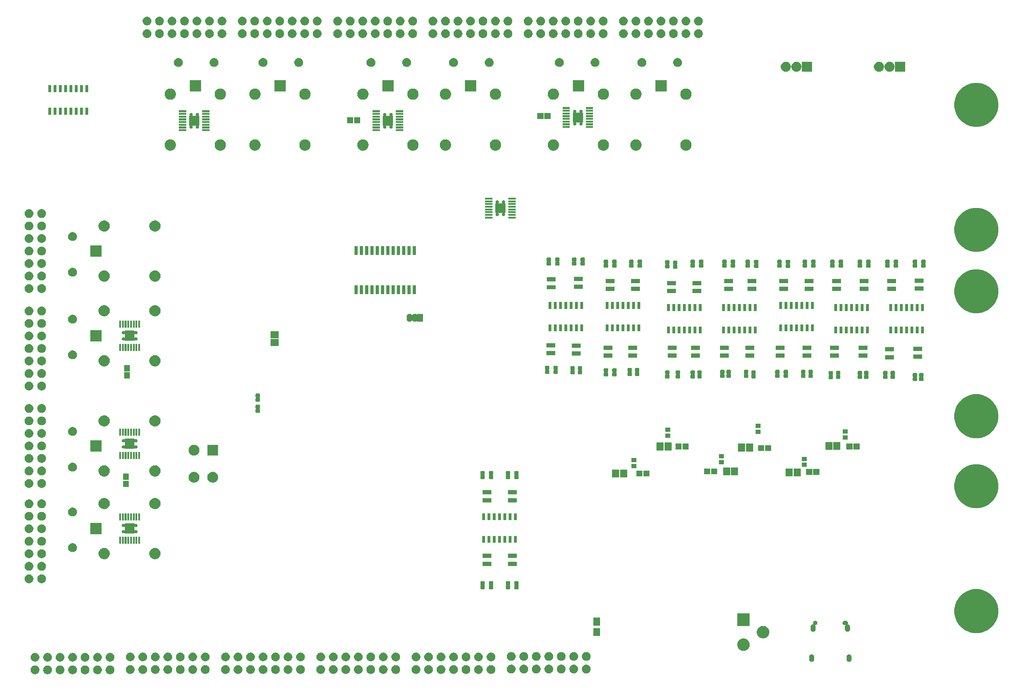
<source format=gbr>
G04 #@! TF.GenerationSoftware,KiCad,Pcbnew,5.0.0*
G04 #@! TF.CreationDate,2018-09-10T20:22:23-07:00*
G04 #@! TF.ProjectId,SchematicAutomation,536368656D617469634175746F6D6174,rev?*
G04 #@! TF.SameCoordinates,Original*
G04 #@! TF.FileFunction,Soldermask,Bot*
G04 #@! TF.FilePolarity,Negative*
%FSLAX45Y45*%
G04 Gerber Fmt 4.5, Leading zero omitted, Abs format (unit mm)*
G04 Created by KiCad (PCBNEW 5.0.0) date Mon Sep 10 20:22:23 2018*
%MOMM*%
%LPD*%
G01*
G04 APERTURE LIST*
%ADD10C,0.150000*%
G04 APERTURE END LIST*
D10*
G36*
X4498028Y-17711315D02*
X4515427Y-17714775D01*
X4534536Y-17722691D01*
X4551734Y-17734182D01*
X4566359Y-17748807D01*
X4577850Y-17766004D01*
X4585765Y-17785113D01*
X4588181Y-17797258D01*
X4589769Y-17805242D01*
X4589800Y-17805399D01*
X4589800Y-17826082D01*
X4585765Y-17846368D01*
X4577850Y-17865477D01*
X4566359Y-17882674D01*
X4551734Y-17897299D01*
X4534536Y-17908790D01*
X4515427Y-17916705D01*
X4498028Y-17920166D01*
X4495142Y-17920740D01*
X4474458Y-17920740D01*
X4471572Y-17920166D01*
X4454173Y-17916705D01*
X4435064Y-17908790D01*
X4417866Y-17897299D01*
X4403241Y-17882674D01*
X4391750Y-17865477D01*
X4383835Y-17846368D01*
X4379800Y-17826082D01*
X4379800Y-17805399D01*
X4379831Y-17805242D01*
X4381419Y-17797258D01*
X4383835Y-17785113D01*
X4391750Y-17766004D01*
X4403241Y-17748807D01*
X4417866Y-17734182D01*
X4435064Y-17722691D01*
X4454173Y-17714775D01*
X4471572Y-17711315D01*
X4474458Y-17710740D01*
X4495142Y-17710740D01*
X4498028Y-17711315D01*
X4498028Y-17711315D01*
G37*
G36*
X5998028Y-17711315D02*
X6015427Y-17714775D01*
X6034536Y-17722691D01*
X6051734Y-17734182D01*
X6066359Y-17748807D01*
X6077850Y-17766004D01*
X6085765Y-17785113D01*
X6088181Y-17797258D01*
X6089769Y-17805242D01*
X6089800Y-17805399D01*
X6089800Y-17826082D01*
X6085765Y-17846368D01*
X6077850Y-17865477D01*
X6066359Y-17882674D01*
X6051734Y-17897299D01*
X6034536Y-17908790D01*
X6015427Y-17916705D01*
X5998028Y-17920166D01*
X5995142Y-17920740D01*
X5974458Y-17920740D01*
X5971572Y-17920166D01*
X5954173Y-17916705D01*
X5935064Y-17908790D01*
X5917866Y-17897299D01*
X5903241Y-17882674D01*
X5891750Y-17865477D01*
X5883835Y-17846368D01*
X5879800Y-17826082D01*
X5879800Y-17805399D01*
X5879831Y-17805242D01*
X5881419Y-17797258D01*
X5883835Y-17785113D01*
X5891750Y-17766004D01*
X5903241Y-17748807D01*
X5917866Y-17734182D01*
X5935064Y-17722691D01*
X5954173Y-17714775D01*
X5971572Y-17711315D01*
X5974458Y-17710740D01*
X5995142Y-17710740D01*
X5998028Y-17711315D01*
X5998028Y-17711315D01*
G37*
G36*
X6298028Y-17711315D02*
X6315427Y-17714775D01*
X6334536Y-17722691D01*
X6351734Y-17734182D01*
X6366359Y-17748807D01*
X6377850Y-17766004D01*
X6385765Y-17785113D01*
X6388181Y-17797258D01*
X6389769Y-17805242D01*
X6389800Y-17805399D01*
X6389800Y-17826082D01*
X6385765Y-17846368D01*
X6377850Y-17865477D01*
X6366359Y-17882674D01*
X6351734Y-17897299D01*
X6334536Y-17908790D01*
X6315427Y-17916705D01*
X6298028Y-17920166D01*
X6295142Y-17920740D01*
X6274458Y-17920740D01*
X6271572Y-17920166D01*
X6254173Y-17916705D01*
X6235064Y-17908790D01*
X6217866Y-17897299D01*
X6203241Y-17882674D01*
X6191750Y-17865477D01*
X6183835Y-17846368D01*
X6179800Y-17826082D01*
X6179800Y-17805399D01*
X6179831Y-17805242D01*
X6181419Y-17797258D01*
X6183835Y-17785113D01*
X6191750Y-17766004D01*
X6203241Y-17748807D01*
X6217866Y-17734182D01*
X6235064Y-17722691D01*
X6254173Y-17714775D01*
X6271572Y-17711315D01*
X6274458Y-17710740D01*
X6295142Y-17710740D01*
X6298028Y-17711315D01*
X6298028Y-17711315D01*
G37*
G36*
X5698028Y-17711315D02*
X5715427Y-17714775D01*
X5734536Y-17722691D01*
X5751734Y-17734182D01*
X5766359Y-17748807D01*
X5777850Y-17766004D01*
X5785765Y-17785113D01*
X5788181Y-17797258D01*
X5789769Y-17805242D01*
X5789800Y-17805399D01*
X5789800Y-17826082D01*
X5785765Y-17846368D01*
X5777850Y-17865477D01*
X5766359Y-17882674D01*
X5751734Y-17897299D01*
X5734536Y-17908790D01*
X5715427Y-17916705D01*
X5698028Y-17920166D01*
X5695142Y-17920740D01*
X5674458Y-17920740D01*
X5671572Y-17920166D01*
X5654173Y-17916705D01*
X5635064Y-17908790D01*
X5617866Y-17897299D01*
X5603241Y-17882674D01*
X5591750Y-17865477D01*
X5583835Y-17846368D01*
X5579800Y-17826082D01*
X5579800Y-17805399D01*
X5579831Y-17805242D01*
X5581419Y-17797258D01*
X5583835Y-17785113D01*
X5591750Y-17766004D01*
X5603241Y-17748807D01*
X5617866Y-17734182D01*
X5635064Y-17722691D01*
X5654173Y-17714775D01*
X5671572Y-17711315D01*
X5674458Y-17710740D01*
X5695142Y-17710740D01*
X5698028Y-17711315D01*
X5698028Y-17711315D01*
G37*
G36*
X5098028Y-17711315D02*
X5115427Y-17714775D01*
X5134536Y-17722691D01*
X5151734Y-17734182D01*
X5166359Y-17748807D01*
X5177850Y-17766004D01*
X5185765Y-17785113D01*
X5188181Y-17797258D01*
X5189769Y-17805242D01*
X5189800Y-17805399D01*
X5189800Y-17826082D01*
X5185765Y-17846368D01*
X5177850Y-17865477D01*
X5166359Y-17882674D01*
X5151734Y-17897299D01*
X5134536Y-17908790D01*
X5115427Y-17916705D01*
X5098028Y-17920166D01*
X5095142Y-17920740D01*
X5074458Y-17920740D01*
X5071572Y-17920166D01*
X5054173Y-17916705D01*
X5035064Y-17908790D01*
X5017866Y-17897299D01*
X5003241Y-17882674D01*
X4991750Y-17865477D01*
X4983835Y-17846368D01*
X4979800Y-17826082D01*
X4979800Y-17805399D01*
X4979831Y-17805242D01*
X4981419Y-17797258D01*
X4983835Y-17785113D01*
X4991750Y-17766004D01*
X5003241Y-17748807D01*
X5017866Y-17734182D01*
X5035064Y-17722691D01*
X5054173Y-17714775D01*
X5071572Y-17711315D01*
X5074458Y-17710740D01*
X5095142Y-17710740D01*
X5098028Y-17711315D01*
X5098028Y-17711315D01*
G37*
G36*
X5398028Y-17711315D02*
X5415427Y-17714775D01*
X5434536Y-17722691D01*
X5451734Y-17734182D01*
X5466359Y-17748807D01*
X5477850Y-17766004D01*
X5485765Y-17785113D01*
X5488181Y-17797258D01*
X5489769Y-17805242D01*
X5489800Y-17805399D01*
X5489800Y-17826082D01*
X5485765Y-17846368D01*
X5477850Y-17865477D01*
X5466359Y-17882674D01*
X5451734Y-17897299D01*
X5434536Y-17908790D01*
X5415427Y-17916705D01*
X5398028Y-17920166D01*
X5395142Y-17920740D01*
X5374458Y-17920740D01*
X5371572Y-17920166D01*
X5354173Y-17916705D01*
X5335064Y-17908790D01*
X5317866Y-17897299D01*
X5303241Y-17882674D01*
X5291750Y-17865477D01*
X5283835Y-17846368D01*
X5279800Y-17826082D01*
X5279800Y-17805399D01*
X5279831Y-17805242D01*
X5281419Y-17797258D01*
X5283835Y-17785113D01*
X5291750Y-17766004D01*
X5303241Y-17748807D01*
X5317866Y-17734182D01*
X5335064Y-17722691D01*
X5354173Y-17714775D01*
X5371572Y-17711315D01*
X5374458Y-17710740D01*
X5395142Y-17710740D01*
X5398028Y-17711315D01*
X5398028Y-17711315D01*
G37*
G36*
X4798028Y-17711315D02*
X4815427Y-17714775D01*
X4834536Y-17722691D01*
X4851734Y-17734182D01*
X4866359Y-17748807D01*
X4877850Y-17766004D01*
X4885765Y-17785113D01*
X4888181Y-17797258D01*
X4889769Y-17805242D01*
X4889800Y-17805399D01*
X4889800Y-17826082D01*
X4885765Y-17846368D01*
X4877850Y-17865477D01*
X4866359Y-17882674D01*
X4851734Y-17897299D01*
X4834536Y-17908790D01*
X4815427Y-17916705D01*
X4798028Y-17920166D01*
X4795142Y-17920740D01*
X4774458Y-17920740D01*
X4771572Y-17920166D01*
X4754173Y-17916705D01*
X4735064Y-17908790D01*
X4717866Y-17897299D01*
X4703241Y-17882674D01*
X4691750Y-17865477D01*
X4683835Y-17846368D01*
X4679800Y-17826082D01*
X4679800Y-17805399D01*
X4679831Y-17805242D01*
X4681419Y-17797258D01*
X4683835Y-17785113D01*
X4691750Y-17766004D01*
X4703241Y-17748807D01*
X4717866Y-17734182D01*
X4735064Y-17722691D01*
X4754173Y-17714775D01*
X4771572Y-17711315D01*
X4774458Y-17710740D01*
X4795142Y-17710740D01*
X4798028Y-17711315D01*
X4798028Y-17711315D01*
G37*
G36*
X11356028Y-17703174D02*
X11373427Y-17706635D01*
X11392536Y-17714550D01*
X11409734Y-17726041D01*
X11424359Y-17740666D01*
X11435850Y-17757864D01*
X11443765Y-17776973D01*
X11447800Y-17797258D01*
X11447800Y-17817942D01*
X11443765Y-17838227D01*
X11435850Y-17857336D01*
X11424359Y-17874534D01*
X11409734Y-17889159D01*
X11392536Y-17900650D01*
X11373427Y-17908565D01*
X11356028Y-17912026D01*
X11353142Y-17912600D01*
X11332458Y-17912600D01*
X11329572Y-17912026D01*
X11312173Y-17908565D01*
X11293064Y-17900650D01*
X11275866Y-17889159D01*
X11261241Y-17874534D01*
X11249750Y-17857336D01*
X11241835Y-17838227D01*
X11237800Y-17817942D01*
X11237800Y-17797258D01*
X11241835Y-17776973D01*
X11249750Y-17757864D01*
X11261241Y-17740666D01*
X11275866Y-17726041D01*
X11293064Y-17714550D01*
X11312173Y-17706635D01*
X11329572Y-17703174D01*
X11332458Y-17702600D01*
X11353142Y-17702600D01*
X11356028Y-17703174D01*
X11356028Y-17703174D01*
G37*
G36*
X6784028Y-17703174D02*
X6801427Y-17706635D01*
X6820536Y-17714550D01*
X6837734Y-17726041D01*
X6852359Y-17740666D01*
X6863850Y-17757864D01*
X6871765Y-17776973D01*
X6875800Y-17797258D01*
X6875800Y-17817942D01*
X6871765Y-17838227D01*
X6863850Y-17857336D01*
X6852359Y-17874534D01*
X6837734Y-17889159D01*
X6820536Y-17900650D01*
X6801427Y-17908565D01*
X6784028Y-17912026D01*
X6781142Y-17912600D01*
X6760458Y-17912600D01*
X6757572Y-17912026D01*
X6740173Y-17908565D01*
X6721064Y-17900650D01*
X6703866Y-17889159D01*
X6689241Y-17874534D01*
X6677750Y-17857336D01*
X6669835Y-17838227D01*
X6665800Y-17817942D01*
X6665800Y-17797258D01*
X6669835Y-17776973D01*
X6677750Y-17757864D01*
X6689241Y-17740666D01*
X6703866Y-17726041D01*
X6721064Y-17714550D01*
X6740173Y-17706635D01*
X6757572Y-17703174D01*
X6760458Y-17702600D01*
X6781142Y-17702600D01*
X6784028Y-17703174D01*
X6784028Y-17703174D01*
G37*
G36*
X7084028Y-17703174D02*
X7101427Y-17706635D01*
X7120536Y-17714550D01*
X7137734Y-17726041D01*
X7152359Y-17740666D01*
X7163850Y-17757864D01*
X7171765Y-17776973D01*
X7175800Y-17797258D01*
X7175800Y-17817942D01*
X7171765Y-17838227D01*
X7163850Y-17857336D01*
X7152359Y-17874534D01*
X7137734Y-17889159D01*
X7120536Y-17900650D01*
X7101427Y-17908565D01*
X7084028Y-17912026D01*
X7081142Y-17912600D01*
X7060458Y-17912600D01*
X7057572Y-17912026D01*
X7040173Y-17908565D01*
X7021064Y-17900650D01*
X7003866Y-17889159D01*
X6989241Y-17874534D01*
X6977750Y-17857336D01*
X6969835Y-17838227D01*
X6965800Y-17817942D01*
X6965800Y-17797258D01*
X6969835Y-17776973D01*
X6977750Y-17757864D01*
X6989241Y-17740666D01*
X7003866Y-17726041D01*
X7021064Y-17714550D01*
X7040173Y-17706635D01*
X7057572Y-17703174D01*
X7060458Y-17702600D01*
X7081142Y-17702600D01*
X7084028Y-17703174D01*
X7084028Y-17703174D01*
G37*
G36*
X7384028Y-17703174D02*
X7401427Y-17706635D01*
X7420536Y-17714550D01*
X7437734Y-17726041D01*
X7452359Y-17740666D01*
X7463850Y-17757864D01*
X7471765Y-17776973D01*
X7475800Y-17797258D01*
X7475800Y-17817942D01*
X7471765Y-17838227D01*
X7463850Y-17857336D01*
X7452359Y-17874534D01*
X7437734Y-17889159D01*
X7420536Y-17900650D01*
X7401427Y-17908565D01*
X7384028Y-17912026D01*
X7381142Y-17912600D01*
X7360458Y-17912600D01*
X7357572Y-17912026D01*
X7340173Y-17908565D01*
X7321064Y-17900650D01*
X7303866Y-17889159D01*
X7289241Y-17874534D01*
X7277750Y-17857336D01*
X7269835Y-17838227D01*
X7265800Y-17817942D01*
X7265800Y-17797258D01*
X7269835Y-17776973D01*
X7277750Y-17757864D01*
X7289241Y-17740666D01*
X7303866Y-17726041D01*
X7321064Y-17714550D01*
X7340173Y-17706635D01*
X7357572Y-17703174D01*
X7360458Y-17702600D01*
X7381142Y-17702600D01*
X7384028Y-17703174D01*
X7384028Y-17703174D01*
G37*
G36*
X7684028Y-17703174D02*
X7701427Y-17706635D01*
X7720536Y-17714550D01*
X7737734Y-17726041D01*
X7752359Y-17740666D01*
X7763850Y-17757864D01*
X7771765Y-17776973D01*
X7775800Y-17797258D01*
X7775800Y-17817942D01*
X7771765Y-17838227D01*
X7763850Y-17857336D01*
X7752359Y-17874534D01*
X7737734Y-17889159D01*
X7720536Y-17900650D01*
X7701427Y-17908565D01*
X7684028Y-17912026D01*
X7681142Y-17912600D01*
X7660458Y-17912600D01*
X7657572Y-17912026D01*
X7640173Y-17908565D01*
X7621064Y-17900650D01*
X7603866Y-17889159D01*
X7589241Y-17874534D01*
X7577750Y-17857336D01*
X7569835Y-17838227D01*
X7565800Y-17817942D01*
X7565800Y-17797258D01*
X7569835Y-17776973D01*
X7577750Y-17757864D01*
X7589241Y-17740666D01*
X7603866Y-17726041D01*
X7621064Y-17714550D01*
X7640173Y-17706635D01*
X7657572Y-17703174D01*
X7660458Y-17702600D01*
X7681142Y-17702600D01*
X7684028Y-17703174D01*
X7684028Y-17703174D01*
G37*
G36*
X7984028Y-17703174D02*
X8001427Y-17706635D01*
X8020536Y-17714550D01*
X8037734Y-17726041D01*
X8052359Y-17740666D01*
X8063850Y-17757864D01*
X8071765Y-17776973D01*
X8075800Y-17797258D01*
X8075800Y-17817942D01*
X8071765Y-17838227D01*
X8063850Y-17857336D01*
X8052359Y-17874534D01*
X8037734Y-17889159D01*
X8020536Y-17900650D01*
X8001427Y-17908565D01*
X7984028Y-17912026D01*
X7981142Y-17912600D01*
X7960458Y-17912600D01*
X7957572Y-17912026D01*
X7940173Y-17908565D01*
X7921064Y-17900650D01*
X7903866Y-17889159D01*
X7889241Y-17874534D01*
X7877750Y-17857336D01*
X7869835Y-17838227D01*
X7865800Y-17817942D01*
X7865800Y-17797258D01*
X7869835Y-17776973D01*
X7877750Y-17757864D01*
X7889241Y-17740666D01*
X7903866Y-17726041D01*
X7921064Y-17714550D01*
X7940173Y-17706635D01*
X7957572Y-17703174D01*
X7960458Y-17702600D01*
X7981142Y-17702600D01*
X7984028Y-17703174D01*
X7984028Y-17703174D01*
G37*
G36*
X8284028Y-17703174D02*
X8301427Y-17706635D01*
X8320536Y-17714550D01*
X8337734Y-17726041D01*
X8352359Y-17740666D01*
X8363850Y-17757864D01*
X8371765Y-17776973D01*
X8375800Y-17797258D01*
X8375800Y-17817942D01*
X8371765Y-17838227D01*
X8363850Y-17857336D01*
X8352359Y-17874534D01*
X8337734Y-17889159D01*
X8320536Y-17900650D01*
X8301427Y-17908565D01*
X8284028Y-17912026D01*
X8281142Y-17912600D01*
X8260458Y-17912600D01*
X8257572Y-17912026D01*
X8240173Y-17908565D01*
X8221064Y-17900650D01*
X8203866Y-17889159D01*
X8189241Y-17874534D01*
X8177750Y-17857336D01*
X8169835Y-17838227D01*
X8165800Y-17817942D01*
X8165800Y-17797258D01*
X8169835Y-17776973D01*
X8177750Y-17757864D01*
X8189241Y-17740666D01*
X8203866Y-17726041D01*
X8221064Y-17714550D01*
X8240173Y-17706635D01*
X8257572Y-17703174D01*
X8260458Y-17702600D01*
X8281142Y-17702600D01*
X8284028Y-17703174D01*
X8284028Y-17703174D01*
G37*
G36*
X8584028Y-17703174D02*
X8601427Y-17706635D01*
X8620536Y-17714550D01*
X8637734Y-17726041D01*
X8652359Y-17740666D01*
X8663850Y-17757864D01*
X8671765Y-17776973D01*
X8675800Y-17797258D01*
X8675800Y-17817942D01*
X8671765Y-17838227D01*
X8663850Y-17857336D01*
X8652359Y-17874534D01*
X8637734Y-17889159D01*
X8620536Y-17900650D01*
X8601427Y-17908565D01*
X8584028Y-17912026D01*
X8581142Y-17912600D01*
X8560458Y-17912600D01*
X8557572Y-17912026D01*
X8540173Y-17908565D01*
X8521064Y-17900650D01*
X8503866Y-17889159D01*
X8489241Y-17874534D01*
X8477750Y-17857336D01*
X8469835Y-17838227D01*
X8465800Y-17817942D01*
X8465800Y-17797258D01*
X8469835Y-17776973D01*
X8477750Y-17757864D01*
X8489241Y-17740666D01*
X8503866Y-17726041D01*
X8521064Y-17714550D01*
X8540173Y-17706635D01*
X8557572Y-17703174D01*
X8560458Y-17702600D01*
X8581142Y-17702600D01*
X8584028Y-17703174D01*
X8584028Y-17703174D01*
G37*
G36*
X9070028Y-17703174D02*
X9087427Y-17706635D01*
X9106536Y-17714550D01*
X9123734Y-17726041D01*
X9138359Y-17740666D01*
X9149850Y-17757864D01*
X9157765Y-17776973D01*
X9161800Y-17797258D01*
X9161800Y-17817942D01*
X9157765Y-17838227D01*
X9149850Y-17857336D01*
X9138359Y-17874534D01*
X9123734Y-17889159D01*
X9106536Y-17900650D01*
X9087427Y-17908565D01*
X9070028Y-17912026D01*
X9067142Y-17912600D01*
X9046458Y-17912600D01*
X9043572Y-17912026D01*
X9026173Y-17908565D01*
X9007064Y-17900650D01*
X8989866Y-17889159D01*
X8975241Y-17874534D01*
X8963750Y-17857336D01*
X8955835Y-17838227D01*
X8951800Y-17817942D01*
X8951800Y-17797258D01*
X8955835Y-17776973D01*
X8963750Y-17757864D01*
X8975241Y-17740666D01*
X8989866Y-17726041D01*
X9007064Y-17714550D01*
X9026173Y-17706635D01*
X9043572Y-17703174D01*
X9046458Y-17702600D01*
X9067142Y-17702600D01*
X9070028Y-17703174D01*
X9070028Y-17703174D01*
G37*
G36*
X9370028Y-17703174D02*
X9387427Y-17706635D01*
X9406536Y-17714550D01*
X9423734Y-17726041D01*
X9438359Y-17740666D01*
X9449850Y-17757864D01*
X9457765Y-17776973D01*
X9461800Y-17797258D01*
X9461800Y-17817942D01*
X9457765Y-17838227D01*
X9449850Y-17857336D01*
X9438359Y-17874534D01*
X9423734Y-17889159D01*
X9406536Y-17900650D01*
X9387427Y-17908565D01*
X9370028Y-17912026D01*
X9367142Y-17912600D01*
X9346458Y-17912600D01*
X9343572Y-17912026D01*
X9326173Y-17908565D01*
X9307064Y-17900650D01*
X9289866Y-17889159D01*
X9275241Y-17874534D01*
X9263750Y-17857336D01*
X9255835Y-17838227D01*
X9251800Y-17817942D01*
X9251800Y-17797258D01*
X9255835Y-17776973D01*
X9263750Y-17757864D01*
X9275241Y-17740666D01*
X9289866Y-17726041D01*
X9307064Y-17714550D01*
X9326173Y-17706635D01*
X9343572Y-17703174D01*
X9346458Y-17702600D01*
X9367142Y-17702600D01*
X9370028Y-17703174D01*
X9370028Y-17703174D01*
G37*
G36*
X9670028Y-17703174D02*
X9687427Y-17706635D01*
X9706536Y-17714550D01*
X9723734Y-17726041D01*
X9738359Y-17740666D01*
X9749850Y-17757864D01*
X9757765Y-17776973D01*
X9761800Y-17797258D01*
X9761800Y-17817942D01*
X9757765Y-17838227D01*
X9749850Y-17857336D01*
X9738359Y-17874534D01*
X9723734Y-17889159D01*
X9706536Y-17900650D01*
X9687427Y-17908565D01*
X9670028Y-17912026D01*
X9667142Y-17912600D01*
X9646458Y-17912600D01*
X9643572Y-17912026D01*
X9626173Y-17908565D01*
X9607064Y-17900650D01*
X9589866Y-17889159D01*
X9575241Y-17874534D01*
X9563750Y-17857336D01*
X9555835Y-17838227D01*
X9551800Y-17817942D01*
X9551800Y-17797258D01*
X9555835Y-17776973D01*
X9563750Y-17757864D01*
X9575241Y-17740666D01*
X9589866Y-17726041D01*
X9607064Y-17714550D01*
X9626173Y-17706635D01*
X9643572Y-17703174D01*
X9646458Y-17702600D01*
X9667142Y-17702600D01*
X9670028Y-17703174D01*
X9670028Y-17703174D01*
G37*
G36*
X9970028Y-17703174D02*
X9987427Y-17706635D01*
X10006536Y-17714550D01*
X10023734Y-17726041D01*
X10038359Y-17740666D01*
X10049850Y-17757864D01*
X10057765Y-17776973D01*
X10061800Y-17797258D01*
X10061800Y-17817942D01*
X10057765Y-17838227D01*
X10049850Y-17857336D01*
X10038359Y-17874534D01*
X10023734Y-17889159D01*
X10006536Y-17900650D01*
X9987427Y-17908565D01*
X9970028Y-17912026D01*
X9967142Y-17912600D01*
X9946458Y-17912600D01*
X9943572Y-17912026D01*
X9926173Y-17908565D01*
X9907064Y-17900650D01*
X9889866Y-17889159D01*
X9875241Y-17874534D01*
X9863750Y-17857336D01*
X9855835Y-17838227D01*
X9851800Y-17817942D01*
X9851800Y-17797258D01*
X9855835Y-17776973D01*
X9863750Y-17757864D01*
X9875241Y-17740666D01*
X9889866Y-17726041D01*
X9907064Y-17714550D01*
X9926173Y-17706635D01*
X9943572Y-17703174D01*
X9946458Y-17702600D01*
X9967142Y-17702600D01*
X9970028Y-17703174D01*
X9970028Y-17703174D01*
G37*
G36*
X10270028Y-17703174D02*
X10287427Y-17706635D01*
X10306536Y-17714550D01*
X10323734Y-17726041D01*
X10338359Y-17740666D01*
X10349850Y-17757864D01*
X10357765Y-17776973D01*
X10361800Y-17797258D01*
X10361800Y-17817942D01*
X10357765Y-17838227D01*
X10349850Y-17857336D01*
X10338359Y-17874534D01*
X10323734Y-17889159D01*
X10306536Y-17900650D01*
X10287427Y-17908565D01*
X10270028Y-17912026D01*
X10267142Y-17912600D01*
X10246458Y-17912600D01*
X10243572Y-17912026D01*
X10226173Y-17908565D01*
X10207064Y-17900650D01*
X10189866Y-17889159D01*
X10175241Y-17874534D01*
X10163750Y-17857336D01*
X10155835Y-17838227D01*
X10151800Y-17817942D01*
X10151800Y-17797258D01*
X10155835Y-17776973D01*
X10163750Y-17757864D01*
X10175241Y-17740666D01*
X10189866Y-17726041D01*
X10207064Y-17714550D01*
X10226173Y-17706635D01*
X10243572Y-17703174D01*
X10246458Y-17702600D01*
X10267142Y-17702600D01*
X10270028Y-17703174D01*
X10270028Y-17703174D01*
G37*
G36*
X10570028Y-17703174D02*
X10587427Y-17706635D01*
X10606536Y-17714550D01*
X10623734Y-17726041D01*
X10638359Y-17740666D01*
X10649850Y-17757864D01*
X10657765Y-17776973D01*
X10661800Y-17797258D01*
X10661800Y-17817942D01*
X10657765Y-17838227D01*
X10649850Y-17857336D01*
X10638359Y-17874534D01*
X10623734Y-17889159D01*
X10606536Y-17900650D01*
X10587427Y-17908565D01*
X10570028Y-17912026D01*
X10567142Y-17912600D01*
X10546458Y-17912600D01*
X10543572Y-17912026D01*
X10526173Y-17908565D01*
X10507064Y-17900650D01*
X10489866Y-17889159D01*
X10475241Y-17874534D01*
X10463750Y-17857336D01*
X10455835Y-17838227D01*
X10451800Y-17817942D01*
X10451800Y-17797258D01*
X10455835Y-17776973D01*
X10463750Y-17757864D01*
X10475241Y-17740666D01*
X10489866Y-17726041D01*
X10507064Y-17714550D01*
X10526173Y-17706635D01*
X10543572Y-17703174D01*
X10546458Y-17702600D01*
X10567142Y-17702600D01*
X10570028Y-17703174D01*
X10570028Y-17703174D01*
G37*
G36*
X15142028Y-17703174D02*
X15159427Y-17706635D01*
X15178536Y-17714550D01*
X15195734Y-17726041D01*
X15210359Y-17740666D01*
X15221850Y-17757864D01*
X15229765Y-17776973D01*
X15233800Y-17797258D01*
X15233800Y-17817942D01*
X15229765Y-17838227D01*
X15221850Y-17857336D01*
X15210359Y-17874534D01*
X15195734Y-17889159D01*
X15178536Y-17900650D01*
X15159427Y-17908565D01*
X15142028Y-17912026D01*
X15139142Y-17912600D01*
X15118458Y-17912600D01*
X15115572Y-17912026D01*
X15098173Y-17908565D01*
X15079064Y-17900650D01*
X15061866Y-17889159D01*
X15047241Y-17874534D01*
X15035750Y-17857336D01*
X15027835Y-17838227D01*
X15023800Y-17817942D01*
X15023800Y-17797258D01*
X15027835Y-17776973D01*
X15035750Y-17757864D01*
X15047241Y-17740666D01*
X15061866Y-17726041D01*
X15079064Y-17714550D01*
X15098173Y-17706635D01*
X15115572Y-17703174D01*
X15118458Y-17702600D01*
X15139142Y-17702600D01*
X15142028Y-17703174D01*
X15142028Y-17703174D01*
G37*
G36*
X15442028Y-17703174D02*
X15459427Y-17706635D01*
X15478536Y-17714550D01*
X15495734Y-17726041D01*
X15510359Y-17740666D01*
X15521850Y-17757864D01*
X15529765Y-17776973D01*
X15533800Y-17797258D01*
X15533800Y-17817942D01*
X15529765Y-17838227D01*
X15521850Y-17857336D01*
X15510359Y-17874534D01*
X15495734Y-17889159D01*
X15478536Y-17900650D01*
X15459427Y-17908565D01*
X15442028Y-17912026D01*
X15439142Y-17912600D01*
X15418458Y-17912600D01*
X15415572Y-17912026D01*
X15398173Y-17908565D01*
X15379064Y-17900650D01*
X15361866Y-17889159D01*
X15347241Y-17874534D01*
X15335750Y-17857336D01*
X15327835Y-17838227D01*
X15323800Y-17817942D01*
X15323800Y-17797258D01*
X15327835Y-17776973D01*
X15335750Y-17757864D01*
X15347241Y-17740666D01*
X15361866Y-17726041D01*
X15379064Y-17714550D01*
X15398173Y-17706635D01*
X15415572Y-17703174D01*
X15418458Y-17702600D01*
X15439142Y-17702600D01*
X15442028Y-17703174D01*
X15442028Y-17703174D01*
G37*
G36*
X11656028Y-17703174D02*
X11673427Y-17706635D01*
X11692536Y-17714550D01*
X11709734Y-17726041D01*
X11724359Y-17740666D01*
X11735850Y-17757864D01*
X11743765Y-17776973D01*
X11747800Y-17797258D01*
X11747800Y-17817942D01*
X11743765Y-17838227D01*
X11735850Y-17857336D01*
X11724359Y-17874534D01*
X11709734Y-17889159D01*
X11692536Y-17900650D01*
X11673427Y-17908565D01*
X11656028Y-17912026D01*
X11653142Y-17912600D01*
X11632458Y-17912600D01*
X11629572Y-17912026D01*
X11612173Y-17908565D01*
X11593064Y-17900650D01*
X11575866Y-17889159D01*
X11561241Y-17874534D01*
X11549750Y-17857336D01*
X11541835Y-17838227D01*
X11537800Y-17817942D01*
X11537800Y-17797258D01*
X11541835Y-17776973D01*
X11549750Y-17757864D01*
X11561241Y-17740666D01*
X11575866Y-17726041D01*
X11593064Y-17714550D01*
X11612173Y-17706635D01*
X11629572Y-17703174D01*
X11632458Y-17702600D01*
X11653142Y-17702600D01*
X11656028Y-17703174D01*
X11656028Y-17703174D01*
G37*
G36*
X11956028Y-17703174D02*
X11973427Y-17706635D01*
X11992536Y-17714550D01*
X12009734Y-17726041D01*
X12024359Y-17740666D01*
X12035850Y-17757864D01*
X12043765Y-17776973D01*
X12047800Y-17797258D01*
X12047800Y-17817942D01*
X12043765Y-17838227D01*
X12035850Y-17857336D01*
X12024359Y-17874534D01*
X12009734Y-17889159D01*
X11992536Y-17900650D01*
X11973427Y-17908565D01*
X11956028Y-17912026D01*
X11953142Y-17912600D01*
X11932458Y-17912600D01*
X11929572Y-17912026D01*
X11912173Y-17908565D01*
X11893064Y-17900650D01*
X11875866Y-17889159D01*
X11861241Y-17874534D01*
X11849750Y-17857336D01*
X11841835Y-17838227D01*
X11837800Y-17817942D01*
X11837800Y-17797258D01*
X11841835Y-17776973D01*
X11849750Y-17757864D01*
X11861241Y-17740666D01*
X11875866Y-17726041D01*
X11893064Y-17714550D01*
X11912173Y-17706635D01*
X11929572Y-17703174D01*
X11932458Y-17702600D01*
X11953142Y-17702600D01*
X11956028Y-17703174D01*
X11956028Y-17703174D01*
G37*
G36*
X12256028Y-17703174D02*
X12273427Y-17706635D01*
X12292536Y-17714550D01*
X12309734Y-17726041D01*
X12324359Y-17740666D01*
X12335850Y-17757864D01*
X12343765Y-17776973D01*
X12347800Y-17797258D01*
X12347800Y-17817942D01*
X12343765Y-17838227D01*
X12335850Y-17857336D01*
X12324359Y-17874534D01*
X12309734Y-17889159D01*
X12292536Y-17900650D01*
X12273427Y-17908565D01*
X12256028Y-17912026D01*
X12253142Y-17912600D01*
X12232458Y-17912600D01*
X12229572Y-17912026D01*
X12212173Y-17908565D01*
X12193064Y-17900650D01*
X12175866Y-17889159D01*
X12161241Y-17874534D01*
X12149750Y-17857336D01*
X12141835Y-17838227D01*
X12137800Y-17817942D01*
X12137800Y-17797258D01*
X12141835Y-17776973D01*
X12149750Y-17757864D01*
X12161241Y-17740666D01*
X12175866Y-17726041D01*
X12193064Y-17714550D01*
X12212173Y-17706635D01*
X12229572Y-17703174D01*
X12232458Y-17702600D01*
X12253142Y-17702600D01*
X12256028Y-17703174D01*
X12256028Y-17703174D01*
G37*
G36*
X12556028Y-17703174D02*
X12573427Y-17706635D01*
X12592536Y-17714550D01*
X12609734Y-17726041D01*
X12624359Y-17740666D01*
X12635850Y-17757864D01*
X12643765Y-17776973D01*
X12647800Y-17797258D01*
X12647800Y-17817942D01*
X12643765Y-17838227D01*
X12635850Y-17857336D01*
X12624359Y-17874534D01*
X12609734Y-17889159D01*
X12592536Y-17900650D01*
X12573427Y-17908565D01*
X12556028Y-17912026D01*
X12553142Y-17912600D01*
X12532458Y-17912600D01*
X12529572Y-17912026D01*
X12512173Y-17908565D01*
X12493064Y-17900650D01*
X12475866Y-17889159D01*
X12461241Y-17874534D01*
X12449750Y-17857336D01*
X12441835Y-17838227D01*
X12437800Y-17817942D01*
X12437800Y-17797258D01*
X12441835Y-17776973D01*
X12449750Y-17757864D01*
X12461241Y-17740666D01*
X12475866Y-17726041D01*
X12493064Y-17714550D01*
X12512173Y-17706635D01*
X12529572Y-17703174D01*
X12532458Y-17702600D01*
X12553142Y-17702600D01*
X12556028Y-17703174D01*
X12556028Y-17703174D01*
G37*
G36*
X12856028Y-17703174D02*
X12873427Y-17706635D01*
X12892536Y-17714550D01*
X12909734Y-17726041D01*
X12924359Y-17740666D01*
X12935850Y-17757864D01*
X12943765Y-17776973D01*
X12947800Y-17797258D01*
X12947800Y-17817942D01*
X12943765Y-17838227D01*
X12935850Y-17857336D01*
X12924359Y-17874534D01*
X12909734Y-17889159D01*
X12892536Y-17900650D01*
X12873427Y-17908565D01*
X12856028Y-17912026D01*
X12853142Y-17912600D01*
X12832458Y-17912600D01*
X12829572Y-17912026D01*
X12812173Y-17908565D01*
X12793064Y-17900650D01*
X12775866Y-17889159D01*
X12761241Y-17874534D01*
X12749750Y-17857336D01*
X12741835Y-17838227D01*
X12737800Y-17817942D01*
X12737800Y-17797258D01*
X12741835Y-17776973D01*
X12749750Y-17757864D01*
X12761241Y-17740666D01*
X12775866Y-17726041D01*
X12793064Y-17714550D01*
X12812173Y-17706635D01*
X12829572Y-17703174D01*
X12832458Y-17702600D01*
X12853142Y-17702600D01*
X12856028Y-17703174D01*
X12856028Y-17703174D01*
G37*
G36*
X13156028Y-17703174D02*
X13173427Y-17706635D01*
X13192536Y-17714550D01*
X13209734Y-17726041D01*
X13224359Y-17740666D01*
X13235850Y-17757864D01*
X13243765Y-17776973D01*
X13247800Y-17797258D01*
X13247800Y-17817942D01*
X13243765Y-17838227D01*
X13235850Y-17857336D01*
X13224359Y-17874534D01*
X13209734Y-17889159D01*
X13192536Y-17900650D01*
X13173427Y-17908565D01*
X13156028Y-17912026D01*
X13153142Y-17912600D01*
X13132458Y-17912600D01*
X13129572Y-17912026D01*
X13112173Y-17908565D01*
X13093064Y-17900650D01*
X13075866Y-17889159D01*
X13061241Y-17874534D01*
X13049750Y-17857336D01*
X13041835Y-17838227D01*
X13037800Y-17817942D01*
X13037800Y-17797258D01*
X13041835Y-17776973D01*
X13049750Y-17757864D01*
X13061241Y-17740666D01*
X13075866Y-17726041D01*
X13093064Y-17714550D01*
X13112173Y-17706635D01*
X13129572Y-17703174D01*
X13132458Y-17702600D01*
X13153142Y-17702600D01*
X13156028Y-17703174D01*
X13156028Y-17703174D01*
G37*
G36*
X13642028Y-17703174D02*
X13659427Y-17706635D01*
X13678536Y-17714550D01*
X13695734Y-17726041D01*
X13710359Y-17740666D01*
X13721850Y-17757864D01*
X13729765Y-17776973D01*
X13733800Y-17797258D01*
X13733800Y-17817942D01*
X13729765Y-17838227D01*
X13721850Y-17857336D01*
X13710359Y-17874534D01*
X13695734Y-17889159D01*
X13678536Y-17900650D01*
X13659427Y-17908565D01*
X13642028Y-17912026D01*
X13639142Y-17912600D01*
X13618458Y-17912600D01*
X13615572Y-17912026D01*
X13598173Y-17908565D01*
X13579064Y-17900650D01*
X13561866Y-17889159D01*
X13547241Y-17874534D01*
X13535750Y-17857336D01*
X13527835Y-17838227D01*
X13523800Y-17817942D01*
X13523800Y-17797258D01*
X13527835Y-17776973D01*
X13535750Y-17757864D01*
X13547241Y-17740666D01*
X13561866Y-17726041D01*
X13579064Y-17714550D01*
X13598173Y-17706635D01*
X13615572Y-17703174D01*
X13618458Y-17702600D01*
X13639142Y-17702600D01*
X13642028Y-17703174D01*
X13642028Y-17703174D01*
G37*
G36*
X13942028Y-17703174D02*
X13959427Y-17706635D01*
X13978536Y-17714550D01*
X13995734Y-17726041D01*
X14010359Y-17740666D01*
X14021850Y-17757864D01*
X14029765Y-17776973D01*
X14033800Y-17797258D01*
X14033800Y-17817942D01*
X14029765Y-17838227D01*
X14021850Y-17857336D01*
X14010359Y-17874534D01*
X13995734Y-17889159D01*
X13978536Y-17900650D01*
X13959427Y-17908565D01*
X13942028Y-17912026D01*
X13939142Y-17912600D01*
X13918458Y-17912600D01*
X13915572Y-17912026D01*
X13898173Y-17908565D01*
X13879064Y-17900650D01*
X13861866Y-17889159D01*
X13847241Y-17874534D01*
X13835750Y-17857336D01*
X13827835Y-17838227D01*
X13823800Y-17817942D01*
X13823800Y-17797258D01*
X13827835Y-17776973D01*
X13835750Y-17757864D01*
X13847241Y-17740666D01*
X13861866Y-17726041D01*
X13879064Y-17714550D01*
X13898173Y-17706635D01*
X13915572Y-17703174D01*
X13918458Y-17702600D01*
X13939142Y-17702600D01*
X13942028Y-17703174D01*
X13942028Y-17703174D01*
G37*
G36*
X14242028Y-17703174D02*
X14259427Y-17706635D01*
X14278536Y-17714550D01*
X14295734Y-17726041D01*
X14310359Y-17740666D01*
X14321850Y-17757864D01*
X14329765Y-17776973D01*
X14333800Y-17797258D01*
X14333800Y-17817942D01*
X14329765Y-17838227D01*
X14321850Y-17857336D01*
X14310359Y-17874534D01*
X14295734Y-17889159D01*
X14278536Y-17900650D01*
X14259427Y-17908565D01*
X14242028Y-17912026D01*
X14239142Y-17912600D01*
X14218458Y-17912600D01*
X14215572Y-17912026D01*
X14198173Y-17908565D01*
X14179064Y-17900650D01*
X14161866Y-17889159D01*
X14147241Y-17874534D01*
X14135750Y-17857336D01*
X14127835Y-17838227D01*
X14123800Y-17817942D01*
X14123800Y-17797258D01*
X14127835Y-17776973D01*
X14135750Y-17757864D01*
X14147241Y-17740666D01*
X14161866Y-17726041D01*
X14179064Y-17714550D01*
X14198173Y-17706635D01*
X14215572Y-17703174D01*
X14218458Y-17702600D01*
X14239142Y-17702600D01*
X14242028Y-17703174D01*
X14242028Y-17703174D01*
G37*
G36*
X14542028Y-17703174D02*
X14559427Y-17706635D01*
X14578536Y-17714550D01*
X14595734Y-17726041D01*
X14610359Y-17740666D01*
X14621850Y-17757864D01*
X14629765Y-17776973D01*
X14633800Y-17797258D01*
X14633800Y-17817942D01*
X14629765Y-17838227D01*
X14621850Y-17857336D01*
X14610359Y-17874534D01*
X14595734Y-17889159D01*
X14578536Y-17900650D01*
X14559427Y-17908565D01*
X14542028Y-17912026D01*
X14539142Y-17912600D01*
X14518458Y-17912600D01*
X14515572Y-17912026D01*
X14498173Y-17908565D01*
X14479064Y-17900650D01*
X14461866Y-17889159D01*
X14447241Y-17874534D01*
X14435750Y-17857336D01*
X14427835Y-17838227D01*
X14423800Y-17817942D01*
X14423800Y-17797258D01*
X14427835Y-17776973D01*
X14435750Y-17757864D01*
X14447241Y-17740666D01*
X14461866Y-17726041D01*
X14479064Y-17714550D01*
X14498173Y-17706635D01*
X14515572Y-17703174D01*
X14518458Y-17702600D01*
X14539142Y-17702600D01*
X14542028Y-17703174D01*
X14542028Y-17703174D01*
G37*
G36*
X14842028Y-17703174D02*
X14859427Y-17706635D01*
X14878536Y-17714550D01*
X14895734Y-17726041D01*
X14910359Y-17740666D01*
X14921850Y-17757864D01*
X14929765Y-17776973D01*
X14933800Y-17797258D01*
X14933800Y-17817942D01*
X14929765Y-17838227D01*
X14921850Y-17857336D01*
X14910359Y-17874534D01*
X14895734Y-17889159D01*
X14878536Y-17900650D01*
X14859427Y-17908565D01*
X14842028Y-17912026D01*
X14839142Y-17912600D01*
X14818458Y-17912600D01*
X14815572Y-17912026D01*
X14798173Y-17908565D01*
X14779064Y-17900650D01*
X14761866Y-17889159D01*
X14747241Y-17874534D01*
X14735750Y-17857336D01*
X14727835Y-17838227D01*
X14723800Y-17817942D01*
X14723800Y-17797258D01*
X14727835Y-17776973D01*
X14735750Y-17757864D01*
X14747241Y-17740666D01*
X14761866Y-17726041D01*
X14779064Y-17714550D01*
X14798173Y-17706635D01*
X14815572Y-17703174D01*
X14818458Y-17702600D01*
X14839142Y-17702600D01*
X14842028Y-17703174D01*
X14842028Y-17703174D01*
G37*
G36*
X10870028Y-17703174D02*
X10887427Y-17706635D01*
X10906536Y-17714550D01*
X10923734Y-17726041D01*
X10938359Y-17740666D01*
X10949850Y-17757864D01*
X10957765Y-17776973D01*
X10961800Y-17797258D01*
X10961800Y-17817942D01*
X10957765Y-17838227D01*
X10949850Y-17857336D01*
X10938359Y-17874534D01*
X10923734Y-17889159D01*
X10906536Y-17900650D01*
X10887427Y-17908565D01*
X10870028Y-17912026D01*
X10867142Y-17912600D01*
X10846458Y-17912600D01*
X10843572Y-17912026D01*
X10826173Y-17908565D01*
X10807064Y-17900650D01*
X10789866Y-17889159D01*
X10775241Y-17874534D01*
X10763750Y-17857336D01*
X10755835Y-17838227D01*
X10751800Y-17817942D01*
X10751800Y-17797258D01*
X10755835Y-17776973D01*
X10763750Y-17757864D01*
X10775241Y-17740666D01*
X10789866Y-17726041D01*
X10807064Y-17714550D01*
X10826173Y-17706635D01*
X10843572Y-17703174D01*
X10846458Y-17702600D01*
X10867142Y-17702600D01*
X10870028Y-17703174D01*
X10870028Y-17703174D01*
G37*
G36*
X16828028Y-17690474D02*
X16845427Y-17693935D01*
X16864536Y-17701850D01*
X16881734Y-17713341D01*
X16896359Y-17727966D01*
X16907850Y-17745164D01*
X16915765Y-17764273D01*
X16918291Y-17776973D01*
X16919800Y-17784558D01*
X16919800Y-17805242D01*
X16919226Y-17808128D01*
X16915765Y-17825527D01*
X16907850Y-17844636D01*
X16896359Y-17861834D01*
X16881734Y-17876459D01*
X16864536Y-17887950D01*
X16845427Y-17895865D01*
X16828028Y-17899326D01*
X16825142Y-17899900D01*
X16804458Y-17899900D01*
X16801572Y-17899326D01*
X16784173Y-17895865D01*
X16765064Y-17887950D01*
X16747866Y-17876459D01*
X16733241Y-17861834D01*
X16721750Y-17844636D01*
X16713835Y-17825527D01*
X16710374Y-17808128D01*
X16709800Y-17805242D01*
X16709800Y-17784558D01*
X16711309Y-17776973D01*
X16713835Y-17764273D01*
X16721750Y-17745164D01*
X16733241Y-17727966D01*
X16747866Y-17713341D01*
X16765064Y-17701850D01*
X16784173Y-17693935D01*
X16801572Y-17690474D01*
X16804458Y-17689900D01*
X16825142Y-17689900D01*
X16828028Y-17690474D01*
X16828028Y-17690474D01*
G37*
G36*
X17428028Y-17690474D02*
X17445427Y-17693935D01*
X17464536Y-17701850D01*
X17481734Y-17713341D01*
X17496359Y-17727966D01*
X17507850Y-17745164D01*
X17515765Y-17764273D01*
X17518291Y-17776973D01*
X17519800Y-17784558D01*
X17519800Y-17805242D01*
X17519226Y-17808128D01*
X17515765Y-17825527D01*
X17507850Y-17844636D01*
X17496359Y-17861834D01*
X17481734Y-17876459D01*
X17464536Y-17887950D01*
X17445427Y-17895865D01*
X17428028Y-17899326D01*
X17425142Y-17899900D01*
X17404458Y-17899900D01*
X17401572Y-17899326D01*
X17384173Y-17895865D01*
X17365064Y-17887950D01*
X17347866Y-17876459D01*
X17333241Y-17861834D01*
X17321750Y-17844636D01*
X17313835Y-17825527D01*
X17310374Y-17808128D01*
X17309800Y-17805242D01*
X17309800Y-17784558D01*
X17311309Y-17776973D01*
X17313835Y-17764273D01*
X17321750Y-17745164D01*
X17333241Y-17727966D01*
X17347866Y-17713341D01*
X17365064Y-17701850D01*
X17384173Y-17693935D01*
X17401572Y-17690474D01*
X17404458Y-17689900D01*
X17425142Y-17689900D01*
X17428028Y-17690474D01*
X17428028Y-17690474D01*
G37*
G36*
X17728028Y-17690474D02*
X17745427Y-17693935D01*
X17764536Y-17701850D01*
X17781734Y-17713341D01*
X17796359Y-17727966D01*
X17807850Y-17745164D01*
X17815765Y-17764273D01*
X17818291Y-17776973D01*
X17819800Y-17784558D01*
X17819800Y-17805242D01*
X17819226Y-17808128D01*
X17815765Y-17825527D01*
X17807850Y-17844636D01*
X17796359Y-17861834D01*
X17781734Y-17876459D01*
X17764536Y-17887950D01*
X17745427Y-17895865D01*
X17728028Y-17899326D01*
X17725142Y-17899900D01*
X17704458Y-17899900D01*
X17701572Y-17899326D01*
X17684173Y-17895865D01*
X17665064Y-17887950D01*
X17647866Y-17876459D01*
X17633241Y-17861834D01*
X17621750Y-17844636D01*
X17613835Y-17825527D01*
X17610374Y-17808128D01*
X17609800Y-17805242D01*
X17609800Y-17784558D01*
X17611309Y-17776973D01*
X17613835Y-17764273D01*
X17621750Y-17745164D01*
X17633241Y-17727966D01*
X17647866Y-17713341D01*
X17665064Y-17701850D01*
X17684173Y-17693935D01*
X17701572Y-17690474D01*
X17704458Y-17689900D01*
X17725142Y-17689900D01*
X17728028Y-17690474D01*
X17728028Y-17690474D01*
G37*
G36*
X17128028Y-17690474D02*
X17145427Y-17693935D01*
X17164536Y-17701850D01*
X17181734Y-17713341D01*
X17196359Y-17727966D01*
X17207850Y-17745164D01*
X17215765Y-17764273D01*
X17218291Y-17776973D01*
X17219800Y-17784558D01*
X17219800Y-17805242D01*
X17219226Y-17808128D01*
X17215765Y-17825527D01*
X17207850Y-17844636D01*
X17196359Y-17861834D01*
X17181734Y-17876459D01*
X17164536Y-17887950D01*
X17145427Y-17895865D01*
X17128028Y-17899326D01*
X17125142Y-17899900D01*
X17104458Y-17899900D01*
X17101572Y-17899326D01*
X17084173Y-17895865D01*
X17065064Y-17887950D01*
X17047866Y-17876459D01*
X17033241Y-17861834D01*
X17021750Y-17844636D01*
X17013835Y-17825527D01*
X17010374Y-17808128D01*
X17009800Y-17805242D01*
X17009800Y-17784558D01*
X17011309Y-17776973D01*
X17013835Y-17764273D01*
X17021750Y-17745164D01*
X17033241Y-17727966D01*
X17047866Y-17713341D01*
X17065064Y-17701850D01*
X17084173Y-17693935D01*
X17101572Y-17690474D01*
X17104458Y-17689900D01*
X17125142Y-17689900D01*
X17128028Y-17690474D01*
X17128028Y-17690474D01*
G37*
G36*
X16228028Y-17690474D02*
X16245427Y-17693935D01*
X16264536Y-17701850D01*
X16281734Y-17713341D01*
X16296359Y-17727966D01*
X16307850Y-17745164D01*
X16315765Y-17764273D01*
X16318291Y-17776973D01*
X16319800Y-17784558D01*
X16319800Y-17805242D01*
X16319226Y-17808128D01*
X16315765Y-17825527D01*
X16307850Y-17844636D01*
X16296359Y-17861834D01*
X16281734Y-17876459D01*
X16264536Y-17887950D01*
X16245427Y-17895865D01*
X16228028Y-17899326D01*
X16225142Y-17899900D01*
X16204458Y-17899900D01*
X16201572Y-17899326D01*
X16184173Y-17895865D01*
X16165064Y-17887950D01*
X16147866Y-17876459D01*
X16133241Y-17861834D01*
X16121750Y-17844636D01*
X16113835Y-17825527D01*
X16110374Y-17808128D01*
X16109800Y-17805242D01*
X16109800Y-17784558D01*
X16111309Y-17776973D01*
X16113835Y-17764273D01*
X16121750Y-17745164D01*
X16133241Y-17727966D01*
X16147866Y-17713341D01*
X16165064Y-17701850D01*
X16184173Y-17693935D01*
X16201572Y-17690474D01*
X16204458Y-17689900D01*
X16225142Y-17689900D01*
X16228028Y-17690474D01*
X16228028Y-17690474D01*
G37*
G36*
X15928028Y-17690474D02*
X15945427Y-17693935D01*
X15964536Y-17701850D01*
X15981734Y-17713341D01*
X15996359Y-17727966D01*
X16007850Y-17745164D01*
X16015765Y-17764273D01*
X16018291Y-17776973D01*
X16019800Y-17784558D01*
X16019800Y-17805242D01*
X16019226Y-17808128D01*
X16015765Y-17825527D01*
X16007850Y-17844636D01*
X15996359Y-17861834D01*
X15981734Y-17876459D01*
X15964536Y-17887950D01*
X15945427Y-17895865D01*
X15928028Y-17899326D01*
X15925142Y-17899900D01*
X15904458Y-17899900D01*
X15901572Y-17899326D01*
X15884173Y-17895865D01*
X15865064Y-17887950D01*
X15847866Y-17876459D01*
X15833241Y-17861834D01*
X15821750Y-17844636D01*
X15813835Y-17825527D01*
X15810374Y-17808128D01*
X15809800Y-17805242D01*
X15809800Y-17784558D01*
X15811309Y-17776973D01*
X15813835Y-17764273D01*
X15821750Y-17745164D01*
X15833241Y-17727966D01*
X15847866Y-17713341D01*
X15865064Y-17701850D01*
X15884173Y-17693935D01*
X15901572Y-17690474D01*
X15904458Y-17689900D01*
X15925142Y-17689900D01*
X15928028Y-17690474D01*
X15928028Y-17690474D01*
G37*
G36*
X16528028Y-17690474D02*
X16545427Y-17693935D01*
X16564536Y-17701850D01*
X16581734Y-17713341D01*
X16596359Y-17727966D01*
X16607850Y-17745164D01*
X16615765Y-17764273D01*
X16618291Y-17776973D01*
X16619800Y-17784558D01*
X16619800Y-17805242D01*
X16619226Y-17808128D01*
X16615765Y-17825527D01*
X16607850Y-17844636D01*
X16596359Y-17861834D01*
X16581734Y-17876459D01*
X16564536Y-17887950D01*
X16545427Y-17895865D01*
X16528028Y-17899326D01*
X16525142Y-17899900D01*
X16504458Y-17899900D01*
X16501572Y-17899326D01*
X16484173Y-17895865D01*
X16465064Y-17887950D01*
X16447866Y-17876459D01*
X16433241Y-17861834D01*
X16421750Y-17844636D01*
X16413835Y-17825527D01*
X16410374Y-17808128D01*
X16409800Y-17805242D01*
X16409800Y-17784558D01*
X16411309Y-17776973D01*
X16413835Y-17764273D01*
X16421750Y-17745164D01*
X16433241Y-17727966D01*
X16447866Y-17713341D01*
X16465064Y-17701850D01*
X16484173Y-17693935D01*
X16501572Y-17690474D01*
X16504458Y-17689900D01*
X16525142Y-17689900D01*
X16528028Y-17690474D01*
X16528028Y-17690474D01*
G37*
G36*
X24032762Y-17444668D02*
X24044072Y-17448099D01*
X24054495Y-17453670D01*
X24063632Y-17461168D01*
X24071130Y-17470305D01*
X24073625Y-17474973D01*
X24076701Y-17480728D01*
X24080132Y-17492038D01*
X24081000Y-17500852D01*
X24081000Y-17566748D01*
X24080132Y-17575562D01*
X24076981Y-17585950D01*
X24076701Y-17586872D01*
X24071130Y-17597296D01*
X24063632Y-17606432D01*
X24054495Y-17613930D01*
X24045495Y-17618740D01*
X24044072Y-17619501D01*
X24032762Y-17622932D01*
X24021000Y-17624090D01*
X24009238Y-17622932D01*
X23997928Y-17619501D01*
X23996505Y-17618740D01*
X23987505Y-17613930D01*
X23978368Y-17606432D01*
X23970870Y-17597296D01*
X23965299Y-17586872D01*
X23965019Y-17585950D01*
X23961868Y-17575562D01*
X23961000Y-17566748D01*
X23961000Y-17500852D01*
X23961868Y-17492038D01*
X23965299Y-17480728D01*
X23970870Y-17470305D01*
X23970870Y-17470305D01*
X23978368Y-17461168D01*
X23987504Y-17453670D01*
X23997928Y-17448099D01*
X24009238Y-17444668D01*
X24021000Y-17443510D01*
X24032762Y-17444668D01*
X24032762Y-17444668D01*
G37*
G36*
X23134762Y-17444668D02*
X23146072Y-17448099D01*
X23156495Y-17453670D01*
X23165632Y-17461168D01*
X23173130Y-17470305D01*
X23175625Y-17474973D01*
X23178701Y-17480728D01*
X23182132Y-17492038D01*
X23183000Y-17500852D01*
X23183000Y-17566748D01*
X23182132Y-17575562D01*
X23178981Y-17585950D01*
X23178701Y-17586872D01*
X23173130Y-17597296D01*
X23165632Y-17606432D01*
X23156495Y-17613930D01*
X23147495Y-17618740D01*
X23146072Y-17619501D01*
X23134762Y-17622932D01*
X23123000Y-17624090D01*
X23111238Y-17622932D01*
X23099928Y-17619501D01*
X23098505Y-17618740D01*
X23089505Y-17613930D01*
X23080368Y-17606432D01*
X23072870Y-17597296D01*
X23067299Y-17586872D01*
X23067019Y-17585950D01*
X23063868Y-17575562D01*
X23063000Y-17566748D01*
X23063000Y-17500852D01*
X23063868Y-17492038D01*
X23067299Y-17480728D01*
X23072870Y-17470305D01*
X23072870Y-17470305D01*
X23080368Y-17461168D01*
X23089504Y-17453670D01*
X23099928Y-17448099D01*
X23111238Y-17444668D01*
X23123000Y-17443510D01*
X23134762Y-17444668D01*
X23134762Y-17444668D01*
G37*
G36*
X5398028Y-17409315D02*
X5415427Y-17412775D01*
X5434536Y-17420691D01*
X5451734Y-17432182D01*
X5466359Y-17446807D01*
X5477850Y-17464004D01*
X5485765Y-17483113D01*
X5488181Y-17495258D01*
X5489769Y-17503242D01*
X5489800Y-17503399D01*
X5489800Y-17524082D01*
X5485765Y-17544368D01*
X5477850Y-17563477D01*
X5466359Y-17580674D01*
X5451734Y-17595299D01*
X5434536Y-17606790D01*
X5415427Y-17614705D01*
X5398028Y-17618166D01*
X5395142Y-17618740D01*
X5374458Y-17618740D01*
X5371572Y-17618166D01*
X5354173Y-17614705D01*
X5335064Y-17606790D01*
X5317866Y-17595299D01*
X5303241Y-17580674D01*
X5291750Y-17563477D01*
X5283835Y-17544368D01*
X5279800Y-17524082D01*
X5279800Y-17503399D01*
X5279831Y-17503242D01*
X5281419Y-17495258D01*
X5283835Y-17483113D01*
X5291750Y-17464004D01*
X5303241Y-17446807D01*
X5317866Y-17432182D01*
X5335064Y-17420691D01*
X5354173Y-17412775D01*
X5371572Y-17409315D01*
X5374458Y-17408740D01*
X5395142Y-17408740D01*
X5398028Y-17409315D01*
X5398028Y-17409315D01*
G37*
G36*
X5698028Y-17409315D02*
X5715427Y-17412775D01*
X5734536Y-17420691D01*
X5751734Y-17432182D01*
X5766359Y-17446807D01*
X5777850Y-17464004D01*
X5785765Y-17483113D01*
X5788181Y-17495258D01*
X5789769Y-17503242D01*
X5789800Y-17503399D01*
X5789800Y-17524082D01*
X5785765Y-17544368D01*
X5777850Y-17563477D01*
X5766359Y-17580674D01*
X5751734Y-17595299D01*
X5734536Y-17606790D01*
X5715427Y-17614705D01*
X5698028Y-17618166D01*
X5695142Y-17618740D01*
X5674458Y-17618740D01*
X5671572Y-17618166D01*
X5654173Y-17614705D01*
X5635064Y-17606790D01*
X5617866Y-17595299D01*
X5603241Y-17580674D01*
X5591750Y-17563477D01*
X5583835Y-17544368D01*
X5579800Y-17524082D01*
X5579800Y-17503399D01*
X5579831Y-17503242D01*
X5581419Y-17495258D01*
X5583835Y-17483113D01*
X5591750Y-17464004D01*
X5603241Y-17446807D01*
X5617866Y-17432182D01*
X5635064Y-17420691D01*
X5654173Y-17412775D01*
X5671572Y-17409315D01*
X5674458Y-17408740D01*
X5695142Y-17408740D01*
X5698028Y-17409315D01*
X5698028Y-17409315D01*
G37*
G36*
X5998028Y-17409315D02*
X6015427Y-17412775D01*
X6034536Y-17420691D01*
X6051734Y-17432182D01*
X6066359Y-17446807D01*
X6077850Y-17464004D01*
X6085765Y-17483113D01*
X6088181Y-17495258D01*
X6089769Y-17503242D01*
X6089800Y-17503399D01*
X6089800Y-17524082D01*
X6085765Y-17544368D01*
X6077850Y-17563477D01*
X6066359Y-17580674D01*
X6051734Y-17595299D01*
X6034536Y-17606790D01*
X6015427Y-17614705D01*
X5998028Y-17618166D01*
X5995142Y-17618740D01*
X5974458Y-17618740D01*
X5971572Y-17618166D01*
X5954173Y-17614705D01*
X5935064Y-17606790D01*
X5917866Y-17595299D01*
X5903241Y-17580674D01*
X5891750Y-17563477D01*
X5883835Y-17544368D01*
X5879800Y-17524082D01*
X5879800Y-17503399D01*
X5879831Y-17503242D01*
X5881419Y-17495258D01*
X5883835Y-17483113D01*
X5891750Y-17464004D01*
X5903241Y-17446807D01*
X5917866Y-17432182D01*
X5935064Y-17420691D01*
X5954173Y-17412775D01*
X5971572Y-17409315D01*
X5974458Y-17408740D01*
X5995142Y-17408740D01*
X5998028Y-17409315D01*
X5998028Y-17409315D01*
G37*
G36*
X6298028Y-17409315D02*
X6315427Y-17412775D01*
X6334536Y-17420691D01*
X6351734Y-17432182D01*
X6366359Y-17446807D01*
X6377850Y-17464004D01*
X6385765Y-17483113D01*
X6388181Y-17495258D01*
X6389769Y-17503242D01*
X6389800Y-17503399D01*
X6389800Y-17524082D01*
X6385765Y-17544368D01*
X6377850Y-17563477D01*
X6366359Y-17580674D01*
X6351734Y-17595299D01*
X6334536Y-17606790D01*
X6315427Y-17614705D01*
X6298028Y-17618166D01*
X6295142Y-17618740D01*
X6274458Y-17618740D01*
X6271572Y-17618166D01*
X6254173Y-17614705D01*
X6235064Y-17606790D01*
X6217866Y-17595299D01*
X6203241Y-17580674D01*
X6191750Y-17563477D01*
X6183835Y-17544368D01*
X6179800Y-17524082D01*
X6179800Y-17503399D01*
X6179831Y-17503242D01*
X6181419Y-17495258D01*
X6183835Y-17483113D01*
X6191750Y-17464004D01*
X6203241Y-17446807D01*
X6217866Y-17432182D01*
X6235064Y-17420691D01*
X6254173Y-17412775D01*
X6271572Y-17409315D01*
X6274458Y-17408740D01*
X6295142Y-17408740D01*
X6298028Y-17409315D01*
X6298028Y-17409315D01*
G37*
G36*
X5098028Y-17409315D02*
X5115427Y-17412775D01*
X5134536Y-17420691D01*
X5151734Y-17432182D01*
X5166359Y-17446807D01*
X5177850Y-17464004D01*
X5185765Y-17483113D01*
X5188181Y-17495258D01*
X5189769Y-17503242D01*
X5189800Y-17503399D01*
X5189800Y-17524082D01*
X5185765Y-17544368D01*
X5177850Y-17563477D01*
X5166359Y-17580674D01*
X5151734Y-17595299D01*
X5134536Y-17606790D01*
X5115427Y-17614705D01*
X5098028Y-17618166D01*
X5095142Y-17618740D01*
X5074458Y-17618740D01*
X5071572Y-17618166D01*
X5054173Y-17614705D01*
X5035064Y-17606790D01*
X5017866Y-17595299D01*
X5003241Y-17580674D01*
X4991750Y-17563477D01*
X4983835Y-17544368D01*
X4979800Y-17524082D01*
X4979800Y-17503399D01*
X4979831Y-17503242D01*
X4981419Y-17495258D01*
X4983835Y-17483113D01*
X4991750Y-17464004D01*
X5003241Y-17446807D01*
X5017866Y-17432182D01*
X5035064Y-17420691D01*
X5054173Y-17412775D01*
X5071572Y-17409315D01*
X5074458Y-17408740D01*
X5095142Y-17408740D01*
X5098028Y-17409315D01*
X5098028Y-17409315D01*
G37*
G36*
X4798028Y-17409315D02*
X4815427Y-17412775D01*
X4834536Y-17420691D01*
X4851734Y-17432182D01*
X4866359Y-17446807D01*
X4877850Y-17464004D01*
X4885765Y-17483113D01*
X4888181Y-17495258D01*
X4889769Y-17503242D01*
X4889800Y-17503399D01*
X4889800Y-17524082D01*
X4885765Y-17544368D01*
X4877850Y-17563477D01*
X4866359Y-17580674D01*
X4851734Y-17595299D01*
X4834536Y-17606790D01*
X4815427Y-17614705D01*
X4798028Y-17618166D01*
X4795142Y-17618740D01*
X4774458Y-17618740D01*
X4771572Y-17618166D01*
X4754173Y-17614705D01*
X4735064Y-17606790D01*
X4717866Y-17595299D01*
X4703241Y-17580674D01*
X4691750Y-17563477D01*
X4683835Y-17544368D01*
X4679800Y-17524082D01*
X4679800Y-17503399D01*
X4679831Y-17503242D01*
X4681419Y-17495258D01*
X4683835Y-17483113D01*
X4691750Y-17464004D01*
X4703241Y-17446807D01*
X4717866Y-17432182D01*
X4735064Y-17420691D01*
X4754173Y-17412775D01*
X4771572Y-17409315D01*
X4774458Y-17408740D01*
X4795142Y-17408740D01*
X4798028Y-17409315D01*
X4798028Y-17409315D01*
G37*
G36*
X4498028Y-17409315D02*
X4515427Y-17412775D01*
X4534536Y-17420691D01*
X4551734Y-17432182D01*
X4566359Y-17446807D01*
X4577850Y-17464004D01*
X4585765Y-17483113D01*
X4588181Y-17495258D01*
X4589769Y-17503242D01*
X4589800Y-17503399D01*
X4589800Y-17524082D01*
X4585765Y-17544368D01*
X4577850Y-17563477D01*
X4566359Y-17580674D01*
X4551734Y-17595299D01*
X4534536Y-17606790D01*
X4515427Y-17614705D01*
X4498028Y-17618166D01*
X4495142Y-17618740D01*
X4474458Y-17618740D01*
X4471572Y-17618166D01*
X4454173Y-17614705D01*
X4435064Y-17606790D01*
X4417866Y-17595299D01*
X4403241Y-17580674D01*
X4391750Y-17563477D01*
X4383835Y-17544368D01*
X4379800Y-17524082D01*
X4379800Y-17503399D01*
X4379831Y-17503242D01*
X4381419Y-17495258D01*
X4383835Y-17483113D01*
X4391750Y-17464004D01*
X4403241Y-17446807D01*
X4417866Y-17432182D01*
X4435064Y-17420691D01*
X4454173Y-17412775D01*
X4471572Y-17409315D01*
X4474458Y-17408740D01*
X4495142Y-17408740D01*
X4498028Y-17409315D01*
X4498028Y-17409315D01*
G37*
G36*
X6784028Y-17401174D02*
X6801427Y-17404635D01*
X6820536Y-17412550D01*
X6837734Y-17424041D01*
X6852359Y-17438666D01*
X6863850Y-17455864D01*
X6871765Y-17474973D01*
X6875800Y-17495258D01*
X6875800Y-17515942D01*
X6871765Y-17536227D01*
X6863850Y-17555336D01*
X6852359Y-17572534D01*
X6837734Y-17587159D01*
X6820536Y-17598650D01*
X6801427Y-17606565D01*
X6784028Y-17610026D01*
X6781142Y-17610600D01*
X6760458Y-17610600D01*
X6757572Y-17610026D01*
X6740173Y-17606565D01*
X6721064Y-17598650D01*
X6703866Y-17587159D01*
X6689241Y-17572534D01*
X6677750Y-17555336D01*
X6669835Y-17536227D01*
X6665800Y-17515942D01*
X6665800Y-17495258D01*
X6669835Y-17474973D01*
X6677750Y-17455864D01*
X6689241Y-17438666D01*
X6703866Y-17424041D01*
X6721064Y-17412550D01*
X6740173Y-17404635D01*
X6757572Y-17401174D01*
X6760458Y-17400600D01*
X6781142Y-17400600D01*
X6784028Y-17401174D01*
X6784028Y-17401174D01*
G37*
G36*
X15442028Y-17401174D02*
X15459427Y-17404635D01*
X15478536Y-17412550D01*
X15495734Y-17424041D01*
X15510359Y-17438666D01*
X15521850Y-17455864D01*
X15529765Y-17474973D01*
X15533800Y-17495258D01*
X15533800Y-17515942D01*
X15529765Y-17536227D01*
X15521850Y-17555336D01*
X15510359Y-17572534D01*
X15495734Y-17587159D01*
X15478536Y-17598650D01*
X15459427Y-17606565D01*
X15442028Y-17610026D01*
X15439142Y-17610600D01*
X15418458Y-17610600D01*
X15415572Y-17610026D01*
X15398173Y-17606565D01*
X15379064Y-17598650D01*
X15361866Y-17587159D01*
X15347241Y-17572534D01*
X15335750Y-17555336D01*
X15327835Y-17536227D01*
X15323800Y-17515942D01*
X15323800Y-17495258D01*
X15327835Y-17474973D01*
X15335750Y-17455864D01*
X15347241Y-17438666D01*
X15361866Y-17424041D01*
X15379064Y-17412550D01*
X15398173Y-17404635D01*
X15415572Y-17401174D01*
X15418458Y-17400600D01*
X15439142Y-17400600D01*
X15442028Y-17401174D01*
X15442028Y-17401174D01*
G37*
G36*
X15142028Y-17401174D02*
X15159427Y-17404635D01*
X15178536Y-17412550D01*
X15195734Y-17424041D01*
X15210359Y-17438666D01*
X15221850Y-17455864D01*
X15229765Y-17474973D01*
X15233800Y-17495258D01*
X15233800Y-17515942D01*
X15229765Y-17536227D01*
X15221850Y-17555336D01*
X15210359Y-17572534D01*
X15195734Y-17587159D01*
X15178536Y-17598650D01*
X15159427Y-17606565D01*
X15142028Y-17610026D01*
X15139142Y-17610600D01*
X15118458Y-17610600D01*
X15115572Y-17610026D01*
X15098173Y-17606565D01*
X15079064Y-17598650D01*
X15061866Y-17587159D01*
X15047241Y-17572534D01*
X15035750Y-17555336D01*
X15027835Y-17536227D01*
X15023800Y-17515942D01*
X15023800Y-17495258D01*
X15027835Y-17474973D01*
X15035750Y-17455864D01*
X15047241Y-17438666D01*
X15061866Y-17424041D01*
X15079064Y-17412550D01*
X15098173Y-17404635D01*
X15115572Y-17401174D01*
X15118458Y-17400600D01*
X15139142Y-17400600D01*
X15142028Y-17401174D01*
X15142028Y-17401174D01*
G37*
G36*
X14842028Y-17401174D02*
X14859427Y-17404635D01*
X14878536Y-17412550D01*
X14895734Y-17424041D01*
X14910359Y-17438666D01*
X14921850Y-17455864D01*
X14929765Y-17474973D01*
X14933800Y-17495258D01*
X14933800Y-17515942D01*
X14929765Y-17536227D01*
X14921850Y-17555336D01*
X14910359Y-17572534D01*
X14895734Y-17587159D01*
X14878536Y-17598650D01*
X14859427Y-17606565D01*
X14842028Y-17610026D01*
X14839142Y-17610600D01*
X14818458Y-17610600D01*
X14815572Y-17610026D01*
X14798173Y-17606565D01*
X14779064Y-17598650D01*
X14761866Y-17587159D01*
X14747241Y-17572534D01*
X14735750Y-17555336D01*
X14727835Y-17536227D01*
X14723800Y-17515942D01*
X14723800Y-17495258D01*
X14727835Y-17474973D01*
X14735750Y-17455864D01*
X14747241Y-17438666D01*
X14761866Y-17424041D01*
X14779064Y-17412550D01*
X14798173Y-17404635D01*
X14815572Y-17401174D01*
X14818458Y-17400600D01*
X14839142Y-17400600D01*
X14842028Y-17401174D01*
X14842028Y-17401174D01*
G37*
G36*
X14542028Y-17401174D02*
X14559427Y-17404635D01*
X14578536Y-17412550D01*
X14595734Y-17424041D01*
X14610359Y-17438666D01*
X14621850Y-17455864D01*
X14629765Y-17474973D01*
X14633800Y-17495258D01*
X14633800Y-17515942D01*
X14629765Y-17536227D01*
X14621850Y-17555336D01*
X14610359Y-17572534D01*
X14595734Y-17587159D01*
X14578536Y-17598650D01*
X14559427Y-17606565D01*
X14542028Y-17610026D01*
X14539142Y-17610600D01*
X14518458Y-17610600D01*
X14515572Y-17610026D01*
X14498173Y-17606565D01*
X14479064Y-17598650D01*
X14461866Y-17587159D01*
X14447241Y-17572534D01*
X14435750Y-17555336D01*
X14427835Y-17536227D01*
X14423800Y-17515942D01*
X14423800Y-17495258D01*
X14427835Y-17474973D01*
X14435750Y-17455864D01*
X14447241Y-17438666D01*
X14461866Y-17424041D01*
X14479064Y-17412550D01*
X14498173Y-17404635D01*
X14515572Y-17401174D01*
X14518458Y-17400600D01*
X14539142Y-17400600D01*
X14542028Y-17401174D01*
X14542028Y-17401174D01*
G37*
G36*
X14242028Y-17401174D02*
X14259427Y-17404635D01*
X14278536Y-17412550D01*
X14295734Y-17424041D01*
X14310359Y-17438666D01*
X14321850Y-17455864D01*
X14329765Y-17474973D01*
X14333800Y-17495258D01*
X14333800Y-17515942D01*
X14329765Y-17536227D01*
X14321850Y-17555336D01*
X14310359Y-17572534D01*
X14295734Y-17587159D01*
X14278536Y-17598650D01*
X14259427Y-17606565D01*
X14242028Y-17610026D01*
X14239142Y-17610600D01*
X14218458Y-17610600D01*
X14215572Y-17610026D01*
X14198173Y-17606565D01*
X14179064Y-17598650D01*
X14161866Y-17587159D01*
X14147241Y-17572534D01*
X14135750Y-17555336D01*
X14127835Y-17536227D01*
X14123800Y-17515942D01*
X14123800Y-17495258D01*
X14127835Y-17474973D01*
X14135750Y-17455864D01*
X14147241Y-17438666D01*
X14161866Y-17424041D01*
X14179064Y-17412550D01*
X14198173Y-17404635D01*
X14215572Y-17401174D01*
X14218458Y-17400600D01*
X14239142Y-17400600D01*
X14242028Y-17401174D01*
X14242028Y-17401174D01*
G37*
G36*
X13942028Y-17401174D02*
X13959427Y-17404635D01*
X13978536Y-17412550D01*
X13995734Y-17424041D01*
X14010359Y-17438666D01*
X14021850Y-17455864D01*
X14029765Y-17474973D01*
X14033800Y-17495258D01*
X14033800Y-17515942D01*
X14029765Y-17536227D01*
X14021850Y-17555336D01*
X14010359Y-17572534D01*
X13995734Y-17587159D01*
X13978536Y-17598650D01*
X13959427Y-17606565D01*
X13942028Y-17610026D01*
X13939142Y-17610600D01*
X13918458Y-17610600D01*
X13915572Y-17610026D01*
X13898173Y-17606565D01*
X13879064Y-17598650D01*
X13861866Y-17587159D01*
X13847241Y-17572534D01*
X13835750Y-17555336D01*
X13827835Y-17536227D01*
X13823800Y-17515942D01*
X13823800Y-17495258D01*
X13827835Y-17474973D01*
X13835750Y-17455864D01*
X13847241Y-17438666D01*
X13861866Y-17424041D01*
X13879064Y-17412550D01*
X13898173Y-17404635D01*
X13915572Y-17401174D01*
X13918458Y-17400600D01*
X13939142Y-17400600D01*
X13942028Y-17401174D01*
X13942028Y-17401174D01*
G37*
G36*
X13642028Y-17401174D02*
X13659427Y-17404635D01*
X13678536Y-17412550D01*
X13695734Y-17424041D01*
X13710359Y-17438666D01*
X13721850Y-17455864D01*
X13729765Y-17474973D01*
X13733800Y-17495258D01*
X13733800Y-17515942D01*
X13729765Y-17536227D01*
X13721850Y-17555336D01*
X13710359Y-17572534D01*
X13695734Y-17587159D01*
X13678536Y-17598650D01*
X13659427Y-17606565D01*
X13642028Y-17610026D01*
X13639142Y-17610600D01*
X13618458Y-17610600D01*
X13615572Y-17610026D01*
X13598173Y-17606565D01*
X13579064Y-17598650D01*
X13561866Y-17587159D01*
X13547241Y-17572534D01*
X13535750Y-17555336D01*
X13527835Y-17536227D01*
X13523800Y-17515942D01*
X13523800Y-17495258D01*
X13527835Y-17474973D01*
X13535750Y-17455864D01*
X13547241Y-17438666D01*
X13561866Y-17424041D01*
X13579064Y-17412550D01*
X13598173Y-17404635D01*
X13615572Y-17401174D01*
X13618458Y-17400600D01*
X13639142Y-17400600D01*
X13642028Y-17401174D01*
X13642028Y-17401174D01*
G37*
G36*
X11956028Y-17401174D02*
X11973427Y-17404635D01*
X11992536Y-17412550D01*
X12009734Y-17424041D01*
X12024359Y-17438666D01*
X12035850Y-17455864D01*
X12043765Y-17474973D01*
X12047800Y-17495258D01*
X12047800Y-17515942D01*
X12043765Y-17536227D01*
X12035850Y-17555336D01*
X12024359Y-17572534D01*
X12009734Y-17587159D01*
X11992536Y-17598650D01*
X11973427Y-17606565D01*
X11956028Y-17610026D01*
X11953142Y-17610600D01*
X11932458Y-17610600D01*
X11929572Y-17610026D01*
X11912173Y-17606565D01*
X11893064Y-17598650D01*
X11875866Y-17587159D01*
X11861241Y-17572534D01*
X11849750Y-17555336D01*
X11841835Y-17536227D01*
X11837800Y-17515942D01*
X11837800Y-17495258D01*
X11841835Y-17474973D01*
X11849750Y-17455864D01*
X11861241Y-17438666D01*
X11875866Y-17424041D01*
X11893064Y-17412550D01*
X11912173Y-17404635D01*
X11929572Y-17401174D01*
X11932458Y-17400600D01*
X11953142Y-17400600D01*
X11956028Y-17401174D01*
X11956028Y-17401174D01*
G37*
G36*
X12256028Y-17401174D02*
X12273427Y-17404635D01*
X12292536Y-17412550D01*
X12309734Y-17424041D01*
X12324359Y-17438666D01*
X12335850Y-17455864D01*
X12343765Y-17474973D01*
X12347800Y-17495258D01*
X12347800Y-17515942D01*
X12343765Y-17536227D01*
X12335850Y-17555336D01*
X12324359Y-17572534D01*
X12309734Y-17587159D01*
X12292536Y-17598650D01*
X12273427Y-17606565D01*
X12256028Y-17610026D01*
X12253142Y-17610600D01*
X12232458Y-17610600D01*
X12229572Y-17610026D01*
X12212173Y-17606565D01*
X12193064Y-17598650D01*
X12175866Y-17587159D01*
X12161241Y-17572534D01*
X12149750Y-17555336D01*
X12141835Y-17536227D01*
X12137800Y-17515942D01*
X12137800Y-17495258D01*
X12141835Y-17474973D01*
X12149750Y-17455864D01*
X12161241Y-17438666D01*
X12175866Y-17424041D01*
X12193064Y-17412550D01*
X12212173Y-17404635D01*
X12229572Y-17401174D01*
X12232458Y-17400600D01*
X12253142Y-17400600D01*
X12256028Y-17401174D01*
X12256028Y-17401174D01*
G37*
G36*
X12556028Y-17401174D02*
X12573427Y-17404635D01*
X12592536Y-17412550D01*
X12609734Y-17424041D01*
X12624359Y-17438666D01*
X12635850Y-17455864D01*
X12643765Y-17474973D01*
X12647800Y-17495258D01*
X12647800Y-17515942D01*
X12643765Y-17536227D01*
X12635850Y-17555336D01*
X12624359Y-17572534D01*
X12609734Y-17587159D01*
X12592536Y-17598650D01*
X12573427Y-17606565D01*
X12556028Y-17610026D01*
X12553142Y-17610600D01*
X12532458Y-17610600D01*
X12529572Y-17610026D01*
X12512173Y-17606565D01*
X12493064Y-17598650D01*
X12475866Y-17587159D01*
X12461241Y-17572534D01*
X12449750Y-17555336D01*
X12441835Y-17536227D01*
X12437800Y-17515942D01*
X12437800Y-17495258D01*
X12441835Y-17474973D01*
X12449750Y-17455864D01*
X12461241Y-17438666D01*
X12475866Y-17424041D01*
X12493064Y-17412550D01*
X12512173Y-17404635D01*
X12529572Y-17401174D01*
X12532458Y-17400600D01*
X12553142Y-17400600D01*
X12556028Y-17401174D01*
X12556028Y-17401174D01*
G37*
G36*
X9070028Y-17401174D02*
X9087427Y-17404635D01*
X9106536Y-17412550D01*
X9123734Y-17424041D01*
X9138359Y-17438666D01*
X9149850Y-17455864D01*
X9157765Y-17474973D01*
X9161800Y-17495258D01*
X9161800Y-17515942D01*
X9157765Y-17536227D01*
X9149850Y-17555336D01*
X9138359Y-17572534D01*
X9123734Y-17587159D01*
X9106536Y-17598650D01*
X9087427Y-17606565D01*
X9070028Y-17610026D01*
X9067142Y-17610600D01*
X9046458Y-17610600D01*
X9043572Y-17610026D01*
X9026173Y-17606565D01*
X9007064Y-17598650D01*
X8989866Y-17587159D01*
X8975241Y-17572534D01*
X8963750Y-17555336D01*
X8955835Y-17536227D01*
X8951800Y-17515942D01*
X8951800Y-17495258D01*
X8955835Y-17474973D01*
X8963750Y-17455864D01*
X8975241Y-17438666D01*
X8989866Y-17424041D01*
X9007064Y-17412550D01*
X9026173Y-17404635D01*
X9043572Y-17401174D01*
X9046458Y-17400600D01*
X9067142Y-17400600D01*
X9070028Y-17401174D01*
X9070028Y-17401174D01*
G37*
G36*
X12856028Y-17401174D02*
X12873427Y-17404635D01*
X12892536Y-17412550D01*
X12909734Y-17424041D01*
X12924359Y-17438666D01*
X12935850Y-17455864D01*
X12943765Y-17474973D01*
X12947800Y-17495258D01*
X12947800Y-17515942D01*
X12943765Y-17536227D01*
X12935850Y-17555336D01*
X12924359Y-17572534D01*
X12909734Y-17587159D01*
X12892536Y-17598650D01*
X12873427Y-17606565D01*
X12856028Y-17610026D01*
X12853142Y-17610600D01*
X12832458Y-17610600D01*
X12829572Y-17610026D01*
X12812173Y-17606565D01*
X12793064Y-17598650D01*
X12775866Y-17587159D01*
X12761241Y-17572534D01*
X12749750Y-17555336D01*
X12741835Y-17536227D01*
X12737800Y-17515942D01*
X12737800Y-17495258D01*
X12741835Y-17474973D01*
X12749750Y-17455864D01*
X12761241Y-17438666D01*
X12775866Y-17424041D01*
X12793064Y-17412550D01*
X12812173Y-17404635D01*
X12829572Y-17401174D01*
X12832458Y-17400600D01*
X12853142Y-17400600D01*
X12856028Y-17401174D01*
X12856028Y-17401174D01*
G37*
G36*
X13156028Y-17401174D02*
X13173427Y-17404635D01*
X13192536Y-17412550D01*
X13209734Y-17424041D01*
X13224359Y-17438666D01*
X13235850Y-17455864D01*
X13243765Y-17474973D01*
X13247800Y-17495258D01*
X13247800Y-17515942D01*
X13243765Y-17536227D01*
X13235850Y-17555336D01*
X13224359Y-17572534D01*
X13209734Y-17587159D01*
X13192536Y-17598650D01*
X13173427Y-17606565D01*
X13156028Y-17610026D01*
X13153142Y-17610600D01*
X13132458Y-17610600D01*
X13129572Y-17610026D01*
X13112173Y-17606565D01*
X13093064Y-17598650D01*
X13075866Y-17587159D01*
X13061241Y-17572534D01*
X13049750Y-17555336D01*
X13041835Y-17536227D01*
X13037800Y-17515942D01*
X13037800Y-17495258D01*
X13041835Y-17474973D01*
X13049750Y-17455864D01*
X13061241Y-17438666D01*
X13075866Y-17424041D01*
X13093064Y-17412550D01*
X13112173Y-17404635D01*
X13129572Y-17401174D01*
X13132458Y-17400600D01*
X13153142Y-17400600D01*
X13156028Y-17401174D01*
X13156028Y-17401174D01*
G37*
G36*
X10270028Y-17401174D02*
X10287427Y-17404635D01*
X10306536Y-17412550D01*
X10323734Y-17424041D01*
X10338359Y-17438666D01*
X10349850Y-17455864D01*
X10357765Y-17474973D01*
X10361800Y-17495258D01*
X10361800Y-17515942D01*
X10357765Y-17536227D01*
X10349850Y-17555336D01*
X10338359Y-17572534D01*
X10323734Y-17587159D01*
X10306536Y-17598650D01*
X10287427Y-17606565D01*
X10270028Y-17610026D01*
X10267142Y-17610600D01*
X10246458Y-17610600D01*
X10243572Y-17610026D01*
X10226173Y-17606565D01*
X10207064Y-17598650D01*
X10189866Y-17587159D01*
X10175241Y-17572534D01*
X10163750Y-17555336D01*
X10155835Y-17536227D01*
X10151800Y-17515942D01*
X10151800Y-17495258D01*
X10155835Y-17474973D01*
X10163750Y-17455864D01*
X10175241Y-17438666D01*
X10189866Y-17424041D01*
X10207064Y-17412550D01*
X10226173Y-17404635D01*
X10243572Y-17401174D01*
X10246458Y-17400600D01*
X10267142Y-17400600D01*
X10270028Y-17401174D01*
X10270028Y-17401174D01*
G37*
G36*
X7084028Y-17401174D02*
X7101427Y-17404635D01*
X7120536Y-17412550D01*
X7137734Y-17424041D01*
X7152359Y-17438666D01*
X7163850Y-17455864D01*
X7171765Y-17474973D01*
X7175800Y-17495258D01*
X7175800Y-17515942D01*
X7171765Y-17536227D01*
X7163850Y-17555336D01*
X7152359Y-17572534D01*
X7137734Y-17587159D01*
X7120536Y-17598650D01*
X7101427Y-17606565D01*
X7084028Y-17610026D01*
X7081142Y-17610600D01*
X7060458Y-17610600D01*
X7057572Y-17610026D01*
X7040173Y-17606565D01*
X7021064Y-17598650D01*
X7003866Y-17587159D01*
X6989241Y-17572534D01*
X6977750Y-17555336D01*
X6969835Y-17536227D01*
X6965800Y-17515942D01*
X6965800Y-17495258D01*
X6969835Y-17474973D01*
X6977750Y-17455864D01*
X6989241Y-17438666D01*
X7003866Y-17424041D01*
X7021064Y-17412550D01*
X7040173Y-17404635D01*
X7057572Y-17401174D01*
X7060458Y-17400600D01*
X7081142Y-17400600D01*
X7084028Y-17401174D01*
X7084028Y-17401174D01*
G37*
G36*
X11356028Y-17401174D02*
X11373427Y-17404635D01*
X11392536Y-17412550D01*
X11409734Y-17424041D01*
X11424359Y-17438666D01*
X11435850Y-17455864D01*
X11443765Y-17474973D01*
X11447800Y-17495258D01*
X11447800Y-17515942D01*
X11443765Y-17536227D01*
X11435850Y-17555336D01*
X11424359Y-17572534D01*
X11409734Y-17587159D01*
X11392536Y-17598650D01*
X11373427Y-17606565D01*
X11356028Y-17610026D01*
X11353142Y-17610600D01*
X11332458Y-17610600D01*
X11329572Y-17610026D01*
X11312173Y-17606565D01*
X11293064Y-17598650D01*
X11275866Y-17587159D01*
X11261241Y-17572534D01*
X11249750Y-17555336D01*
X11241835Y-17536227D01*
X11237800Y-17515942D01*
X11237800Y-17495258D01*
X11241835Y-17474973D01*
X11249750Y-17455864D01*
X11261241Y-17438666D01*
X11275866Y-17424041D01*
X11293064Y-17412550D01*
X11312173Y-17404635D01*
X11329572Y-17401174D01*
X11332458Y-17400600D01*
X11353142Y-17400600D01*
X11356028Y-17401174D01*
X11356028Y-17401174D01*
G37*
G36*
X9370028Y-17401174D02*
X9387427Y-17404635D01*
X9406536Y-17412550D01*
X9423734Y-17424041D01*
X9438359Y-17438666D01*
X9449850Y-17455864D01*
X9457765Y-17474973D01*
X9461800Y-17495258D01*
X9461800Y-17515942D01*
X9457765Y-17536227D01*
X9449850Y-17555336D01*
X9438359Y-17572534D01*
X9423734Y-17587159D01*
X9406536Y-17598650D01*
X9387427Y-17606565D01*
X9370028Y-17610026D01*
X9367142Y-17610600D01*
X9346458Y-17610600D01*
X9343572Y-17610026D01*
X9326173Y-17606565D01*
X9307064Y-17598650D01*
X9289866Y-17587159D01*
X9275241Y-17572534D01*
X9263750Y-17555336D01*
X9255835Y-17536227D01*
X9251800Y-17515942D01*
X9251800Y-17495258D01*
X9255835Y-17474973D01*
X9263750Y-17455864D01*
X9275241Y-17438666D01*
X9289866Y-17424041D01*
X9307064Y-17412550D01*
X9326173Y-17404635D01*
X9343572Y-17401174D01*
X9346458Y-17400600D01*
X9367142Y-17400600D01*
X9370028Y-17401174D01*
X9370028Y-17401174D01*
G37*
G36*
X9670028Y-17401174D02*
X9687427Y-17404635D01*
X9706536Y-17412550D01*
X9723734Y-17424041D01*
X9738359Y-17438666D01*
X9749850Y-17455864D01*
X9757765Y-17474973D01*
X9761800Y-17495258D01*
X9761800Y-17515942D01*
X9757765Y-17536227D01*
X9749850Y-17555336D01*
X9738359Y-17572534D01*
X9723734Y-17587159D01*
X9706536Y-17598650D01*
X9687427Y-17606565D01*
X9670028Y-17610026D01*
X9667142Y-17610600D01*
X9646458Y-17610600D01*
X9643572Y-17610026D01*
X9626173Y-17606565D01*
X9607064Y-17598650D01*
X9589866Y-17587159D01*
X9575241Y-17572534D01*
X9563750Y-17555336D01*
X9555835Y-17536227D01*
X9551800Y-17515942D01*
X9551800Y-17495258D01*
X9555835Y-17474973D01*
X9563750Y-17455864D01*
X9575241Y-17438666D01*
X9589866Y-17424041D01*
X9607064Y-17412550D01*
X9626173Y-17404635D01*
X9643572Y-17401174D01*
X9646458Y-17400600D01*
X9667142Y-17400600D01*
X9670028Y-17401174D01*
X9670028Y-17401174D01*
G37*
G36*
X9970028Y-17401174D02*
X9987427Y-17404635D01*
X10006536Y-17412550D01*
X10023734Y-17424041D01*
X10038359Y-17438666D01*
X10049850Y-17455864D01*
X10057765Y-17474973D01*
X10061800Y-17495258D01*
X10061800Y-17515942D01*
X10057765Y-17536227D01*
X10049850Y-17555336D01*
X10038359Y-17572534D01*
X10023734Y-17587159D01*
X10006536Y-17598650D01*
X9987427Y-17606565D01*
X9970028Y-17610026D01*
X9967142Y-17610600D01*
X9946458Y-17610600D01*
X9943572Y-17610026D01*
X9926173Y-17606565D01*
X9907064Y-17598650D01*
X9889866Y-17587159D01*
X9875241Y-17572534D01*
X9863750Y-17555336D01*
X9855835Y-17536227D01*
X9851800Y-17515942D01*
X9851800Y-17495258D01*
X9855835Y-17474973D01*
X9863750Y-17455864D01*
X9875241Y-17438666D01*
X9889866Y-17424041D01*
X9907064Y-17412550D01*
X9926173Y-17404635D01*
X9943572Y-17401174D01*
X9946458Y-17400600D01*
X9967142Y-17400600D01*
X9970028Y-17401174D01*
X9970028Y-17401174D01*
G37*
G36*
X10570028Y-17401174D02*
X10587427Y-17404635D01*
X10606536Y-17412550D01*
X10623734Y-17424041D01*
X10638359Y-17438666D01*
X10649850Y-17455864D01*
X10657765Y-17474973D01*
X10661800Y-17495258D01*
X10661800Y-17515942D01*
X10657765Y-17536227D01*
X10649850Y-17555336D01*
X10638359Y-17572534D01*
X10623734Y-17587159D01*
X10606536Y-17598650D01*
X10587427Y-17606565D01*
X10570028Y-17610026D01*
X10567142Y-17610600D01*
X10546458Y-17610600D01*
X10543572Y-17610026D01*
X10526173Y-17606565D01*
X10507064Y-17598650D01*
X10489866Y-17587159D01*
X10475241Y-17572534D01*
X10463750Y-17555336D01*
X10455835Y-17536227D01*
X10451800Y-17515942D01*
X10451800Y-17495258D01*
X10455835Y-17474973D01*
X10463750Y-17455864D01*
X10475241Y-17438666D01*
X10489866Y-17424041D01*
X10507064Y-17412550D01*
X10526173Y-17404635D01*
X10543572Y-17401174D01*
X10546458Y-17400600D01*
X10567142Y-17400600D01*
X10570028Y-17401174D01*
X10570028Y-17401174D01*
G37*
G36*
X10870028Y-17401174D02*
X10887427Y-17404635D01*
X10906536Y-17412550D01*
X10923734Y-17424041D01*
X10938359Y-17438666D01*
X10949850Y-17455864D01*
X10957765Y-17474973D01*
X10961800Y-17495258D01*
X10961800Y-17515942D01*
X10957765Y-17536227D01*
X10949850Y-17555336D01*
X10938359Y-17572534D01*
X10923734Y-17587159D01*
X10906536Y-17598650D01*
X10887427Y-17606565D01*
X10870028Y-17610026D01*
X10867142Y-17610600D01*
X10846458Y-17610600D01*
X10843572Y-17610026D01*
X10826173Y-17606565D01*
X10807064Y-17598650D01*
X10789866Y-17587159D01*
X10775241Y-17572534D01*
X10763750Y-17555336D01*
X10755835Y-17536227D01*
X10751800Y-17515942D01*
X10751800Y-17495258D01*
X10755835Y-17474973D01*
X10763750Y-17455864D01*
X10775241Y-17438666D01*
X10789866Y-17424041D01*
X10807064Y-17412550D01*
X10826173Y-17404635D01*
X10843572Y-17401174D01*
X10846458Y-17400600D01*
X10867142Y-17400600D01*
X10870028Y-17401174D01*
X10870028Y-17401174D01*
G37*
G36*
X11656028Y-17401174D02*
X11673427Y-17404635D01*
X11692536Y-17412550D01*
X11709734Y-17424041D01*
X11724359Y-17438666D01*
X11735850Y-17455864D01*
X11743765Y-17474973D01*
X11747800Y-17495258D01*
X11747800Y-17515942D01*
X11743765Y-17536227D01*
X11735850Y-17555336D01*
X11724359Y-17572534D01*
X11709734Y-17587159D01*
X11692536Y-17598650D01*
X11673427Y-17606565D01*
X11656028Y-17610026D01*
X11653142Y-17610600D01*
X11632458Y-17610600D01*
X11629572Y-17610026D01*
X11612173Y-17606565D01*
X11593064Y-17598650D01*
X11575866Y-17587159D01*
X11561241Y-17572534D01*
X11549750Y-17555336D01*
X11541835Y-17536227D01*
X11537800Y-17515942D01*
X11537800Y-17495258D01*
X11541835Y-17474973D01*
X11549750Y-17455864D01*
X11561241Y-17438666D01*
X11575866Y-17424041D01*
X11593064Y-17412550D01*
X11612173Y-17404635D01*
X11629572Y-17401174D01*
X11632458Y-17400600D01*
X11653142Y-17400600D01*
X11656028Y-17401174D01*
X11656028Y-17401174D01*
G37*
G36*
X8584028Y-17401174D02*
X8601427Y-17404635D01*
X8620536Y-17412550D01*
X8637734Y-17424041D01*
X8652359Y-17438666D01*
X8663850Y-17455864D01*
X8671765Y-17474973D01*
X8675800Y-17495258D01*
X8675800Y-17515942D01*
X8671765Y-17536227D01*
X8663850Y-17555336D01*
X8652359Y-17572534D01*
X8637734Y-17587159D01*
X8620536Y-17598650D01*
X8601427Y-17606565D01*
X8584028Y-17610026D01*
X8581142Y-17610600D01*
X8560458Y-17610600D01*
X8557572Y-17610026D01*
X8540173Y-17606565D01*
X8521064Y-17598650D01*
X8503866Y-17587159D01*
X8489241Y-17572534D01*
X8477750Y-17555336D01*
X8469835Y-17536227D01*
X8465800Y-17515942D01*
X8465800Y-17495258D01*
X8469835Y-17474973D01*
X8477750Y-17455864D01*
X8489241Y-17438666D01*
X8503866Y-17424041D01*
X8521064Y-17412550D01*
X8540173Y-17404635D01*
X8557572Y-17401174D01*
X8560458Y-17400600D01*
X8581142Y-17400600D01*
X8584028Y-17401174D01*
X8584028Y-17401174D01*
G37*
G36*
X8284028Y-17401174D02*
X8301427Y-17404635D01*
X8320536Y-17412550D01*
X8337734Y-17424041D01*
X8352359Y-17438666D01*
X8363850Y-17455864D01*
X8371765Y-17474973D01*
X8375800Y-17495258D01*
X8375800Y-17515942D01*
X8371765Y-17536227D01*
X8363850Y-17555336D01*
X8352359Y-17572534D01*
X8337734Y-17587159D01*
X8320536Y-17598650D01*
X8301427Y-17606565D01*
X8284028Y-17610026D01*
X8281142Y-17610600D01*
X8260458Y-17610600D01*
X8257572Y-17610026D01*
X8240173Y-17606565D01*
X8221064Y-17598650D01*
X8203866Y-17587159D01*
X8189241Y-17572534D01*
X8177750Y-17555336D01*
X8169835Y-17536227D01*
X8165800Y-17515942D01*
X8165800Y-17495258D01*
X8169835Y-17474973D01*
X8177750Y-17455864D01*
X8189241Y-17438666D01*
X8203866Y-17424041D01*
X8221064Y-17412550D01*
X8240173Y-17404635D01*
X8257572Y-17401174D01*
X8260458Y-17400600D01*
X8281142Y-17400600D01*
X8284028Y-17401174D01*
X8284028Y-17401174D01*
G37*
G36*
X7984028Y-17401174D02*
X8001427Y-17404635D01*
X8020536Y-17412550D01*
X8037734Y-17424041D01*
X8052359Y-17438666D01*
X8063850Y-17455864D01*
X8071765Y-17474973D01*
X8075800Y-17495258D01*
X8075800Y-17515942D01*
X8071765Y-17536227D01*
X8063850Y-17555336D01*
X8052359Y-17572534D01*
X8037734Y-17587159D01*
X8020536Y-17598650D01*
X8001427Y-17606565D01*
X7984028Y-17610026D01*
X7981142Y-17610600D01*
X7960458Y-17610600D01*
X7957572Y-17610026D01*
X7940173Y-17606565D01*
X7921064Y-17598650D01*
X7903866Y-17587159D01*
X7889241Y-17572534D01*
X7877750Y-17555336D01*
X7869835Y-17536227D01*
X7865800Y-17515942D01*
X7865800Y-17495258D01*
X7869835Y-17474973D01*
X7877750Y-17455864D01*
X7889241Y-17438666D01*
X7903866Y-17424041D01*
X7921064Y-17412550D01*
X7940173Y-17404635D01*
X7957572Y-17401174D01*
X7960458Y-17400600D01*
X7981142Y-17400600D01*
X7984028Y-17401174D01*
X7984028Y-17401174D01*
G37*
G36*
X7684028Y-17401174D02*
X7701427Y-17404635D01*
X7720536Y-17412550D01*
X7737734Y-17424041D01*
X7752359Y-17438666D01*
X7763850Y-17455864D01*
X7771765Y-17474973D01*
X7775800Y-17495258D01*
X7775800Y-17515942D01*
X7771765Y-17536227D01*
X7763850Y-17555336D01*
X7752359Y-17572534D01*
X7737734Y-17587159D01*
X7720536Y-17598650D01*
X7701427Y-17606565D01*
X7684028Y-17610026D01*
X7681142Y-17610600D01*
X7660458Y-17610600D01*
X7657572Y-17610026D01*
X7640173Y-17606565D01*
X7621064Y-17598650D01*
X7603866Y-17587159D01*
X7589241Y-17572534D01*
X7577750Y-17555336D01*
X7569835Y-17536227D01*
X7565800Y-17515942D01*
X7565800Y-17495258D01*
X7569835Y-17474973D01*
X7577750Y-17455864D01*
X7589241Y-17438666D01*
X7603866Y-17424041D01*
X7621064Y-17412550D01*
X7640173Y-17404635D01*
X7657572Y-17401174D01*
X7660458Y-17400600D01*
X7681142Y-17400600D01*
X7684028Y-17401174D01*
X7684028Y-17401174D01*
G37*
G36*
X7384028Y-17401174D02*
X7401427Y-17404635D01*
X7420536Y-17412550D01*
X7437734Y-17424041D01*
X7452359Y-17438666D01*
X7463850Y-17455864D01*
X7471765Y-17474973D01*
X7475800Y-17495258D01*
X7475800Y-17515942D01*
X7471765Y-17536227D01*
X7463850Y-17555336D01*
X7452359Y-17572534D01*
X7437734Y-17587159D01*
X7420536Y-17598650D01*
X7401427Y-17606565D01*
X7384028Y-17610026D01*
X7381142Y-17610600D01*
X7360458Y-17610600D01*
X7357572Y-17610026D01*
X7340173Y-17606565D01*
X7321064Y-17598650D01*
X7303866Y-17587159D01*
X7289241Y-17572534D01*
X7277750Y-17555336D01*
X7269835Y-17536227D01*
X7265800Y-17515942D01*
X7265800Y-17495258D01*
X7269835Y-17474973D01*
X7277750Y-17455864D01*
X7289241Y-17438666D01*
X7303866Y-17424041D01*
X7321064Y-17412550D01*
X7340173Y-17404635D01*
X7357572Y-17401174D01*
X7360458Y-17400600D01*
X7381142Y-17400600D01*
X7384028Y-17401174D01*
X7384028Y-17401174D01*
G37*
G36*
X15928028Y-17388474D02*
X15945427Y-17391935D01*
X15964536Y-17399850D01*
X15981734Y-17411341D01*
X15996359Y-17425966D01*
X16007850Y-17443164D01*
X16015765Y-17462273D01*
X16018291Y-17474973D01*
X16019800Y-17482558D01*
X16019800Y-17503242D01*
X16019226Y-17506128D01*
X16015765Y-17523527D01*
X16007850Y-17542636D01*
X15996359Y-17559834D01*
X15981734Y-17574459D01*
X15964536Y-17585950D01*
X15945427Y-17593865D01*
X15928181Y-17597296D01*
X15925142Y-17597900D01*
X15904458Y-17597900D01*
X15901419Y-17597296D01*
X15884173Y-17593865D01*
X15865064Y-17585950D01*
X15847866Y-17574459D01*
X15833241Y-17559834D01*
X15821750Y-17542636D01*
X15813835Y-17523527D01*
X15810374Y-17506128D01*
X15809800Y-17503242D01*
X15809800Y-17482558D01*
X15811309Y-17474973D01*
X15813835Y-17462273D01*
X15821750Y-17443164D01*
X15833241Y-17425966D01*
X15847866Y-17411341D01*
X15865064Y-17399850D01*
X15884173Y-17391935D01*
X15901572Y-17388474D01*
X15904458Y-17387900D01*
X15925142Y-17387900D01*
X15928028Y-17388474D01*
X15928028Y-17388474D01*
G37*
G36*
X17728028Y-17388474D02*
X17745427Y-17391935D01*
X17764536Y-17399850D01*
X17781734Y-17411341D01*
X17796359Y-17425966D01*
X17807850Y-17443164D01*
X17815765Y-17462273D01*
X17818291Y-17474973D01*
X17819800Y-17482558D01*
X17819800Y-17503242D01*
X17819226Y-17506128D01*
X17815765Y-17523527D01*
X17807850Y-17542636D01*
X17796359Y-17559834D01*
X17781734Y-17574459D01*
X17764536Y-17585950D01*
X17745427Y-17593865D01*
X17728181Y-17597296D01*
X17725142Y-17597900D01*
X17704458Y-17597900D01*
X17701419Y-17597296D01*
X17684173Y-17593865D01*
X17665064Y-17585950D01*
X17647866Y-17574459D01*
X17633241Y-17559834D01*
X17621750Y-17542636D01*
X17613835Y-17523527D01*
X17610374Y-17506128D01*
X17609800Y-17503242D01*
X17609800Y-17482558D01*
X17611309Y-17474973D01*
X17613835Y-17462273D01*
X17621750Y-17443164D01*
X17633241Y-17425966D01*
X17647866Y-17411341D01*
X17665064Y-17399850D01*
X17684173Y-17391935D01*
X17701572Y-17388474D01*
X17704458Y-17387900D01*
X17725142Y-17387900D01*
X17728028Y-17388474D01*
X17728028Y-17388474D01*
G37*
G36*
X16228028Y-17388474D02*
X16245427Y-17391935D01*
X16264536Y-17399850D01*
X16281734Y-17411341D01*
X16296359Y-17425966D01*
X16307850Y-17443164D01*
X16315765Y-17462273D01*
X16318291Y-17474973D01*
X16319800Y-17482558D01*
X16319800Y-17503242D01*
X16319226Y-17506128D01*
X16315765Y-17523527D01*
X16307850Y-17542636D01*
X16296359Y-17559834D01*
X16281734Y-17574459D01*
X16264536Y-17585950D01*
X16245427Y-17593865D01*
X16228181Y-17597296D01*
X16225142Y-17597900D01*
X16204458Y-17597900D01*
X16201419Y-17597296D01*
X16184173Y-17593865D01*
X16165064Y-17585950D01*
X16147866Y-17574459D01*
X16133241Y-17559834D01*
X16121750Y-17542636D01*
X16113835Y-17523527D01*
X16110374Y-17506128D01*
X16109800Y-17503242D01*
X16109800Y-17482558D01*
X16111309Y-17474973D01*
X16113835Y-17462273D01*
X16121750Y-17443164D01*
X16133241Y-17425966D01*
X16147866Y-17411341D01*
X16165064Y-17399850D01*
X16184173Y-17391935D01*
X16201572Y-17388474D01*
X16204458Y-17387900D01*
X16225142Y-17387900D01*
X16228028Y-17388474D01*
X16228028Y-17388474D01*
G37*
G36*
X17428028Y-17388474D02*
X17445427Y-17391935D01*
X17464536Y-17399850D01*
X17481734Y-17411341D01*
X17496359Y-17425966D01*
X17507850Y-17443164D01*
X17515765Y-17462273D01*
X17518291Y-17474973D01*
X17519800Y-17482558D01*
X17519800Y-17503242D01*
X17519226Y-17506128D01*
X17515765Y-17523527D01*
X17507850Y-17542636D01*
X17496359Y-17559834D01*
X17481734Y-17574459D01*
X17464536Y-17585950D01*
X17445427Y-17593865D01*
X17428181Y-17597296D01*
X17425142Y-17597900D01*
X17404458Y-17597900D01*
X17401419Y-17597296D01*
X17384173Y-17593865D01*
X17365064Y-17585950D01*
X17347866Y-17574459D01*
X17333241Y-17559834D01*
X17321750Y-17542636D01*
X17313835Y-17523527D01*
X17310374Y-17506128D01*
X17309800Y-17503242D01*
X17309800Y-17482558D01*
X17311309Y-17474973D01*
X17313835Y-17462273D01*
X17321750Y-17443164D01*
X17333241Y-17425966D01*
X17347866Y-17411341D01*
X17365064Y-17399850D01*
X17384173Y-17391935D01*
X17401572Y-17388474D01*
X17404458Y-17387900D01*
X17425142Y-17387900D01*
X17428028Y-17388474D01*
X17428028Y-17388474D01*
G37*
G36*
X16828028Y-17388474D02*
X16845427Y-17391935D01*
X16864536Y-17399850D01*
X16881734Y-17411341D01*
X16896359Y-17425966D01*
X16907850Y-17443164D01*
X16915765Y-17462273D01*
X16918291Y-17474973D01*
X16919800Y-17482558D01*
X16919800Y-17503242D01*
X16919226Y-17506128D01*
X16915765Y-17523527D01*
X16907850Y-17542636D01*
X16896359Y-17559834D01*
X16881734Y-17574459D01*
X16864536Y-17585950D01*
X16845427Y-17593865D01*
X16828181Y-17597296D01*
X16825142Y-17597900D01*
X16804458Y-17597900D01*
X16801419Y-17597296D01*
X16784173Y-17593865D01*
X16765064Y-17585950D01*
X16747866Y-17574459D01*
X16733241Y-17559834D01*
X16721750Y-17542636D01*
X16713835Y-17523527D01*
X16710374Y-17506128D01*
X16709800Y-17503242D01*
X16709800Y-17482558D01*
X16711309Y-17474973D01*
X16713835Y-17462273D01*
X16721750Y-17443164D01*
X16733241Y-17425966D01*
X16747866Y-17411341D01*
X16765064Y-17399850D01*
X16784173Y-17391935D01*
X16801572Y-17388474D01*
X16804458Y-17387900D01*
X16825142Y-17387900D01*
X16828028Y-17388474D01*
X16828028Y-17388474D01*
G37*
G36*
X17128028Y-17388474D02*
X17145427Y-17391935D01*
X17164536Y-17399850D01*
X17181734Y-17411341D01*
X17196359Y-17425966D01*
X17207850Y-17443164D01*
X17215765Y-17462273D01*
X17218291Y-17474973D01*
X17219800Y-17482558D01*
X17219800Y-17503242D01*
X17219226Y-17506128D01*
X17215765Y-17523527D01*
X17207850Y-17542636D01*
X17196359Y-17559834D01*
X17181734Y-17574459D01*
X17164536Y-17585950D01*
X17145427Y-17593865D01*
X17128181Y-17597296D01*
X17125142Y-17597900D01*
X17104458Y-17597900D01*
X17101419Y-17597296D01*
X17084173Y-17593865D01*
X17065064Y-17585950D01*
X17047866Y-17574459D01*
X17033241Y-17559834D01*
X17021750Y-17542636D01*
X17013835Y-17523527D01*
X17010374Y-17506128D01*
X17009800Y-17503242D01*
X17009800Y-17482558D01*
X17011309Y-17474973D01*
X17013835Y-17462273D01*
X17021750Y-17443164D01*
X17033241Y-17425966D01*
X17047866Y-17411341D01*
X17065064Y-17399850D01*
X17084173Y-17391935D01*
X17101572Y-17388474D01*
X17104458Y-17387900D01*
X17125142Y-17387900D01*
X17128028Y-17388474D01*
X17128028Y-17388474D01*
G37*
G36*
X16528028Y-17388474D02*
X16545427Y-17391935D01*
X16564536Y-17399850D01*
X16581734Y-17411341D01*
X16596359Y-17425966D01*
X16607850Y-17443164D01*
X16615765Y-17462273D01*
X16618291Y-17474973D01*
X16619800Y-17482558D01*
X16619800Y-17503242D01*
X16619226Y-17506128D01*
X16615765Y-17523527D01*
X16607850Y-17542636D01*
X16596359Y-17559834D01*
X16581734Y-17574459D01*
X16564536Y-17585950D01*
X16545427Y-17593865D01*
X16528181Y-17597296D01*
X16525142Y-17597900D01*
X16504458Y-17597900D01*
X16501419Y-17597296D01*
X16484173Y-17593865D01*
X16465064Y-17585950D01*
X16447866Y-17574459D01*
X16433241Y-17559834D01*
X16421750Y-17542636D01*
X16413835Y-17523527D01*
X16410374Y-17506128D01*
X16409800Y-17503242D01*
X16409800Y-17482558D01*
X16411309Y-17474973D01*
X16413835Y-17462273D01*
X16421750Y-17443164D01*
X16433241Y-17425966D01*
X16447866Y-17411341D01*
X16465064Y-17399850D01*
X16484173Y-17391935D01*
X16501572Y-17388474D01*
X16504458Y-17387900D01*
X16525142Y-17387900D01*
X16528028Y-17388474D01*
X16528028Y-17388474D01*
G37*
G36*
X21532153Y-17067364D02*
X21532154Y-17067364D01*
X21532153Y-17067364D01*
X21559452Y-17078672D01*
X21573477Y-17088043D01*
X21584020Y-17095088D01*
X21604913Y-17115980D01*
X21611957Y-17126523D01*
X21621328Y-17140548D01*
X21630696Y-17163163D01*
X21632636Y-17167847D01*
X21638400Y-17196826D01*
X21638400Y-17226374D01*
X21632636Y-17255353D01*
X21632636Y-17255353D01*
X21621328Y-17282652D01*
X21611957Y-17296677D01*
X21604913Y-17307220D01*
X21584020Y-17328113D01*
X21573477Y-17335157D01*
X21559452Y-17344528D01*
X21536837Y-17353896D01*
X21532153Y-17355836D01*
X21503174Y-17361600D01*
X21473626Y-17361600D01*
X21444647Y-17355836D01*
X21439963Y-17353896D01*
X21417348Y-17344528D01*
X21403323Y-17335157D01*
X21392780Y-17328113D01*
X21371888Y-17307220D01*
X21364843Y-17296677D01*
X21355472Y-17282652D01*
X21344164Y-17255353D01*
X21344164Y-17255353D01*
X21338400Y-17226374D01*
X21338400Y-17196826D01*
X21344164Y-17167847D01*
X21346104Y-17163163D01*
X21355472Y-17140548D01*
X21364843Y-17126523D01*
X21371888Y-17115980D01*
X21392780Y-17095088D01*
X21403323Y-17088043D01*
X21417348Y-17078672D01*
X21444647Y-17067364D01*
X21444647Y-17067364D01*
X21444647Y-17067364D01*
X21473626Y-17061600D01*
X21503174Y-17061600D01*
X21532153Y-17067364D01*
X21532153Y-17067364D01*
G37*
G36*
X22002153Y-16767364D02*
X22002154Y-16767364D01*
X22002153Y-16767364D01*
X22029452Y-16778672D01*
X22043477Y-16788043D01*
X22054020Y-16795088D01*
X22074913Y-16815980D01*
X22081957Y-16826523D01*
X22091328Y-16840548D01*
X22097547Y-16855562D01*
X22102636Y-16867847D01*
X22108400Y-16896826D01*
X22108400Y-16926374D01*
X22102636Y-16955353D01*
X22102636Y-16955353D01*
X22091328Y-16982652D01*
X22081957Y-16996677D01*
X22074913Y-17007220D01*
X22054020Y-17028113D01*
X22043477Y-17035157D01*
X22029452Y-17044528D01*
X22006837Y-17053896D01*
X22002153Y-17055836D01*
X21973174Y-17061600D01*
X21943626Y-17061600D01*
X21914647Y-17055836D01*
X21909963Y-17053896D01*
X21887348Y-17044528D01*
X21873323Y-17035157D01*
X21862780Y-17028113D01*
X21841888Y-17007220D01*
X21834843Y-16996677D01*
X21825472Y-16982652D01*
X21814164Y-16955353D01*
X21814164Y-16955353D01*
X21808400Y-16926374D01*
X21808400Y-16896826D01*
X21814164Y-16867847D01*
X21819253Y-16855562D01*
X21825472Y-16840548D01*
X21834843Y-16826523D01*
X21841888Y-16815980D01*
X21862780Y-16795088D01*
X21873323Y-16788043D01*
X21887348Y-16778672D01*
X21914647Y-16767364D01*
X21914647Y-16767364D01*
X21914647Y-16767364D01*
X21943626Y-16761600D01*
X21973174Y-16761600D01*
X22002153Y-16767364D01*
X22002153Y-16767364D01*
G37*
G36*
X18046650Y-17003050D02*
X17881650Y-17003050D01*
X17881650Y-16813050D01*
X18046650Y-16813050D01*
X18046650Y-17003050D01*
X18046650Y-17003050D01*
G37*
G36*
X27230412Y-15900491D02*
X27326502Y-15940292D01*
X27326502Y-15940292D01*
X27412980Y-15998076D01*
X27486524Y-16071619D01*
X27525134Y-16129403D01*
X27544308Y-16158098D01*
X27584109Y-16254188D01*
X27604400Y-16356196D01*
X27604400Y-16460203D01*
X27584109Y-16562212D01*
X27544308Y-16658302D01*
X27544307Y-16658302D01*
X27486524Y-16744780D01*
X27412980Y-16818324D01*
X27370442Y-16846747D01*
X27326502Y-16876108D01*
X27261742Y-16902932D01*
X27230412Y-16915909D01*
X27128403Y-16936200D01*
X27024396Y-16936200D01*
X26922388Y-16915909D01*
X26891058Y-16902932D01*
X26826298Y-16876108D01*
X26782358Y-16846747D01*
X26739819Y-16818324D01*
X26666276Y-16744780D01*
X26608492Y-16658302D01*
X26608492Y-16658302D01*
X26568691Y-16562212D01*
X26548400Y-16460203D01*
X26548400Y-16356196D01*
X26568691Y-16254188D01*
X26608492Y-16158098D01*
X26627666Y-16129403D01*
X26666276Y-16071619D01*
X26739819Y-15998076D01*
X26826298Y-15940292D01*
X26826298Y-15940292D01*
X26922388Y-15900491D01*
X27024396Y-15880200D01*
X27128403Y-15880200D01*
X27230412Y-15900491D01*
X27230412Y-15900491D01*
G37*
G36*
X23227314Y-16638317D02*
X23231524Y-16640062D01*
X23236868Y-16642275D01*
X23240851Y-16644937D01*
X23245467Y-16648021D01*
X23252779Y-16655333D01*
X23252779Y-16655333D01*
X23258525Y-16663932D01*
X23258525Y-16663932D01*
X23262482Y-16673486D01*
X23264500Y-16683629D01*
X23264500Y-16693971D01*
X23262482Y-16704114D01*
X23260463Y-16708988D01*
X23258525Y-16713668D01*
X23256903Y-16716096D01*
X23252779Y-16722267D01*
X23245467Y-16729579D01*
X23242588Y-16731503D01*
X23236868Y-16735325D01*
X23232910Y-16736964D01*
X23227314Y-16739282D01*
X23217171Y-16741300D01*
X23212311Y-16741300D01*
X23211336Y-16741396D01*
X23210398Y-16741681D01*
X23209533Y-16742143D01*
X23208776Y-16742764D01*
X23208154Y-16743522D01*
X23207692Y-16744387D01*
X23207407Y-16745324D01*
X23207311Y-16746300D01*
X23207407Y-16747275D01*
X23207692Y-16748213D01*
X23208154Y-16749078D01*
X23208445Y-16749470D01*
X23209130Y-16750304D01*
X23209130Y-16750305D01*
X23214701Y-16760728D01*
X23218132Y-16772038D01*
X23219000Y-16780852D01*
X23219000Y-16846748D01*
X23218132Y-16855562D01*
X23214701Y-16866872D01*
X23209130Y-16877296D01*
X23201632Y-16886432D01*
X23192495Y-16893930D01*
X23187076Y-16896826D01*
X23182072Y-16899501D01*
X23170762Y-16902932D01*
X23159000Y-16904090D01*
X23147238Y-16902932D01*
X23135928Y-16899501D01*
X23130924Y-16896826D01*
X23125505Y-16893930D01*
X23116368Y-16886432D01*
X23108870Y-16877296D01*
X23103299Y-16866872D01*
X23099868Y-16855562D01*
X23099000Y-16846748D01*
X23099000Y-16780852D01*
X23099868Y-16772038D01*
X23103299Y-16760728D01*
X23108870Y-16750305D01*
X23108870Y-16750305D01*
X23116368Y-16741168D01*
X23125504Y-16733670D01*
X23135928Y-16728099D01*
X23147238Y-16724668D01*
X23157842Y-16723624D01*
X23159000Y-16723510D01*
X23159000Y-16723510D01*
X23162450Y-16723849D01*
X23163430Y-16723849D01*
X23164391Y-16723658D01*
X23165297Y-16723283D01*
X23166112Y-16722738D01*
X23166805Y-16722045D01*
X23167349Y-16721230D01*
X23167724Y-16720325D01*
X23167916Y-16719363D01*
X23167916Y-16718383D01*
X23167724Y-16717422D01*
X23167097Y-16716096D01*
X23165475Y-16713668D01*
X23163537Y-16708988D01*
X23161517Y-16704114D01*
X23159500Y-16693971D01*
X23159500Y-16683629D01*
X23161517Y-16673486D01*
X23165475Y-16663932D01*
X23165475Y-16663932D01*
X23171221Y-16655333D01*
X23171221Y-16655333D01*
X23178533Y-16648021D01*
X23183149Y-16644937D01*
X23187132Y-16642275D01*
X23192476Y-16640062D01*
X23196686Y-16638317D01*
X23206829Y-16636300D01*
X23217171Y-16636300D01*
X23227314Y-16638317D01*
X23227314Y-16638317D01*
G37*
G36*
X23957292Y-16637060D02*
X23967188Y-16640062D01*
X23976309Y-16644937D01*
X23984303Y-16651497D01*
X23990863Y-16659491D01*
X23995738Y-16668612D01*
X23998740Y-16678508D01*
X23999754Y-16688800D01*
X23998740Y-16699092D01*
X23995738Y-16708988D01*
X23991355Y-16717189D01*
X23990980Y-16718094D01*
X23990789Y-16719056D01*
X23990789Y-16720036D01*
X23990980Y-16720997D01*
X23991355Y-16721903D01*
X23991899Y-16722718D01*
X23992593Y-16723411D01*
X23993408Y-16723955D01*
X23994313Y-16724330D01*
X23995274Y-16724522D01*
X23996762Y-16724668D01*
X24008072Y-16728099D01*
X24018495Y-16733670D01*
X24027632Y-16741168D01*
X24035130Y-16750304D01*
X24036597Y-16753050D01*
X24040701Y-16760728D01*
X24044132Y-16772038D01*
X24045000Y-16780852D01*
X24045000Y-16846748D01*
X24044132Y-16855562D01*
X24040701Y-16866872D01*
X24035130Y-16877296D01*
X24027632Y-16886432D01*
X24018495Y-16893930D01*
X24013076Y-16896826D01*
X24008072Y-16899501D01*
X23996762Y-16902932D01*
X23985000Y-16904090D01*
X23973238Y-16902932D01*
X23961928Y-16899501D01*
X23956924Y-16896826D01*
X23951505Y-16893930D01*
X23942368Y-16886432D01*
X23934870Y-16877296D01*
X23929299Y-16866872D01*
X23925868Y-16855562D01*
X23925000Y-16846748D01*
X23925000Y-16780852D01*
X23925868Y-16772038D01*
X23929299Y-16760728D01*
X23934870Y-16750305D01*
X23934870Y-16750305D01*
X23935554Y-16749472D01*
X23936098Y-16748657D01*
X23936473Y-16747751D01*
X23936665Y-16746790D01*
X23936665Y-16745810D01*
X23936473Y-16744848D01*
X23936098Y-16743943D01*
X23935554Y-16743128D01*
X23934861Y-16742435D01*
X23934046Y-16741890D01*
X23933140Y-16741515D01*
X23931689Y-16741300D01*
X23914421Y-16741300D01*
X23906708Y-16740540D01*
X23896812Y-16737538D01*
X23887691Y-16732663D01*
X23879697Y-16726103D01*
X23873137Y-16718109D01*
X23868262Y-16708988D01*
X23865260Y-16699092D01*
X23864246Y-16688800D01*
X23865260Y-16678508D01*
X23868262Y-16668612D01*
X23873137Y-16659491D01*
X23879697Y-16651497D01*
X23887691Y-16644937D01*
X23896812Y-16640062D01*
X23906708Y-16637060D01*
X23914421Y-16636300D01*
X23949579Y-16636300D01*
X23957292Y-16637060D01*
X23957292Y-16637060D01*
G37*
G36*
X21638400Y-16761600D02*
X21338400Y-16761600D01*
X21338400Y-16461600D01*
X21638400Y-16461600D01*
X21638400Y-16761600D01*
X21638400Y-16761600D01*
G37*
G36*
X18046650Y-16753050D02*
X17881650Y-16753050D01*
X17881650Y-16563050D01*
X18046650Y-16563050D01*
X18046650Y-16753050D01*
X18046650Y-16753050D01*
G37*
G36*
X15870986Y-15688551D02*
X15875155Y-15689816D01*
X15878998Y-15691870D01*
X15882366Y-15694634D01*
X15885130Y-15698002D01*
X15887184Y-15701845D01*
X15888449Y-15706014D01*
X15888900Y-15710595D01*
X15888900Y-15764605D01*
X15888449Y-15769186D01*
X15887184Y-15773355D01*
X15885130Y-15777198D01*
X15882366Y-15780566D01*
X15880332Y-15782235D01*
X15879639Y-15782928D01*
X15879095Y-15783743D01*
X15878720Y-15784648D01*
X15878528Y-15785610D01*
X15878528Y-15786590D01*
X15878720Y-15787551D01*
X15879095Y-15788457D01*
X15879639Y-15789272D01*
X15880332Y-15789965D01*
X15882366Y-15791634D01*
X15885130Y-15795002D01*
X15887184Y-15798845D01*
X15888449Y-15803014D01*
X15888900Y-15807595D01*
X15888900Y-15861605D01*
X15888449Y-15866186D01*
X15887184Y-15870355D01*
X15885130Y-15874198D01*
X15882366Y-15877566D01*
X15878998Y-15880330D01*
X15875155Y-15882384D01*
X15870986Y-15883649D01*
X15866405Y-15884100D01*
X15807395Y-15884100D01*
X15802814Y-15883649D01*
X15798645Y-15882384D01*
X15794802Y-15880330D01*
X15791434Y-15877566D01*
X15788670Y-15874198D01*
X15786616Y-15870355D01*
X15785351Y-15866186D01*
X15784900Y-15861605D01*
X15784900Y-15807595D01*
X15785351Y-15803014D01*
X15786616Y-15798845D01*
X15788670Y-15795002D01*
X15791434Y-15791634D01*
X15793467Y-15789965D01*
X15794161Y-15789272D01*
X15794705Y-15788457D01*
X15795080Y-15787551D01*
X15795271Y-15786590D01*
X15795271Y-15785610D01*
X15795080Y-15784649D01*
X15794705Y-15783743D01*
X15794161Y-15782928D01*
X15793467Y-15782235D01*
X15791434Y-15780566D01*
X15788670Y-15777198D01*
X15786616Y-15773355D01*
X15785351Y-15769186D01*
X15784900Y-15764605D01*
X15784900Y-15710595D01*
X15785351Y-15706014D01*
X15786616Y-15701845D01*
X15788670Y-15698002D01*
X15791434Y-15694634D01*
X15794802Y-15691870D01*
X15798645Y-15689816D01*
X15802814Y-15688551D01*
X15807395Y-15688100D01*
X15866405Y-15688100D01*
X15870986Y-15688551D01*
X15870986Y-15688551D01*
G37*
G36*
X15261386Y-15688551D02*
X15265555Y-15689816D01*
X15269398Y-15691870D01*
X15272766Y-15694634D01*
X15275530Y-15698002D01*
X15277584Y-15701845D01*
X15278849Y-15706014D01*
X15279300Y-15710595D01*
X15279300Y-15764605D01*
X15278849Y-15769186D01*
X15277584Y-15773355D01*
X15275530Y-15777198D01*
X15272766Y-15780566D01*
X15270732Y-15782235D01*
X15270039Y-15782928D01*
X15269495Y-15783743D01*
X15269120Y-15784648D01*
X15268928Y-15785610D01*
X15268928Y-15786590D01*
X15269120Y-15787551D01*
X15269495Y-15788457D01*
X15270039Y-15789272D01*
X15270732Y-15789965D01*
X15272766Y-15791634D01*
X15275530Y-15795002D01*
X15277584Y-15798845D01*
X15278849Y-15803014D01*
X15279300Y-15807595D01*
X15279300Y-15861605D01*
X15278849Y-15866186D01*
X15277584Y-15870355D01*
X15275530Y-15874198D01*
X15272766Y-15877566D01*
X15269398Y-15880330D01*
X15265555Y-15882384D01*
X15261386Y-15883649D01*
X15256805Y-15884100D01*
X15197795Y-15884100D01*
X15193214Y-15883649D01*
X15189045Y-15882384D01*
X15185202Y-15880330D01*
X15181834Y-15877566D01*
X15179070Y-15874198D01*
X15177016Y-15870355D01*
X15175751Y-15866186D01*
X15175300Y-15861605D01*
X15175300Y-15807595D01*
X15175751Y-15803014D01*
X15177016Y-15798845D01*
X15179070Y-15795002D01*
X15181834Y-15791634D01*
X15183867Y-15789965D01*
X15184561Y-15789272D01*
X15185105Y-15788457D01*
X15185480Y-15787551D01*
X15185671Y-15786590D01*
X15185671Y-15785610D01*
X15185480Y-15784649D01*
X15185105Y-15783743D01*
X15184561Y-15782928D01*
X15183867Y-15782235D01*
X15181834Y-15780566D01*
X15179070Y-15777198D01*
X15177016Y-15773355D01*
X15175751Y-15769186D01*
X15175300Y-15764605D01*
X15175300Y-15710595D01*
X15175751Y-15706014D01*
X15177016Y-15701845D01*
X15179070Y-15698002D01*
X15181834Y-15694634D01*
X15185202Y-15691870D01*
X15189045Y-15689816D01*
X15193214Y-15688551D01*
X15197795Y-15688100D01*
X15256805Y-15688100D01*
X15261386Y-15688551D01*
X15261386Y-15688551D01*
G37*
G36*
X16074186Y-15688551D02*
X16078355Y-15689816D01*
X16082198Y-15691870D01*
X16085566Y-15694634D01*
X16088330Y-15698002D01*
X16090384Y-15701845D01*
X16091649Y-15706014D01*
X16092100Y-15710595D01*
X16092100Y-15764605D01*
X16091649Y-15769186D01*
X16090384Y-15773355D01*
X16088330Y-15777198D01*
X16085566Y-15780566D01*
X16083532Y-15782235D01*
X16082839Y-15782928D01*
X16082295Y-15783743D01*
X16081920Y-15784648D01*
X16081728Y-15785610D01*
X16081728Y-15786590D01*
X16081920Y-15787551D01*
X16082295Y-15788457D01*
X16082839Y-15789272D01*
X16083532Y-15789965D01*
X16085566Y-15791634D01*
X16088330Y-15795002D01*
X16090384Y-15798845D01*
X16091649Y-15803014D01*
X16092100Y-15807595D01*
X16092100Y-15861605D01*
X16091649Y-15866186D01*
X16090384Y-15870355D01*
X16088330Y-15874198D01*
X16085566Y-15877566D01*
X16082198Y-15880330D01*
X16078355Y-15882384D01*
X16074186Y-15883649D01*
X16069605Y-15884100D01*
X16010595Y-15884100D01*
X16006014Y-15883649D01*
X16001845Y-15882384D01*
X15998002Y-15880330D01*
X15994634Y-15877566D01*
X15991870Y-15874198D01*
X15989816Y-15870355D01*
X15988551Y-15866186D01*
X15988100Y-15861605D01*
X15988100Y-15807595D01*
X15988551Y-15803014D01*
X15989816Y-15798845D01*
X15991870Y-15795002D01*
X15994634Y-15791634D01*
X15996667Y-15789965D01*
X15997361Y-15789272D01*
X15997905Y-15788457D01*
X15998280Y-15787551D01*
X15998471Y-15786590D01*
X15998471Y-15785610D01*
X15998280Y-15784649D01*
X15997905Y-15783743D01*
X15997361Y-15782928D01*
X15996667Y-15782235D01*
X15994634Y-15780566D01*
X15991870Y-15777198D01*
X15989816Y-15773355D01*
X15988551Y-15769186D01*
X15988100Y-15764605D01*
X15988100Y-15710595D01*
X15988551Y-15706014D01*
X15989816Y-15701845D01*
X15991870Y-15698002D01*
X15994634Y-15694634D01*
X15998002Y-15691870D01*
X16001845Y-15689816D01*
X16006014Y-15688551D01*
X16010595Y-15688100D01*
X16069605Y-15688100D01*
X16074186Y-15688551D01*
X16074186Y-15688551D01*
G37*
G36*
X15464586Y-15688551D02*
X15468755Y-15689816D01*
X15472598Y-15691870D01*
X15475966Y-15694634D01*
X15478730Y-15698002D01*
X15480784Y-15701845D01*
X15482049Y-15706014D01*
X15482500Y-15710595D01*
X15482500Y-15764605D01*
X15482049Y-15769186D01*
X15480784Y-15773355D01*
X15478730Y-15777198D01*
X15475966Y-15780566D01*
X15473932Y-15782235D01*
X15473239Y-15782928D01*
X15472695Y-15783743D01*
X15472320Y-15784648D01*
X15472128Y-15785610D01*
X15472128Y-15786590D01*
X15472320Y-15787551D01*
X15472695Y-15788457D01*
X15473239Y-15789272D01*
X15473932Y-15789965D01*
X15475966Y-15791634D01*
X15478730Y-15795002D01*
X15480784Y-15798845D01*
X15482049Y-15803014D01*
X15482500Y-15807595D01*
X15482500Y-15861605D01*
X15482049Y-15866186D01*
X15480784Y-15870355D01*
X15478730Y-15874198D01*
X15475966Y-15877566D01*
X15472598Y-15880330D01*
X15468755Y-15882384D01*
X15464586Y-15883649D01*
X15460005Y-15884100D01*
X15400995Y-15884100D01*
X15396414Y-15883649D01*
X15392245Y-15882384D01*
X15388402Y-15880330D01*
X15385034Y-15877566D01*
X15382270Y-15874198D01*
X15380216Y-15870355D01*
X15378951Y-15866186D01*
X15378500Y-15861605D01*
X15378500Y-15807595D01*
X15378951Y-15803014D01*
X15380216Y-15798845D01*
X15382270Y-15795002D01*
X15385034Y-15791634D01*
X15387067Y-15789965D01*
X15387761Y-15789272D01*
X15388305Y-15788457D01*
X15388680Y-15787551D01*
X15388871Y-15786590D01*
X15388871Y-15785610D01*
X15388680Y-15784649D01*
X15388305Y-15783743D01*
X15387761Y-15782928D01*
X15387067Y-15782235D01*
X15385034Y-15780566D01*
X15382270Y-15777198D01*
X15380216Y-15773355D01*
X15378951Y-15769186D01*
X15378500Y-15764605D01*
X15378500Y-15710595D01*
X15378951Y-15706014D01*
X15380216Y-15701845D01*
X15382270Y-15698002D01*
X15385034Y-15694634D01*
X15388402Y-15691870D01*
X15392245Y-15689816D01*
X15396414Y-15688551D01*
X15400995Y-15688100D01*
X15460005Y-15688100D01*
X15464586Y-15688551D01*
X15464586Y-15688551D01*
G37*
G36*
X4354428Y-15527574D02*
X4371827Y-15531035D01*
X4390936Y-15538950D01*
X4408134Y-15550441D01*
X4422759Y-15565066D01*
X4434250Y-15582264D01*
X4442165Y-15601373D01*
X4446200Y-15621658D01*
X4446200Y-15642342D01*
X4442165Y-15662627D01*
X4434250Y-15681736D01*
X4422759Y-15698934D01*
X4408134Y-15713559D01*
X4390936Y-15725050D01*
X4371827Y-15732965D01*
X4354428Y-15736426D01*
X4351542Y-15737000D01*
X4330858Y-15737000D01*
X4327972Y-15736426D01*
X4310573Y-15732965D01*
X4291464Y-15725050D01*
X4274266Y-15713559D01*
X4259641Y-15698934D01*
X4248150Y-15681736D01*
X4240235Y-15662627D01*
X4236200Y-15642342D01*
X4236200Y-15621658D01*
X4240235Y-15601373D01*
X4248150Y-15582264D01*
X4259641Y-15565066D01*
X4274266Y-15550441D01*
X4291464Y-15538950D01*
X4310573Y-15531035D01*
X4327972Y-15527574D01*
X4330858Y-15527000D01*
X4351542Y-15527000D01*
X4354428Y-15527574D01*
X4354428Y-15527574D01*
G37*
G36*
X4656428Y-15527574D02*
X4673827Y-15531035D01*
X4692936Y-15538950D01*
X4710134Y-15550441D01*
X4724759Y-15565066D01*
X4736250Y-15582264D01*
X4744165Y-15601373D01*
X4748200Y-15621658D01*
X4748200Y-15642342D01*
X4744165Y-15662627D01*
X4736250Y-15681736D01*
X4724759Y-15698934D01*
X4710134Y-15713559D01*
X4692936Y-15725050D01*
X4673827Y-15732965D01*
X4656428Y-15736426D01*
X4653542Y-15737000D01*
X4632858Y-15737000D01*
X4629972Y-15736426D01*
X4612573Y-15732965D01*
X4593464Y-15725050D01*
X4576266Y-15713559D01*
X4561641Y-15698934D01*
X4550150Y-15681736D01*
X4542235Y-15662627D01*
X4538200Y-15642342D01*
X4538200Y-15621658D01*
X4542235Y-15601373D01*
X4550150Y-15582264D01*
X4561641Y-15565066D01*
X4576266Y-15550441D01*
X4593464Y-15538950D01*
X4612573Y-15531035D01*
X4629972Y-15527574D01*
X4632858Y-15527000D01*
X4653542Y-15527000D01*
X4656428Y-15527574D01*
X4656428Y-15527574D01*
G37*
G36*
X4656428Y-15227574D02*
X4673827Y-15231035D01*
X4692936Y-15238950D01*
X4710134Y-15250441D01*
X4724759Y-15265066D01*
X4736250Y-15282264D01*
X4744165Y-15301373D01*
X4748200Y-15321658D01*
X4748200Y-15342342D01*
X4744165Y-15362627D01*
X4736250Y-15381736D01*
X4724759Y-15398934D01*
X4710134Y-15413559D01*
X4692936Y-15425050D01*
X4673827Y-15432965D01*
X4656428Y-15436426D01*
X4653542Y-15437000D01*
X4632858Y-15437000D01*
X4629972Y-15436426D01*
X4612573Y-15432965D01*
X4593464Y-15425050D01*
X4576266Y-15413559D01*
X4561641Y-15398934D01*
X4550150Y-15381736D01*
X4542235Y-15362627D01*
X4538200Y-15342342D01*
X4538200Y-15321658D01*
X4542235Y-15301373D01*
X4550150Y-15282264D01*
X4561641Y-15265066D01*
X4576266Y-15250441D01*
X4593464Y-15238950D01*
X4612573Y-15231035D01*
X4629972Y-15227574D01*
X4632858Y-15227000D01*
X4653542Y-15227000D01*
X4656428Y-15227574D01*
X4656428Y-15227574D01*
G37*
G36*
X4354428Y-15227574D02*
X4371827Y-15231035D01*
X4390936Y-15238950D01*
X4408134Y-15250441D01*
X4422759Y-15265066D01*
X4434250Y-15282264D01*
X4442165Y-15301373D01*
X4446200Y-15321658D01*
X4446200Y-15342342D01*
X4442165Y-15362627D01*
X4434250Y-15381736D01*
X4422759Y-15398934D01*
X4408134Y-15413559D01*
X4390936Y-15425050D01*
X4371827Y-15432965D01*
X4354428Y-15436426D01*
X4351542Y-15437000D01*
X4330858Y-15437000D01*
X4327972Y-15436426D01*
X4310573Y-15432965D01*
X4291464Y-15425050D01*
X4274266Y-15413559D01*
X4259641Y-15398934D01*
X4248150Y-15381736D01*
X4240235Y-15362627D01*
X4236200Y-15342342D01*
X4236200Y-15321658D01*
X4240235Y-15301373D01*
X4248150Y-15282264D01*
X4259641Y-15265066D01*
X4274266Y-15250441D01*
X4291464Y-15238950D01*
X4310573Y-15231035D01*
X4327972Y-15227574D01*
X4330858Y-15227000D01*
X4351542Y-15227000D01*
X4354428Y-15227574D01*
X4354428Y-15227574D01*
G37*
G36*
X16044500Y-15321500D02*
X15832500Y-15321500D01*
X15832500Y-15221500D01*
X16044500Y-15221500D01*
X16044500Y-15321500D01*
X16044500Y-15321500D01*
G37*
G36*
X15434900Y-15321500D02*
X15222900Y-15321500D01*
X15222900Y-15221500D01*
X15434900Y-15221500D01*
X15434900Y-15321500D01*
X15434900Y-15321500D01*
G37*
G36*
X7402978Y-14897388D02*
X7427547Y-14907565D01*
X7449658Y-14922339D01*
X7468461Y-14941142D01*
X7483235Y-14963253D01*
X7493412Y-14987822D01*
X7498600Y-15013903D01*
X7498600Y-15040496D01*
X7493412Y-15066578D01*
X7483235Y-15091147D01*
X7468461Y-15113258D01*
X7449658Y-15132061D01*
X7427547Y-15146835D01*
X7402978Y-15157012D01*
X7376896Y-15162200D01*
X7350303Y-15162200D01*
X7324222Y-15157012D01*
X7299653Y-15146835D01*
X7277542Y-15132061D01*
X7258739Y-15113258D01*
X7243965Y-15091147D01*
X7233788Y-15066578D01*
X7228600Y-15040496D01*
X7228600Y-15013903D01*
X7233788Y-14987822D01*
X7243965Y-14963253D01*
X7258739Y-14941142D01*
X7277542Y-14922339D01*
X7299653Y-14907565D01*
X7324222Y-14897388D01*
X7350303Y-14892200D01*
X7376896Y-14892200D01*
X7402978Y-14897388D01*
X7402978Y-14897388D01*
G37*
G36*
X6182978Y-14897388D02*
X6207547Y-14907565D01*
X6229658Y-14922339D01*
X6248461Y-14941142D01*
X6263235Y-14963253D01*
X6273412Y-14987822D01*
X6278600Y-15013903D01*
X6278600Y-15040496D01*
X6273412Y-15066578D01*
X6263235Y-15091147D01*
X6248461Y-15113258D01*
X6229658Y-15132061D01*
X6207547Y-15146835D01*
X6182978Y-15157012D01*
X6156896Y-15162200D01*
X6130303Y-15162200D01*
X6104222Y-15157012D01*
X6079653Y-15146835D01*
X6057542Y-15132061D01*
X6038739Y-15113258D01*
X6023965Y-15091147D01*
X6013788Y-15066578D01*
X6008600Y-15040496D01*
X6008600Y-15013903D01*
X6013788Y-14987822D01*
X6023965Y-14963253D01*
X6038739Y-14941142D01*
X6057542Y-14922339D01*
X6079653Y-14907565D01*
X6104222Y-14897388D01*
X6130303Y-14892200D01*
X6156896Y-14892200D01*
X6182978Y-14897388D01*
X6182978Y-14897388D01*
G37*
G36*
X4354428Y-14927574D02*
X4371827Y-14931035D01*
X4390936Y-14938950D01*
X4408134Y-14950441D01*
X4422759Y-14965066D01*
X4434250Y-14982264D01*
X4442165Y-15001373D01*
X4446200Y-15021658D01*
X4446200Y-15042342D01*
X4442165Y-15062627D01*
X4434250Y-15081736D01*
X4422759Y-15098934D01*
X4408134Y-15113559D01*
X4390936Y-15125050D01*
X4371827Y-15132965D01*
X4354428Y-15136426D01*
X4351542Y-15137000D01*
X4330858Y-15137000D01*
X4327972Y-15136426D01*
X4310573Y-15132965D01*
X4291464Y-15125050D01*
X4274266Y-15113559D01*
X4259641Y-15098934D01*
X4248150Y-15081736D01*
X4240235Y-15062627D01*
X4236200Y-15042342D01*
X4236200Y-15021658D01*
X4240235Y-15001373D01*
X4248150Y-14982264D01*
X4259641Y-14965066D01*
X4274266Y-14950441D01*
X4291464Y-14938950D01*
X4310573Y-14931035D01*
X4327972Y-14927574D01*
X4330858Y-14927000D01*
X4351542Y-14927000D01*
X4354428Y-14927574D01*
X4354428Y-14927574D01*
G37*
G36*
X4656428Y-14927574D02*
X4673827Y-14931035D01*
X4692936Y-14938950D01*
X4710134Y-14950441D01*
X4724759Y-14965066D01*
X4736250Y-14982264D01*
X4744165Y-15001373D01*
X4748200Y-15021658D01*
X4748200Y-15042342D01*
X4744165Y-15062627D01*
X4736250Y-15081736D01*
X4724759Y-15098934D01*
X4710134Y-15113559D01*
X4692936Y-15125050D01*
X4673827Y-15132965D01*
X4656428Y-15136426D01*
X4653542Y-15137000D01*
X4632858Y-15137000D01*
X4629972Y-15136426D01*
X4612573Y-15132965D01*
X4593464Y-15125050D01*
X4576266Y-15113559D01*
X4561641Y-15098934D01*
X4550150Y-15081736D01*
X4542235Y-15062627D01*
X4538200Y-15042342D01*
X4538200Y-15021658D01*
X4542235Y-15001373D01*
X4550150Y-14982264D01*
X4561641Y-14965066D01*
X4576266Y-14950441D01*
X4593464Y-14938950D01*
X4612573Y-14931035D01*
X4629972Y-14927574D01*
X4632858Y-14927000D01*
X4653542Y-14927000D01*
X4656428Y-14927574D01*
X4656428Y-14927574D01*
G37*
G36*
X15434900Y-15131500D02*
X15222900Y-15131500D01*
X15222900Y-15031500D01*
X15434900Y-15031500D01*
X15434900Y-15131500D01*
X15434900Y-15131500D01*
G37*
G36*
X16044500Y-15131500D02*
X15832500Y-15131500D01*
X15832500Y-15031500D01*
X16044500Y-15031500D01*
X16044500Y-15131500D01*
X16044500Y-15131500D01*
G37*
G36*
X5415344Y-14781736D02*
X5415909Y-14781848D01*
X5435318Y-14789888D01*
X5435318Y-14789888D01*
X5452785Y-14801559D01*
X5467641Y-14816415D01*
X5478699Y-14832965D01*
X5479312Y-14833882D01*
X5487352Y-14853291D01*
X5491450Y-14873896D01*
X5491450Y-14894904D01*
X5490956Y-14897388D01*
X5487352Y-14915509D01*
X5479312Y-14934918D01*
X5479312Y-14934918D01*
X5467641Y-14952385D01*
X5452785Y-14967241D01*
X5435318Y-14978912D01*
X5435318Y-14978912D01*
X5415909Y-14986951D01*
X5395304Y-14991050D01*
X5374296Y-14991050D01*
X5353691Y-14986951D01*
X5334282Y-14978912D01*
X5334282Y-14978912D01*
X5316815Y-14967241D01*
X5301959Y-14952385D01*
X5290288Y-14934918D01*
X5290288Y-14934918D01*
X5282249Y-14915509D01*
X5278644Y-14897388D01*
X5278150Y-14894904D01*
X5278150Y-14873896D01*
X5282249Y-14853291D01*
X5290288Y-14833882D01*
X5290901Y-14832965D01*
X5301959Y-14816415D01*
X5316815Y-14801559D01*
X5334282Y-14789888D01*
X5334282Y-14789888D01*
X5353691Y-14781848D01*
X5354256Y-14781736D01*
X5374296Y-14777750D01*
X5395304Y-14777750D01*
X5415344Y-14781736D01*
X5415344Y-14781736D01*
G37*
G36*
X4656428Y-14627574D02*
X4673827Y-14631035D01*
X4692936Y-14638950D01*
X4710134Y-14650441D01*
X4724759Y-14665066D01*
X4736250Y-14682264D01*
X4744165Y-14701373D01*
X4748200Y-14721658D01*
X4748200Y-14742342D01*
X4744165Y-14762627D01*
X4736250Y-14781736D01*
X4724759Y-14798934D01*
X4710134Y-14813559D01*
X4692936Y-14825050D01*
X4673827Y-14832965D01*
X4656428Y-14836426D01*
X4653542Y-14837000D01*
X4632858Y-14837000D01*
X4629972Y-14836426D01*
X4612573Y-14832965D01*
X4593464Y-14825050D01*
X4576266Y-14813559D01*
X4561641Y-14798934D01*
X4550150Y-14781736D01*
X4542235Y-14762627D01*
X4538200Y-14742342D01*
X4538200Y-14721658D01*
X4542235Y-14701373D01*
X4550150Y-14682264D01*
X4561641Y-14665066D01*
X4576266Y-14650441D01*
X4593464Y-14638950D01*
X4612573Y-14631035D01*
X4629972Y-14627574D01*
X4632858Y-14627000D01*
X4653542Y-14627000D01*
X4656428Y-14627574D01*
X4656428Y-14627574D01*
G37*
G36*
X4354428Y-14627574D02*
X4371827Y-14631035D01*
X4390936Y-14638950D01*
X4408134Y-14650441D01*
X4422759Y-14665066D01*
X4434250Y-14682264D01*
X4442165Y-14701373D01*
X4446200Y-14721658D01*
X4446200Y-14742342D01*
X4442165Y-14762627D01*
X4434250Y-14781736D01*
X4422759Y-14798934D01*
X4408134Y-14813559D01*
X4390936Y-14825050D01*
X4371827Y-14832965D01*
X4354428Y-14836426D01*
X4351542Y-14837000D01*
X4330858Y-14837000D01*
X4327972Y-14836426D01*
X4310573Y-14832965D01*
X4291464Y-14825050D01*
X4274266Y-14813559D01*
X4259641Y-14798934D01*
X4248150Y-14781736D01*
X4240235Y-14762627D01*
X4236200Y-14742342D01*
X4236200Y-14721658D01*
X4240235Y-14701373D01*
X4248150Y-14682264D01*
X4259641Y-14665066D01*
X4274266Y-14650441D01*
X4291464Y-14638950D01*
X4310573Y-14631035D01*
X4327972Y-14627574D01*
X4330858Y-14627000D01*
X4351542Y-14627000D01*
X4354428Y-14627574D01*
X4354428Y-14627574D01*
G37*
G36*
X6615900Y-14794200D02*
X6571900Y-14794200D01*
X6571900Y-14620200D01*
X6615900Y-14620200D01*
X6615900Y-14794200D01*
X6615900Y-14794200D01*
G37*
G36*
X6550900Y-14794200D02*
X6506900Y-14794200D01*
X6506900Y-14620200D01*
X6550900Y-14620200D01*
X6550900Y-14794200D01*
X6550900Y-14794200D01*
G37*
G36*
X7005900Y-14794200D02*
X6961900Y-14794200D01*
X6961900Y-14620200D01*
X7005900Y-14620200D01*
X7005900Y-14794200D01*
X7005900Y-14794200D01*
G37*
G36*
X6940900Y-14794200D02*
X6896900Y-14794200D01*
X6896900Y-14620200D01*
X6940900Y-14620200D01*
X6940900Y-14794200D01*
X6940900Y-14794200D01*
G37*
G36*
X6875900Y-14794200D02*
X6831900Y-14794200D01*
X6831900Y-14620200D01*
X6875900Y-14620200D01*
X6875900Y-14794200D01*
X6875900Y-14794200D01*
G37*
G36*
X6810900Y-14794200D02*
X6766900Y-14794200D01*
X6766900Y-14620200D01*
X6810900Y-14620200D01*
X6810900Y-14794200D01*
X6810900Y-14794200D01*
G37*
G36*
X6745900Y-14794200D02*
X6701900Y-14794200D01*
X6701900Y-14620200D01*
X6745900Y-14620200D01*
X6745900Y-14794200D01*
X6745900Y-14794200D01*
G37*
G36*
X6680900Y-14794200D02*
X6636900Y-14794200D01*
X6636900Y-14620200D01*
X6680900Y-14620200D01*
X6680900Y-14794200D01*
X6680900Y-14794200D01*
G37*
G36*
X15668200Y-14766500D02*
X15599200Y-14766500D01*
X15599200Y-14602500D01*
X15668200Y-14602500D01*
X15668200Y-14766500D01*
X15668200Y-14766500D01*
G37*
G36*
X15541200Y-14766500D02*
X15472200Y-14766500D01*
X15472200Y-14602500D01*
X15541200Y-14602500D01*
X15541200Y-14766500D01*
X15541200Y-14766500D01*
G37*
G36*
X15414200Y-14766500D02*
X15345200Y-14766500D01*
X15345200Y-14602500D01*
X15414200Y-14602500D01*
X15414200Y-14766500D01*
X15414200Y-14766500D01*
G37*
G36*
X15287200Y-14766500D02*
X15218200Y-14766500D01*
X15218200Y-14602500D01*
X15287200Y-14602500D01*
X15287200Y-14766500D01*
X15287200Y-14766500D01*
G37*
G36*
X15922200Y-14766500D02*
X15853200Y-14766500D01*
X15853200Y-14602500D01*
X15922200Y-14602500D01*
X15922200Y-14766500D01*
X15922200Y-14766500D01*
G37*
G36*
X15795200Y-14766500D02*
X15726200Y-14766500D01*
X15726200Y-14602500D01*
X15795200Y-14602500D01*
X15795200Y-14766500D01*
X15795200Y-14766500D01*
G37*
G36*
X16049200Y-14766500D02*
X15980200Y-14766500D01*
X15980200Y-14602500D01*
X16049200Y-14602500D01*
X16049200Y-14766500D01*
X16049200Y-14766500D01*
G37*
G36*
X6078600Y-14562200D02*
X5808600Y-14562200D01*
X5808600Y-14292200D01*
X6078600Y-14292200D01*
X6078600Y-14562200D01*
X6078600Y-14562200D01*
G37*
G36*
X6871910Y-14319465D02*
X6872006Y-14320440D01*
X6872291Y-14321378D01*
X6872753Y-14322242D01*
X6873374Y-14323000D01*
X6874132Y-14323622D01*
X6874997Y-14324084D01*
X6875934Y-14324368D01*
X6876910Y-14324465D01*
X6877885Y-14324368D01*
X6878823Y-14324084D01*
X6879688Y-14323622D01*
X6880445Y-14323000D01*
X6881539Y-14321907D01*
X6887926Y-14317639D01*
X6895024Y-14314699D01*
X6902559Y-14313200D01*
X6910241Y-14313200D01*
X6917776Y-14314699D01*
X6924873Y-14317639D01*
X6931261Y-14321907D01*
X6936693Y-14327339D01*
X6940961Y-14333726D01*
X6943901Y-14340824D01*
X6945400Y-14348359D01*
X6945400Y-14356041D01*
X6943901Y-14363576D01*
X6940961Y-14370673D01*
X6936693Y-14377061D01*
X6931261Y-14382493D01*
X6924873Y-14386761D01*
X6917776Y-14389701D01*
X6910241Y-14391200D01*
X6902559Y-14391200D01*
X6895024Y-14389701D01*
X6887926Y-14386761D01*
X6881539Y-14382493D01*
X6880445Y-14381400D01*
X6879688Y-14380778D01*
X6878823Y-14380316D01*
X6877885Y-14380031D01*
X6876910Y-14379935D01*
X6875934Y-14380031D01*
X6874997Y-14380316D01*
X6874132Y-14380778D01*
X6873374Y-14381400D01*
X6872753Y-14382157D01*
X6872291Y-14383022D01*
X6872006Y-14383960D01*
X6871910Y-14384935D01*
X6871910Y-14469465D01*
X6872006Y-14470440D01*
X6872291Y-14471378D01*
X6872753Y-14472242D01*
X6873374Y-14473000D01*
X6874132Y-14473622D01*
X6874997Y-14474084D01*
X6875934Y-14474368D01*
X6876910Y-14474465D01*
X6877885Y-14474368D01*
X6878823Y-14474084D01*
X6879688Y-14473622D01*
X6880445Y-14473000D01*
X6881539Y-14471907D01*
X6887926Y-14467639D01*
X6895024Y-14464699D01*
X6902559Y-14463200D01*
X6910241Y-14463200D01*
X6917776Y-14464699D01*
X6924873Y-14467639D01*
X6931261Y-14471907D01*
X6936693Y-14477339D01*
X6940961Y-14483726D01*
X6943901Y-14490824D01*
X6945400Y-14498359D01*
X6945400Y-14506041D01*
X6943901Y-14513576D01*
X6940961Y-14520673D01*
X6936693Y-14527061D01*
X6931261Y-14532493D01*
X6924873Y-14536761D01*
X6917776Y-14539701D01*
X6910241Y-14541200D01*
X6902559Y-14541200D01*
X6895024Y-14539701D01*
X6887926Y-14536761D01*
X6881539Y-14532493D01*
X6880445Y-14531400D01*
X6879688Y-14530778D01*
X6878823Y-14530316D01*
X6877885Y-14530031D01*
X6876910Y-14529935D01*
X6875934Y-14530031D01*
X6874997Y-14530316D01*
X6874132Y-14530778D01*
X6873374Y-14531400D01*
X6872753Y-14532157D01*
X6872291Y-14533022D01*
X6872006Y-14533960D01*
X6871910Y-14534935D01*
X6871910Y-14550210D01*
X6640890Y-14550210D01*
X6640890Y-14534935D01*
X6640794Y-14533960D01*
X6640509Y-14533022D01*
X6640047Y-14532157D01*
X6639425Y-14531400D01*
X6638668Y-14530778D01*
X6637803Y-14530316D01*
X6636865Y-14530031D01*
X6635890Y-14529935D01*
X6634914Y-14530031D01*
X6633977Y-14530316D01*
X6633112Y-14530778D01*
X6632354Y-14531400D01*
X6631261Y-14532493D01*
X6624873Y-14536761D01*
X6617776Y-14539701D01*
X6610241Y-14541200D01*
X6602559Y-14541200D01*
X6595024Y-14539701D01*
X6587926Y-14536761D01*
X6581539Y-14532493D01*
X6576107Y-14527061D01*
X6571839Y-14520673D01*
X6568899Y-14513576D01*
X6567400Y-14506041D01*
X6567400Y-14498359D01*
X6568899Y-14490824D01*
X6571839Y-14483726D01*
X6576107Y-14477339D01*
X6581539Y-14471907D01*
X6587926Y-14467639D01*
X6595024Y-14464699D01*
X6602559Y-14463200D01*
X6610241Y-14463200D01*
X6617776Y-14464699D01*
X6624873Y-14467639D01*
X6631261Y-14471907D01*
X6632354Y-14473000D01*
X6633112Y-14473622D01*
X6633977Y-14474084D01*
X6634914Y-14474368D01*
X6635890Y-14474465D01*
X6636865Y-14474368D01*
X6637803Y-14474084D01*
X6638668Y-14473622D01*
X6639425Y-14473000D01*
X6640047Y-14472242D01*
X6640509Y-14471378D01*
X6640794Y-14470440D01*
X6640890Y-14469465D01*
X6640890Y-14384935D01*
X6640794Y-14383960D01*
X6640509Y-14383022D01*
X6640047Y-14382157D01*
X6639425Y-14381400D01*
X6638668Y-14380778D01*
X6637803Y-14380316D01*
X6636865Y-14380031D01*
X6635890Y-14379935D01*
X6634914Y-14380031D01*
X6633977Y-14380316D01*
X6633112Y-14380778D01*
X6632354Y-14381400D01*
X6631261Y-14382493D01*
X6624873Y-14386761D01*
X6617776Y-14389701D01*
X6610241Y-14391200D01*
X6602559Y-14391200D01*
X6595024Y-14389701D01*
X6587926Y-14386761D01*
X6581539Y-14382493D01*
X6576107Y-14377061D01*
X6571839Y-14370673D01*
X6568899Y-14363576D01*
X6567400Y-14356041D01*
X6567400Y-14348359D01*
X6568899Y-14340824D01*
X6571839Y-14333726D01*
X6576107Y-14327339D01*
X6581539Y-14321907D01*
X6587926Y-14317639D01*
X6595024Y-14314699D01*
X6602559Y-14313200D01*
X6610241Y-14313200D01*
X6617776Y-14314699D01*
X6624873Y-14317639D01*
X6631261Y-14321907D01*
X6632354Y-14323000D01*
X6633112Y-14323622D01*
X6633977Y-14324084D01*
X6634914Y-14324368D01*
X6635890Y-14324465D01*
X6636865Y-14324368D01*
X6637803Y-14324084D01*
X6638668Y-14323622D01*
X6639425Y-14323000D01*
X6640047Y-14322242D01*
X6640509Y-14321378D01*
X6640794Y-14320440D01*
X6640890Y-14319465D01*
X6640890Y-14304190D01*
X6871910Y-14304190D01*
X6871910Y-14319465D01*
X6871910Y-14319465D01*
G37*
G36*
X4353245Y-14327339D02*
X4371827Y-14331035D01*
X4390936Y-14338950D01*
X4408134Y-14350441D01*
X4422759Y-14365066D01*
X4434250Y-14382264D01*
X4442165Y-14401373D01*
X4446200Y-14421658D01*
X4446200Y-14442342D01*
X4442165Y-14462627D01*
X4434250Y-14481736D01*
X4422759Y-14498934D01*
X4408134Y-14513559D01*
X4390936Y-14525050D01*
X4371827Y-14532965D01*
X4354428Y-14536426D01*
X4351542Y-14537000D01*
X4330858Y-14537000D01*
X4327972Y-14536426D01*
X4310573Y-14532965D01*
X4291464Y-14525050D01*
X4274266Y-14513559D01*
X4259641Y-14498934D01*
X4248150Y-14481736D01*
X4240235Y-14462627D01*
X4236200Y-14442342D01*
X4236200Y-14421658D01*
X4240235Y-14401373D01*
X4248150Y-14382264D01*
X4259641Y-14365066D01*
X4274266Y-14350441D01*
X4291464Y-14338950D01*
X4310573Y-14331035D01*
X4329155Y-14327339D01*
X4330858Y-14327000D01*
X4351542Y-14327000D01*
X4353245Y-14327339D01*
X4353245Y-14327339D01*
G37*
G36*
X4655245Y-14327339D02*
X4673827Y-14331035D01*
X4692936Y-14338950D01*
X4710134Y-14350441D01*
X4724759Y-14365066D01*
X4736250Y-14382264D01*
X4744165Y-14401373D01*
X4748200Y-14421658D01*
X4748200Y-14442342D01*
X4744165Y-14462627D01*
X4736250Y-14481736D01*
X4724759Y-14498934D01*
X4710134Y-14513559D01*
X4692936Y-14525050D01*
X4673827Y-14532965D01*
X4656428Y-14536426D01*
X4653542Y-14537000D01*
X4632858Y-14537000D01*
X4629972Y-14536426D01*
X4612573Y-14532965D01*
X4593464Y-14525050D01*
X4576266Y-14513559D01*
X4561641Y-14498934D01*
X4550150Y-14481736D01*
X4542235Y-14462627D01*
X4538200Y-14442342D01*
X4538200Y-14421658D01*
X4542235Y-14401373D01*
X4550150Y-14382264D01*
X4561641Y-14365066D01*
X4576266Y-14350441D01*
X4593464Y-14338950D01*
X4612573Y-14331035D01*
X4631155Y-14327339D01*
X4632858Y-14327000D01*
X4653542Y-14327000D01*
X4655245Y-14327339D01*
X4655245Y-14327339D01*
G37*
G36*
X4354428Y-14027574D02*
X4371827Y-14031035D01*
X4390936Y-14038950D01*
X4408134Y-14050441D01*
X4422759Y-14065066D01*
X4434250Y-14082264D01*
X4442165Y-14101373D01*
X4446200Y-14121658D01*
X4446200Y-14142342D01*
X4442165Y-14162627D01*
X4434250Y-14181736D01*
X4422759Y-14198934D01*
X4408134Y-14213559D01*
X4390936Y-14225050D01*
X4371827Y-14232965D01*
X4354428Y-14236426D01*
X4351542Y-14237000D01*
X4330858Y-14237000D01*
X4327972Y-14236426D01*
X4310573Y-14232965D01*
X4291464Y-14225050D01*
X4274266Y-14213559D01*
X4259641Y-14198934D01*
X4248150Y-14181736D01*
X4240235Y-14162627D01*
X4236200Y-14142342D01*
X4236200Y-14121658D01*
X4240235Y-14101373D01*
X4248150Y-14082264D01*
X4259641Y-14065066D01*
X4274266Y-14050441D01*
X4291464Y-14038950D01*
X4310573Y-14031035D01*
X4327972Y-14027574D01*
X4330858Y-14027000D01*
X4351542Y-14027000D01*
X4354428Y-14027574D01*
X4354428Y-14027574D01*
G37*
G36*
X4656428Y-14027574D02*
X4673827Y-14031035D01*
X4692936Y-14038950D01*
X4710134Y-14050441D01*
X4724759Y-14065066D01*
X4736250Y-14082264D01*
X4744165Y-14101373D01*
X4748200Y-14121658D01*
X4748200Y-14142342D01*
X4744165Y-14162627D01*
X4736250Y-14181736D01*
X4724759Y-14198934D01*
X4710134Y-14213559D01*
X4692936Y-14225050D01*
X4673827Y-14232965D01*
X4656428Y-14236426D01*
X4653542Y-14237000D01*
X4632858Y-14237000D01*
X4629972Y-14236426D01*
X4612573Y-14232965D01*
X4593464Y-14225050D01*
X4576266Y-14213559D01*
X4561641Y-14198934D01*
X4550150Y-14181736D01*
X4542235Y-14162627D01*
X4538200Y-14142342D01*
X4538200Y-14121658D01*
X4542235Y-14101373D01*
X4550150Y-14082264D01*
X4561641Y-14065066D01*
X4576266Y-14050441D01*
X4593464Y-14038950D01*
X4612573Y-14031035D01*
X4629972Y-14027574D01*
X4632858Y-14027000D01*
X4653542Y-14027000D01*
X4656428Y-14027574D01*
X4656428Y-14027574D01*
G37*
G36*
X7005900Y-14234200D02*
X6961900Y-14234200D01*
X6961900Y-14060200D01*
X7005900Y-14060200D01*
X7005900Y-14234200D01*
X7005900Y-14234200D01*
G37*
G36*
X6940900Y-14234200D02*
X6896900Y-14234200D01*
X6896900Y-14060200D01*
X6940900Y-14060200D01*
X6940900Y-14234200D01*
X6940900Y-14234200D01*
G37*
G36*
X6875900Y-14234200D02*
X6831900Y-14234200D01*
X6831900Y-14060200D01*
X6875900Y-14060200D01*
X6875900Y-14234200D01*
X6875900Y-14234200D01*
G37*
G36*
X6810900Y-14234200D02*
X6766900Y-14234200D01*
X6766900Y-14060200D01*
X6810900Y-14060200D01*
X6810900Y-14234200D01*
X6810900Y-14234200D01*
G37*
G36*
X6680900Y-14234200D02*
X6636900Y-14234200D01*
X6636900Y-14060200D01*
X6680900Y-14060200D01*
X6680900Y-14234200D01*
X6680900Y-14234200D01*
G37*
G36*
X6745900Y-14234200D02*
X6701900Y-14234200D01*
X6701900Y-14060200D01*
X6745900Y-14060200D01*
X6745900Y-14234200D01*
X6745900Y-14234200D01*
G37*
G36*
X6550900Y-14234200D02*
X6506900Y-14234200D01*
X6506900Y-14060200D01*
X6550900Y-14060200D01*
X6550900Y-14234200D01*
X6550900Y-14234200D01*
G37*
G36*
X6615900Y-14234200D02*
X6571900Y-14234200D01*
X6571900Y-14060200D01*
X6615900Y-14060200D01*
X6615900Y-14234200D01*
X6615900Y-14234200D01*
G37*
G36*
X15541200Y-14226500D02*
X15472200Y-14226500D01*
X15472200Y-14062500D01*
X15541200Y-14062500D01*
X15541200Y-14226500D01*
X15541200Y-14226500D01*
G37*
G36*
X15287200Y-14226500D02*
X15218200Y-14226500D01*
X15218200Y-14062500D01*
X15287200Y-14062500D01*
X15287200Y-14226500D01*
X15287200Y-14226500D01*
G37*
G36*
X15414200Y-14226500D02*
X15345200Y-14226500D01*
X15345200Y-14062500D01*
X15414200Y-14062500D01*
X15414200Y-14226500D01*
X15414200Y-14226500D01*
G37*
G36*
X16049200Y-14226500D02*
X15980200Y-14226500D01*
X15980200Y-14062500D01*
X16049200Y-14062500D01*
X16049200Y-14226500D01*
X16049200Y-14226500D01*
G37*
G36*
X15922200Y-14226500D02*
X15853200Y-14226500D01*
X15853200Y-14062500D01*
X15922200Y-14062500D01*
X15922200Y-14226500D01*
X15922200Y-14226500D01*
G37*
G36*
X15795200Y-14226500D02*
X15726200Y-14226500D01*
X15726200Y-14062500D01*
X15795200Y-14062500D01*
X15795200Y-14226500D01*
X15795200Y-14226500D01*
G37*
G36*
X15668200Y-14226500D02*
X15599200Y-14226500D01*
X15599200Y-14062500D01*
X15668200Y-14062500D01*
X15668200Y-14226500D01*
X15668200Y-14226500D01*
G37*
G36*
X5411893Y-13925050D02*
X5415909Y-13925848D01*
X5435318Y-13933888D01*
X5435318Y-13933888D01*
X5452785Y-13945559D01*
X5467641Y-13960415D01*
X5479312Y-13977882D01*
X5479312Y-13977882D01*
X5487352Y-13997291D01*
X5491450Y-14017896D01*
X5491450Y-14038904D01*
X5489155Y-14050441D01*
X5487352Y-14059509D01*
X5479312Y-14078918D01*
X5479312Y-14078918D01*
X5467641Y-14096385D01*
X5452785Y-14111241D01*
X5435318Y-14122912D01*
X5435318Y-14122912D01*
X5415909Y-14130951D01*
X5395304Y-14135050D01*
X5374296Y-14135050D01*
X5353691Y-14130951D01*
X5334282Y-14122912D01*
X5334282Y-14122912D01*
X5316815Y-14111241D01*
X5301959Y-14096385D01*
X5290288Y-14078918D01*
X5290288Y-14078918D01*
X5282249Y-14059509D01*
X5280445Y-14050441D01*
X5278150Y-14038904D01*
X5278150Y-14017896D01*
X5282249Y-13997291D01*
X5290288Y-13977882D01*
X5290288Y-13977882D01*
X5301959Y-13960415D01*
X5316815Y-13945559D01*
X5334282Y-13933888D01*
X5334282Y-13933888D01*
X5353691Y-13925848D01*
X5357707Y-13925050D01*
X5374296Y-13921750D01*
X5395304Y-13921750D01*
X5411893Y-13925050D01*
X5411893Y-13925050D01*
G37*
G36*
X6182978Y-13697388D02*
X6207547Y-13707565D01*
X6229658Y-13722339D01*
X6248461Y-13741142D01*
X6263235Y-13763253D01*
X6273412Y-13787822D01*
X6278600Y-13813903D01*
X6278600Y-13840496D01*
X6273412Y-13866578D01*
X6263235Y-13891147D01*
X6248461Y-13913258D01*
X6229658Y-13932061D01*
X6207547Y-13946835D01*
X6182978Y-13957012D01*
X6156896Y-13962200D01*
X6130303Y-13962200D01*
X6104222Y-13957012D01*
X6079653Y-13946835D01*
X6057542Y-13932061D01*
X6038739Y-13913258D01*
X6023965Y-13891147D01*
X6013788Y-13866578D01*
X6008600Y-13840496D01*
X6008600Y-13813903D01*
X6013788Y-13787822D01*
X6023965Y-13763253D01*
X6038739Y-13741142D01*
X6057542Y-13722339D01*
X6079653Y-13707565D01*
X6104222Y-13697388D01*
X6130303Y-13692200D01*
X6156896Y-13692200D01*
X6182978Y-13697388D01*
X6182978Y-13697388D01*
G37*
G36*
X7402978Y-13697388D02*
X7427547Y-13707565D01*
X7449658Y-13722339D01*
X7468461Y-13741142D01*
X7483235Y-13763253D01*
X7493412Y-13787822D01*
X7498600Y-13813903D01*
X7498600Y-13840496D01*
X7493412Y-13866578D01*
X7483235Y-13891147D01*
X7468461Y-13913258D01*
X7449658Y-13932061D01*
X7427547Y-13946835D01*
X7402978Y-13957012D01*
X7376896Y-13962200D01*
X7350303Y-13962200D01*
X7324222Y-13957012D01*
X7299653Y-13946835D01*
X7277542Y-13932061D01*
X7258739Y-13913258D01*
X7243965Y-13891147D01*
X7233788Y-13866578D01*
X7228600Y-13840496D01*
X7228600Y-13813903D01*
X7233788Y-13787822D01*
X7243965Y-13763253D01*
X7258739Y-13741142D01*
X7277542Y-13722339D01*
X7299653Y-13707565D01*
X7324222Y-13697388D01*
X7350303Y-13692200D01*
X7376896Y-13692200D01*
X7402978Y-13697388D01*
X7402978Y-13697388D01*
G37*
G36*
X27230412Y-12903491D02*
X27326502Y-12943292D01*
X27351420Y-12959942D01*
X27412980Y-13001076D01*
X27486524Y-13074619D01*
X27522140Y-13127921D01*
X27544308Y-13161098D01*
X27584109Y-13257188D01*
X27604400Y-13359196D01*
X27604400Y-13463203D01*
X27584109Y-13565212D01*
X27544308Y-13661302D01*
X27544307Y-13661302D01*
X27486524Y-13747780D01*
X27412980Y-13821324D01*
X27355197Y-13859934D01*
X27326502Y-13879108D01*
X27230412Y-13918909D01*
X27128403Y-13939200D01*
X27024396Y-13939200D01*
X26922388Y-13918909D01*
X26826298Y-13879108D01*
X26797603Y-13859934D01*
X26739819Y-13821324D01*
X26666276Y-13747780D01*
X26608492Y-13661302D01*
X26608492Y-13661302D01*
X26568691Y-13565212D01*
X26548400Y-13463203D01*
X26548400Y-13359196D01*
X26568691Y-13257188D01*
X26608492Y-13161098D01*
X26630660Y-13127921D01*
X26666276Y-13074619D01*
X26739819Y-13001076D01*
X26801380Y-12959942D01*
X26826298Y-12943292D01*
X26922388Y-12903491D01*
X27024396Y-12883200D01*
X27128403Y-12883200D01*
X27230412Y-12903491D01*
X27230412Y-12903491D01*
G37*
G36*
X4354428Y-13727574D02*
X4371827Y-13731035D01*
X4390936Y-13738950D01*
X4408134Y-13750441D01*
X4422759Y-13765066D01*
X4434250Y-13782264D01*
X4442165Y-13801373D01*
X4446200Y-13821658D01*
X4446200Y-13842342D01*
X4442165Y-13862627D01*
X4434250Y-13881736D01*
X4422759Y-13898934D01*
X4408134Y-13913559D01*
X4390936Y-13925050D01*
X4371827Y-13932965D01*
X4354428Y-13936426D01*
X4351542Y-13937000D01*
X4330858Y-13937000D01*
X4327972Y-13936426D01*
X4310573Y-13932965D01*
X4291464Y-13925050D01*
X4274266Y-13913559D01*
X4259641Y-13898934D01*
X4248150Y-13881736D01*
X4240235Y-13862627D01*
X4236200Y-13842342D01*
X4236200Y-13821658D01*
X4240235Y-13801373D01*
X4248150Y-13782264D01*
X4259641Y-13765066D01*
X4274266Y-13750441D01*
X4291464Y-13738950D01*
X4310573Y-13731035D01*
X4327972Y-13727574D01*
X4330858Y-13727000D01*
X4351542Y-13727000D01*
X4354428Y-13727574D01*
X4354428Y-13727574D01*
G37*
G36*
X4656428Y-13727574D02*
X4673827Y-13731035D01*
X4692936Y-13738950D01*
X4710134Y-13750441D01*
X4724759Y-13765066D01*
X4736250Y-13782264D01*
X4744165Y-13801373D01*
X4748200Y-13821658D01*
X4748200Y-13842342D01*
X4744165Y-13862627D01*
X4736250Y-13881736D01*
X4724759Y-13898934D01*
X4710134Y-13913559D01*
X4692936Y-13925050D01*
X4673827Y-13932965D01*
X4656428Y-13936426D01*
X4653542Y-13937000D01*
X4632858Y-13937000D01*
X4629972Y-13936426D01*
X4612573Y-13932965D01*
X4593464Y-13925050D01*
X4576266Y-13913559D01*
X4561641Y-13898934D01*
X4550150Y-13881736D01*
X4542235Y-13862627D01*
X4538200Y-13842342D01*
X4538200Y-13821658D01*
X4542235Y-13801373D01*
X4550150Y-13782264D01*
X4561641Y-13765066D01*
X4576266Y-13750441D01*
X4593464Y-13738950D01*
X4612573Y-13731035D01*
X4629972Y-13727574D01*
X4632858Y-13727000D01*
X4653542Y-13727000D01*
X4656428Y-13727574D01*
X4656428Y-13727574D01*
G37*
G36*
X15434900Y-13797500D02*
X15222900Y-13797500D01*
X15222900Y-13697500D01*
X15434900Y-13697500D01*
X15434900Y-13797500D01*
X15434900Y-13797500D01*
G37*
G36*
X16044500Y-13797500D02*
X15832500Y-13797500D01*
X15832500Y-13697500D01*
X16044500Y-13697500D01*
X16044500Y-13797500D01*
X16044500Y-13797500D01*
G37*
G36*
X15434900Y-13607500D02*
X15222900Y-13607500D01*
X15222900Y-13507500D01*
X15434900Y-13507500D01*
X15434900Y-13607500D01*
X15434900Y-13607500D01*
G37*
G36*
X16044500Y-13607500D02*
X15832500Y-13607500D01*
X15832500Y-13507500D01*
X16044500Y-13507500D01*
X16044500Y-13607500D01*
X16044500Y-13607500D01*
G37*
G36*
X4354428Y-13241574D02*
X4371827Y-13245035D01*
X4390936Y-13252950D01*
X4408134Y-13264441D01*
X4422759Y-13279066D01*
X4434250Y-13296264D01*
X4442165Y-13315373D01*
X4446200Y-13335658D01*
X4446200Y-13356342D01*
X4442165Y-13376627D01*
X4434250Y-13395736D01*
X4422759Y-13412934D01*
X4408134Y-13427559D01*
X4390936Y-13439050D01*
X4371827Y-13446965D01*
X4354428Y-13450426D01*
X4351542Y-13451000D01*
X4330858Y-13451000D01*
X4327972Y-13450426D01*
X4310573Y-13446965D01*
X4291464Y-13439050D01*
X4274266Y-13427559D01*
X4259641Y-13412934D01*
X4248150Y-13395736D01*
X4240235Y-13376627D01*
X4236200Y-13356342D01*
X4236200Y-13335658D01*
X4240235Y-13315373D01*
X4248150Y-13296264D01*
X4259641Y-13279066D01*
X4274266Y-13264441D01*
X4291464Y-13252950D01*
X4310573Y-13245035D01*
X4327972Y-13241574D01*
X4330858Y-13241000D01*
X4351542Y-13241000D01*
X4354428Y-13241574D01*
X4354428Y-13241574D01*
G37*
G36*
X4656428Y-13241574D02*
X4673827Y-13245035D01*
X4692936Y-13252950D01*
X4710134Y-13264441D01*
X4724759Y-13279066D01*
X4736250Y-13296264D01*
X4744165Y-13315373D01*
X4748200Y-13335658D01*
X4748200Y-13356342D01*
X4744165Y-13376627D01*
X4736250Y-13395736D01*
X4724759Y-13412934D01*
X4710134Y-13427559D01*
X4692936Y-13439050D01*
X4673827Y-13446965D01*
X4656428Y-13450426D01*
X4653542Y-13451000D01*
X4632858Y-13451000D01*
X4629972Y-13450426D01*
X4612573Y-13446965D01*
X4593464Y-13439050D01*
X4576266Y-13427559D01*
X4561641Y-13412934D01*
X4550150Y-13395736D01*
X4542235Y-13376627D01*
X4538200Y-13356342D01*
X4538200Y-13335658D01*
X4542235Y-13315373D01*
X4550150Y-13296264D01*
X4561641Y-13279066D01*
X4576266Y-13264441D01*
X4593464Y-13252950D01*
X4612573Y-13245035D01*
X4629972Y-13241574D01*
X4632858Y-13241000D01*
X4653542Y-13241000D01*
X4656428Y-13241574D01*
X4656428Y-13241574D01*
G37*
G36*
X6737500Y-13431500D02*
X6597500Y-13431500D01*
X6597500Y-13281500D01*
X6737500Y-13281500D01*
X6737500Y-13431500D01*
X6737500Y-13431500D01*
G37*
G36*
X8338220Y-13072596D02*
X8361878Y-13082395D01*
X8383170Y-13096622D01*
X8401278Y-13114730D01*
X8415505Y-13136022D01*
X8425304Y-13159680D01*
X8430300Y-13184796D01*
X8430300Y-13210404D01*
X8425304Y-13235520D01*
X8415505Y-13259178D01*
X8401278Y-13280470D01*
X8383170Y-13298578D01*
X8361878Y-13312804D01*
X8338220Y-13322604D01*
X8313104Y-13327600D01*
X8287496Y-13327600D01*
X8262380Y-13322604D01*
X8238722Y-13312804D01*
X8217430Y-13298578D01*
X8199322Y-13280470D01*
X8185095Y-13259178D01*
X8175296Y-13235520D01*
X8170300Y-13210404D01*
X8170300Y-13184796D01*
X8175296Y-13159680D01*
X8185095Y-13136022D01*
X8199322Y-13114730D01*
X8217430Y-13096622D01*
X8238722Y-13082395D01*
X8262380Y-13072596D01*
X8287496Y-13067600D01*
X8313104Y-13067600D01*
X8338220Y-13072596D01*
X8338220Y-13072596D01*
G37*
G36*
X8788220Y-13072596D02*
X8811878Y-13082395D01*
X8833170Y-13096622D01*
X8851278Y-13114730D01*
X8865505Y-13136022D01*
X8875304Y-13159680D01*
X8880300Y-13184796D01*
X8880300Y-13210404D01*
X8875304Y-13235520D01*
X8865505Y-13259178D01*
X8851278Y-13280470D01*
X8833170Y-13298578D01*
X8811878Y-13312804D01*
X8788220Y-13322604D01*
X8763104Y-13327600D01*
X8737496Y-13327600D01*
X8712380Y-13322604D01*
X8688722Y-13312804D01*
X8667430Y-13298578D01*
X8649322Y-13280470D01*
X8635096Y-13259178D01*
X8625296Y-13235520D01*
X8620300Y-13210404D01*
X8620300Y-13184796D01*
X8625296Y-13159680D01*
X8635096Y-13136022D01*
X8649322Y-13114730D01*
X8667430Y-13096622D01*
X8688722Y-13082395D01*
X8712380Y-13072596D01*
X8737496Y-13067600D01*
X8763104Y-13067600D01*
X8788220Y-13072596D01*
X8788220Y-13072596D01*
G37*
G36*
X6737500Y-13261500D02*
X6597500Y-13261500D01*
X6597500Y-13111500D01*
X6737500Y-13111500D01*
X6737500Y-13261500D01*
X6737500Y-13261500D01*
G37*
G36*
X15261386Y-13046951D02*
X15265555Y-13048216D01*
X15269398Y-13050270D01*
X15272766Y-13053034D01*
X15275530Y-13056402D01*
X15277584Y-13060245D01*
X15278849Y-13064414D01*
X15279300Y-13068995D01*
X15279300Y-13123005D01*
X15278849Y-13127586D01*
X15277584Y-13131755D01*
X15275530Y-13135598D01*
X15272766Y-13138966D01*
X15270732Y-13140635D01*
X15270039Y-13141328D01*
X15269495Y-13142143D01*
X15269120Y-13143048D01*
X15268928Y-13144010D01*
X15268928Y-13144990D01*
X15269120Y-13145951D01*
X15269495Y-13146857D01*
X15270039Y-13147672D01*
X15270732Y-13148365D01*
X15272766Y-13150034D01*
X15275530Y-13153402D01*
X15277584Y-13157245D01*
X15278849Y-13161414D01*
X15279300Y-13165995D01*
X15279300Y-13220005D01*
X15278849Y-13224586D01*
X15277584Y-13228755D01*
X15275530Y-13232598D01*
X15272766Y-13235966D01*
X15269398Y-13238730D01*
X15265555Y-13240784D01*
X15261386Y-13242049D01*
X15256805Y-13242500D01*
X15197795Y-13242500D01*
X15193214Y-13242049D01*
X15189045Y-13240784D01*
X15185202Y-13238730D01*
X15181834Y-13235966D01*
X15179070Y-13232598D01*
X15177016Y-13228755D01*
X15175751Y-13224586D01*
X15175300Y-13220005D01*
X15175300Y-13165995D01*
X15175751Y-13161414D01*
X15177016Y-13157245D01*
X15179070Y-13153402D01*
X15181834Y-13150034D01*
X15183867Y-13148365D01*
X15184561Y-13147672D01*
X15185105Y-13146857D01*
X15185480Y-13145951D01*
X15185671Y-13144990D01*
X15185671Y-13144010D01*
X15185480Y-13143049D01*
X15185105Y-13142143D01*
X15184561Y-13141328D01*
X15183867Y-13140635D01*
X15181834Y-13138966D01*
X15179070Y-13135598D01*
X15177016Y-13131755D01*
X15175751Y-13127586D01*
X15175300Y-13123005D01*
X15175300Y-13068995D01*
X15175751Y-13064414D01*
X15177016Y-13060245D01*
X15179070Y-13056402D01*
X15181834Y-13053034D01*
X15185202Y-13050270D01*
X15189045Y-13048216D01*
X15193214Y-13046951D01*
X15197795Y-13046500D01*
X15256805Y-13046500D01*
X15261386Y-13046951D01*
X15261386Y-13046951D01*
G37*
G36*
X15870986Y-13046951D02*
X15875155Y-13048216D01*
X15878998Y-13050270D01*
X15882366Y-13053034D01*
X15885130Y-13056402D01*
X15887184Y-13060245D01*
X15888449Y-13064414D01*
X15888900Y-13068995D01*
X15888900Y-13123005D01*
X15888449Y-13127586D01*
X15887184Y-13131755D01*
X15885130Y-13135598D01*
X15882366Y-13138966D01*
X15880332Y-13140635D01*
X15879639Y-13141328D01*
X15879095Y-13142143D01*
X15878720Y-13143048D01*
X15878528Y-13144010D01*
X15878528Y-13144990D01*
X15878720Y-13145951D01*
X15879095Y-13146857D01*
X15879639Y-13147672D01*
X15880332Y-13148365D01*
X15882366Y-13150034D01*
X15885130Y-13153402D01*
X15887184Y-13157245D01*
X15888449Y-13161414D01*
X15888900Y-13165995D01*
X15888900Y-13220005D01*
X15888449Y-13224586D01*
X15887184Y-13228755D01*
X15885130Y-13232598D01*
X15882366Y-13235966D01*
X15878998Y-13238730D01*
X15875155Y-13240784D01*
X15870986Y-13242049D01*
X15866405Y-13242500D01*
X15807395Y-13242500D01*
X15802814Y-13242049D01*
X15798645Y-13240784D01*
X15794802Y-13238730D01*
X15791434Y-13235966D01*
X15788670Y-13232598D01*
X15786616Y-13228755D01*
X15785351Y-13224586D01*
X15784900Y-13220005D01*
X15784900Y-13165995D01*
X15785351Y-13161414D01*
X15786616Y-13157245D01*
X15788670Y-13153402D01*
X15791434Y-13150034D01*
X15793467Y-13148365D01*
X15794161Y-13147672D01*
X15794705Y-13146857D01*
X15795080Y-13145951D01*
X15795271Y-13144990D01*
X15795271Y-13144010D01*
X15795080Y-13143049D01*
X15794705Y-13142143D01*
X15794161Y-13141328D01*
X15793467Y-13140635D01*
X15791434Y-13138966D01*
X15788670Y-13135598D01*
X15786616Y-13131755D01*
X15785351Y-13127586D01*
X15784900Y-13123005D01*
X15784900Y-13068995D01*
X15785351Y-13064414D01*
X15786616Y-13060245D01*
X15788670Y-13056402D01*
X15791434Y-13053034D01*
X15794802Y-13050270D01*
X15798645Y-13048216D01*
X15802814Y-13046951D01*
X15807395Y-13046500D01*
X15866405Y-13046500D01*
X15870986Y-13046951D01*
X15870986Y-13046951D01*
G37*
G36*
X16074186Y-13046951D02*
X16078355Y-13048216D01*
X16082198Y-13050270D01*
X16085566Y-13053034D01*
X16088330Y-13056402D01*
X16090384Y-13060245D01*
X16091649Y-13064414D01*
X16092100Y-13068995D01*
X16092100Y-13123005D01*
X16091649Y-13127586D01*
X16090384Y-13131755D01*
X16088330Y-13135598D01*
X16085566Y-13138966D01*
X16083532Y-13140635D01*
X16082839Y-13141328D01*
X16082295Y-13142143D01*
X16081920Y-13143048D01*
X16081728Y-13144010D01*
X16081728Y-13144990D01*
X16081920Y-13145951D01*
X16082295Y-13146857D01*
X16082839Y-13147672D01*
X16083532Y-13148365D01*
X16085566Y-13150034D01*
X16088330Y-13153402D01*
X16090384Y-13157245D01*
X16091649Y-13161414D01*
X16092100Y-13165995D01*
X16092100Y-13220005D01*
X16091649Y-13224586D01*
X16090384Y-13228755D01*
X16088330Y-13232598D01*
X16085566Y-13235966D01*
X16082198Y-13238730D01*
X16078355Y-13240784D01*
X16074186Y-13242049D01*
X16069605Y-13242500D01*
X16010595Y-13242500D01*
X16006014Y-13242049D01*
X16001845Y-13240784D01*
X15998002Y-13238730D01*
X15994634Y-13235966D01*
X15991870Y-13232598D01*
X15989816Y-13228755D01*
X15988551Y-13224586D01*
X15988100Y-13220005D01*
X15988100Y-13165995D01*
X15988551Y-13161414D01*
X15989816Y-13157245D01*
X15991870Y-13153402D01*
X15994634Y-13150034D01*
X15996667Y-13148365D01*
X15997361Y-13147672D01*
X15997905Y-13146857D01*
X15998280Y-13145951D01*
X15998471Y-13144990D01*
X15998471Y-13144010D01*
X15998280Y-13143049D01*
X15997905Y-13142143D01*
X15997361Y-13141328D01*
X15996667Y-13140635D01*
X15994634Y-13138966D01*
X15991870Y-13135598D01*
X15989816Y-13131755D01*
X15988551Y-13127586D01*
X15988100Y-13123005D01*
X15988100Y-13068995D01*
X15988551Y-13064414D01*
X15989816Y-13060245D01*
X15991870Y-13056402D01*
X15994634Y-13053034D01*
X15998002Y-13050270D01*
X16001845Y-13048216D01*
X16006014Y-13046951D01*
X16010595Y-13046500D01*
X16069605Y-13046500D01*
X16074186Y-13046951D01*
X16074186Y-13046951D01*
G37*
G36*
X15464586Y-13044651D02*
X15468755Y-13045916D01*
X15472598Y-13047970D01*
X15475966Y-13050734D01*
X15478730Y-13054102D01*
X15480784Y-13057945D01*
X15482049Y-13062114D01*
X15482500Y-13066695D01*
X15482500Y-13120705D01*
X15482049Y-13125286D01*
X15480784Y-13129455D01*
X15478730Y-13133298D01*
X15475966Y-13136666D01*
X15473932Y-13138335D01*
X15473239Y-13139028D01*
X15472695Y-13139843D01*
X15472320Y-13140748D01*
X15472128Y-13141710D01*
X15472128Y-13142690D01*
X15472320Y-13143651D01*
X15472695Y-13144557D01*
X15473239Y-13145372D01*
X15473932Y-13146065D01*
X15475966Y-13147734D01*
X15478730Y-13151102D01*
X15480784Y-13154945D01*
X15482049Y-13159114D01*
X15482500Y-13163695D01*
X15482500Y-13217705D01*
X15482049Y-13222286D01*
X15480784Y-13226455D01*
X15478730Y-13230298D01*
X15475966Y-13233666D01*
X15472598Y-13236430D01*
X15468755Y-13238484D01*
X15464586Y-13239749D01*
X15460005Y-13240200D01*
X15400995Y-13240200D01*
X15396414Y-13239749D01*
X15392245Y-13238484D01*
X15388402Y-13236430D01*
X15385034Y-13233666D01*
X15382270Y-13230298D01*
X15380216Y-13226455D01*
X15378951Y-13222286D01*
X15378500Y-13217705D01*
X15378500Y-13163695D01*
X15378951Y-13159114D01*
X15380216Y-13154945D01*
X15382270Y-13151102D01*
X15385034Y-13147734D01*
X15387067Y-13146065D01*
X15387761Y-13145372D01*
X15388305Y-13144557D01*
X15388680Y-13143651D01*
X15388871Y-13142690D01*
X15388871Y-13141710D01*
X15388680Y-13140749D01*
X15388305Y-13139843D01*
X15387761Y-13139028D01*
X15387067Y-13138335D01*
X15385034Y-13136666D01*
X15382270Y-13133298D01*
X15380216Y-13129455D01*
X15378951Y-13125286D01*
X15378500Y-13120705D01*
X15378500Y-13066695D01*
X15378951Y-13062114D01*
X15380216Y-13057945D01*
X15382270Y-13054102D01*
X15385034Y-13050734D01*
X15388402Y-13047970D01*
X15392245Y-13045916D01*
X15396414Y-13044651D01*
X15400995Y-13044200D01*
X15460005Y-13044200D01*
X15464586Y-13044651D01*
X15464586Y-13044651D01*
G37*
G36*
X18696600Y-13201400D02*
X18526600Y-13201400D01*
X18526600Y-13011400D01*
X18696600Y-13011400D01*
X18696600Y-13201400D01*
X18696600Y-13201400D01*
G37*
G36*
X18506600Y-13201400D02*
X18336600Y-13201400D01*
X18336600Y-13011400D01*
X18506600Y-13011400D01*
X18506600Y-13201400D01*
X18506600Y-13201400D01*
G37*
G36*
X7402978Y-12916188D02*
X7427547Y-12926365D01*
X7449658Y-12941139D01*
X7468461Y-12959942D01*
X7483235Y-12982053D01*
X7493412Y-13006622D01*
X7498600Y-13032703D01*
X7498600Y-13059296D01*
X7493412Y-13085378D01*
X7483235Y-13109947D01*
X7468461Y-13132058D01*
X7449658Y-13150861D01*
X7427547Y-13165635D01*
X7402978Y-13175812D01*
X7376896Y-13181000D01*
X7350303Y-13181000D01*
X7324222Y-13175812D01*
X7299653Y-13165635D01*
X7277542Y-13150861D01*
X7258739Y-13132058D01*
X7243965Y-13109947D01*
X7233788Y-13085378D01*
X7228600Y-13059296D01*
X7228600Y-13032703D01*
X7233788Y-13006622D01*
X7243965Y-12982053D01*
X7258739Y-12959942D01*
X7277542Y-12941139D01*
X7299653Y-12926365D01*
X7324222Y-12916188D01*
X7350303Y-12911000D01*
X7376896Y-12911000D01*
X7402978Y-12916188D01*
X7402978Y-12916188D01*
G37*
G36*
X6182978Y-12916188D02*
X6207547Y-12926365D01*
X6229658Y-12941139D01*
X6248461Y-12959942D01*
X6263235Y-12982053D01*
X6273412Y-13006622D01*
X6278600Y-13032703D01*
X6278600Y-13059296D01*
X6273412Y-13085378D01*
X6263235Y-13109947D01*
X6248461Y-13132058D01*
X6229658Y-13150861D01*
X6207547Y-13165635D01*
X6182978Y-13175812D01*
X6156896Y-13181000D01*
X6130303Y-13181000D01*
X6104222Y-13175812D01*
X6079653Y-13165635D01*
X6057542Y-13150861D01*
X6038739Y-13132058D01*
X6023965Y-13109947D01*
X6013788Y-13085378D01*
X6008600Y-13059296D01*
X6008600Y-13032703D01*
X6013788Y-13006622D01*
X6023965Y-12982053D01*
X6038739Y-12959942D01*
X6057542Y-12941139D01*
X6079653Y-12926365D01*
X6104222Y-12916188D01*
X6130303Y-12911000D01*
X6156896Y-12911000D01*
X6182978Y-12916188D01*
X6182978Y-12916188D01*
G37*
G36*
X19235400Y-13176400D02*
X19085400Y-13176400D01*
X19085400Y-13036400D01*
X19235400Y-13036400D01*
X19235400Y-13176400D01*
X19235400Y-13176400D01*
G37*
G36*
X19065400Y-13176400D02*
X18915400Y-13176400D01*
X18915400Y-13036400D01*
X19065400Y-13036400D01*
X19065400Y-13176400D01*
X19065400Y-13176400D01*
G37*
G36*
X22862200Y-13176000D02*
X22692200Y-13176000D01*
X22692200Y-12986000D01*
X22862200Y-12986000D01*
X22862200Y-13176000D01*
X22862200Y-13176000D01*
G37*
G36*
X22672200Y-13176000D02*
X22502200Y-13176000D01*
X22502200Y-12986000D01*
X22672200Y-12986000D01*
X22672200Y-13176000D01*
X22672200Y-13176000D01*
G37*
G36*
X4656428Y-12941574D02*
X4673827Y-12945035D01*
X4692936Y-12952950D01*
X4710134Y-12964441D01*
X4724759Y-12979066D01*
X4736250Y-12996264D01*
X4744165Y-13015373D01*
X4745480Y-13021985D01*
X4748200Y-13035658D01*
X4748200Y-13056342D01*
X4747970Y-13057500D01*
X4744165Y-13076627D01*
X4736250Y-13095736D01*
X4724759Y-13112934D01*
X4710134Y-13127559D01*
X4692936Y-13139050D01*
X4673827Y-13146965D01*
X4658399Y-13150034D01*
X4653542Y-13151000D01*
X4632858Y-13151000D01*
X4628001Y-13150034D01*
X4612573Y-13146965D01*
X4593464Y-13139050D01*
X4576266Y-13127559D01*
X4561641Y-13112934D01*
X4550150Y-13095736D01*
X4542235Y-13076627D01*
X4538430Y-13057500D01*
X4538200Y-13056342D01*
X4538200Y-13035658D01*
X4540920Y-13021985D01*
X4542235Y-13015373D01*
X4550150Y-12996264D01*
X4561641Y-12979066D01*
X4576266Y-12964441D01*
X4593464Y-12952950D01*
X4612573Y-12945035D01*
X4629972Y-12941574D01*
X4632858Y-12941000D01*
X4653542Y-12941000D01*
X4656428Y-12941574D01*
X4656428Y-12941574D01*
G37*
G36*
X4354428Y-12941574D02*
X4371827Y-12945035D01*
X4390936Y-12952950D01*
X4408134Y-12964441D01*
X4422759Y-12979066D01*
X4434250Y-12996264D01*
X4442165Y-13015373D01*
X4443480Y-13021985D01*
X4446200Y-13035658D01*
X4446200Y-13056342D01*
X4445970Y-13057500D01*
X4442165Y-13076627D01*
X4434250Y-13095736D01*
X4422759Y-13112934D01*
X4408134Y-13127559D01*
X4390936Y-13139050D01*
X4371827Y-13146965D01*
X4356399Y-13150034D01*
X4351542Y-13151000D01*
X4330858Y-13151000D01*
X4326001Y-13150034D01*
X4310573Y-13146965D01*
X4291464Y-13139050D01*
X4274266Y-13127559D01*
X4259641Y-13112934D01*
X4248150Y-13095736D01*
X4240235Y-13076627D01*
X4236430Y-13057500D01*
X4236200Y-13056342D01*
X4236200Y-13035658D01*
X4238920Y-13021985D01*
X4240235Y-13015373D01*
X4248150Y-12996264D01*
X4259641Y-12979066D01*
X4274266Y-12964441D01*
X4291464Y-12952950D01*
X4310573Y-12945035D01*
X4327972Y-12941574D01*
X4330858Y-12941000D01*
X4351542Y-12941000D01*
X4354428Y-12941574D01*
X4354428Y-12941574D01*
G37*
G36*
X21167000Y-13150600D02*
X20997000Y-13150600D01*
X20997000Y-12960600D01*
X21167000Y-12960600D01*
X21167000Y-13150600D01*
X21167000Y-13150600D01*
G37*
G36*
X21357000Y-13150600D02*
X21187000Y-13150600D01*
X21187000Y-12960600D01*
X21357000Y-12960600D01*
X21357000Y-13150600D01*
X21357000Y-13150600D01*
G37*
G36*
X23142100Y-13138300D02*
X22992100Y-13138300D01*
X22992100Y-12998300D01*
X23142100Y-12998300D01*
X23142100Y-13138300D01*
X23142100Y-13138300D01*
G37*
G36*
X23312100Y-13138300D02*
X23162100Y-13138300D01*
X23162100Y-12998300D01*
X23312100Y-12998300D01*
X23312100Y-13138300D01*
X23312100Y-13138300D01*
G37*
G36*
X20861000Y-13125600D02*
X20711000Y-13125600D01*
X20711000Y-12985600D01*
X20861000Y-12985600D01*
X20861000Y-13125600D01*
X20861000Y-13125600D01*
G37*
G36*
X20691000Y-13125600D02*
X20541000Y-13125600D01*
X20541000Y-12985600D01*
X20691000Y-12985600D01*
X20691000Y-13125600D01*
X20691000Y-13125600D01*
G37*
G36*
X5415909Y-12851448D02*
X5435318Y-12859488D01*
X5435318Y-12859488D01*
X5452785Y-12871159D01*
X5467641Y-12886015D01*
X5479312Y-12903482D01*
X5479312Y-12903482D01*
X5487352Y-12922891D01*
X5491450Y-12943496D01*
X5491450Y-12964504D01*
X5488553Y-12979066D01*
X5487352Y-12985109D01*
X5479312Y-13004518D01*
X5479312Y-13004518D01*
X5467641Y-13021985D01*
X5452785Y-13036841D01*
X5438329Y-13046500D01*
X5435318Y-13048512D01*
X5416415Y-13056342D01*
X5415909Y-13056551D01*
X5395304Y-13060650D01*
X5374296Y-13060650D01*
X5353691Y-13056551D01*
X5353185Y-13056342D01*
X5334282Y-13048512D01*
X5331271Y-13046500D01*
X5316815Y-13036841D01*
X5301959Y-13021985D01*
X5290288Y-13004518D01*
X5290288Y-13004518D01*
X5282249Y-12985109D01*
X5281047Y-12979066D01*
X5278150Y-12964504D01*
X5278150Y-12943496D01*
X5282249Y-12922891D01*
X5290288Y-12903482D01*
X5290288Y-12903482D01*
X5301959Y-12886015D01*
X5316815Y-12871159D01*
X5334282Y-12859488D01*
X5334282Y-12859488D01*
X5353691Y-12851448D01*
X5374296Y-12847350D01*
X5395304Y-12847350D01*
X5415909Y-12851448D01*
X5415909Y-12851448D01*
G37*
G36*
X18919500Y-12978600D02*
X18799500Y-12978600D01*
X18799500Y-12878600D01*
X18919500Y-12878600D01*
X18919500Y-12978600D01*
X18919500Y-12978600D01*
G37*
G36*
X23008900Y-12947000D02*
X22888900Y-12947000D01*
X22888900Y-12847000D01*
X23008900Y-12847000D01*
X23008900Y-12947000D01*
X23008900Y-12947000D01*
G37*
G36*
X21015000Y-12883500D02*
X20895000Y-12883500D01*
X20895000Y-12783500D01*
X21015000Y-12783500D01*
X21015000Y-12883500D01*
X21015000Y-12883500D01*
G37*
G36*
X4354428Y-12641574D02*
X4371827Y-12645035D01*
X4390936Y-12652950D01*
X4408134Y-12664441D01*
X4422759Y-12679066D01*
X4434250Y-12696264D01*
X4442165Y-12715373D01*
X4446200Y-12735658D01*
X4446200Y-12756342D01*
X4442165Y-12776627D01*
X4434250Y-12795736D01*
X4422759Y-12812934D01*
X4408134Y-12827559D01*
X4390936Y-12839050D01*
X4371827Y-12846965D01*
X4354428Y-12850426D01*
X4351542Y-12851000D01*
X4330858Y-12851000D01*
X4327972Y-12850426D01*
X4310573Y-12846965D01*
X4291464Y-12839050D01*
X4274266Y-12827559D01*
X4259641Y-12812934D01*
X4248150Y-12795736D01*
X4240235Y-12776627D01*
X4236200Y-12756342D01*
X4236200Y-12735658D01*
X4240235Y-12715373D01*
X4248150Y-12696264D01*
X4259641Y-12679066D01*
X4274266Y-12664441D01*
X4291464Y-12652950D01*
X4310573Y-12645035D01*
X4327972Y-12641574D01*
X4330858Y-12641000D01*
X4351542Y-12641000D01*
X4354428Y-12641574D01*
X4354428Y-12641574D01*
G37*
G36*
X4656428Y-12641574D02*
X4673827Y-12645035D01*
X4692936Y-12652950D01*
X4710134Y-12664441D01*
X4724759Y-12679066D01*
X4736250Y-12696264D01*
X4744165Y-12715373D01*
X4748200Y-12735658D01*
X4748200Y-12756342D01*
X4744165Y-12776627D01*
X4736250Y-12795736D01*
X4724759Y-12812934D01*
X4710134Y-12827559D01*
X4692936Y-12839050D01*
X4673827Y-12846965D01*
X4656428Y-12850426D01*
X4653542Y-12851000D01*
X4632858Y-12851000D01*
X4629972Y-12850426D01*
X4612573Y-12846965D01*
X4593464Y-12839050D01*
X4576266Y-12827559D01*
X4561641Y-12812934D01*
X4550150Y-12795736D01*
X4542235Y-12776627D01*
X4538200Y-12756342D01*
X4538200Y-12735658D01*
X4542235Y-12715373D01*
X4550150Y-12696264D01*
X4561641Y-12679066D01*
X4576266Y-12664441D01*
X4593464Y-12652950D01*
X4612573Y-12645035D01*
X4629972Y-12641574D01*
X4632858Y-12641000D01*
X4653542Y-12641000D01*
X4656428Y-12641574D01*
X4656428Y-12641574D01*
G37*
G36*
X18919500Y-12838600D02*
X18799500Y-12838600D01*
X18799500Y-12738600D01*
X18919500Y-12738600D01*
X18919500Y-12838600D01*
X18919500Y-12838600D01*
G37*
G36*
X23008900Y-12807000D02*
X22888900Y-12807000D01*
X22888900Y-12707000D01*
X23008900Y-12707000D01*
X23008900Y-12807000D01*
X23008900Y-12807000D01*
G37*
G36*
X6940900Y-12762200D02*
X6896900Y-12762200D01*
X6896900Y-12588200D01*
X6940900Y-12588200D01*
X6940900Y-12762200D01*
X6940900Y-12762200D01*
G37*
G36*
X6680900Y-12762200D02*
X6636900Y-12762200D01*
X6636900Y-12588200D01*
X6680900Y-12588200D01*
X6680900Y-12762200D01*
X6680900Y-12762200D01*
G37*
G36*
X6745900Y-12762200D02*
X6701900Y-12762200D01*
X6701900Y-12588200D01*
X6745900Y-12588200D01*
X6745900Y-12762200D01*
X6745900Y-12762200D01*
G37*
G36*
X7005900Y-12762200D02*
X6961900Y-12762200D01*
X6961900Y-12588200D01*
X7005900Y-12588200D01*
X7005900Y-12762200D01*
X7005900Y-12762200D01*
G37*
G36*
X6810900Y-12762200D02*
X6766900Y-12762200D01*
X6766900Y-12588200D01*
X6810900Y-12588200D01*
X6810900Y-12762200D01*
X6810900Y-12762200D01*
G37*
G36*
X6875900Y-12762200D02*
X6831900Y-12762200D01*
X6831900Y-12588200D01*
X6875900Y-12588200D01*
X6875900Y-12762200D01*
X6875900Y-12762200D01*
G37*
G36*
X6615900Y-12762200D02*
X6571900Y-12762200D01*
X6571900Y-12588200D01*
X6615900Y-12588200D01*
X6615900Y-12762200D01*
X6615900Y-12762200D01*
G37*
G36*
X6550900Y-12762200D02*
X6506900Y-12762200D01*
X6506900Y-12588200D01*
X6550900Y-12588200D01*
X6550900Y-12762200D01*
X6550900Y-12762200D01*
G37*
G36*
X21015000Y-12743500D02*
X20895000Y-12743500D01*
X20895000Y-12643500D01*
X21015000Y-12643500D01*
X21015000Y-12743500D01*
X21015000Y-12743500D01*
G37*
G36*
X8338220Y-12422596D02*
X8361878Y-12432395D01*
X8383170Y-12446622D01*
X8401278Y-12464730D01*
X8415505Y-12486022D01*
X8425304Y-12509680D01*
X8430300Y-12534796D01*
X8430300Y-12560404D01*
X8425304Y-12585520D01*
X8415505Y-12609178D01*
X8401278Y-12630470D01*
X8383170Y-12648578D01*
X8361878Y-12662804D01*
X8338220Y-12672604D01*
X8313104Y-12677600D01*
X8287496Y-12677600D01*
X8262380Y-12672604D01*
X8238722Y-12662804D01*
X8217430Y-12648578D01*
X8199322Y-12630470D01*
X8185095Y-12609178D01*
X8175296Y-12585520D01*
X8170300Y-12560404D01*
X8170300Y-12534796D01*
X8175296Y-12509680D01*
X8185095Y-12486022D01*
X8199322Y-12464730D01*
X8217430Y-12446622D01*
X8238722Y-12432395D01*
X8262380Y-12422596D01*
X8287496Y-12417600D01*
X8313104Y-12417600D01*
X8338220Y-12422596D01*
X8338220Y-12422596D01*
G37*
G36*
X8880300Y-12677600D02*
X8620300Y-12677600D01*
X8620300Y-12417600D01*
X8880300Y-12417600D01*
X8880300Y-12677600D01*
X8880300Y-12677600D01*
G37*
G36*
X6078600Y-12581000D02*
X5808600Y-12581000D01*
X5808600Y-12311000D01*
X6078600Y-12311000D01*
X6078600Y-12581000D01*
X6078600Y-12581000D01*
G37*
G36*
X21719200Y-12579100D02*
X21549200Y-12579100D01*
X21549200Y-12389100D01*
X21719200Y-12389100D01*
X21719200Y-12579100D01*
X21719200Y-12579100D01*
G37*
G36*
X21529200Y-12579100D02*
X21359200Y-12579100D01*
X21359200Y-12389100D01*
X21529200Y-12389100D01*
X21529200Y-12579100D01*
X21529200Y-12579100D01*
G37*
G36*
X22156400Y-12566800D02*
X22006400Y-12566800D01*
X22006400Y-12426800D01*
X22156400Y-12426800D01*
X22156400Y-12566800D01*
X22156400Y-12566800D01*
G37*
G36*
X21986400Y-12566800D02*
X21836400Y-12566800D01*
X21836400Y-12426800D01*
X21986400Y-12426800D01*
X21986400Y-12566800D01*
X21986400Y-12566800D01*
G37*
G36*
X19763400Y-12553700D02*
X19593400Y-12553700D01*
X19593400Y-12363700D01*
X19763400Y-12363700D01*
X19763400Y-12553700D01*
X19763400Y-12553700D01*
G37*
G36*
X19573400Y-12553700D02*
X19403400Y-12553700D01*
X19403400Y-12363700D01*
X19573400Y-12363700D01*
X19573400Y-12553700D01*
X19573400Y-12553700D01*
G37*
G36*
X4656428Y-12341574D02*
X4673827Y-12345035D01*
X4692936Y-12352950D01*
X4710134Y-12364441D01*
X4724759Y-12379066D01*
X4736250Y-12396264D01*
X4744165Y-12415373D01*
X4748200Y-12435658D01*
X4748200Y-12456342D01*
X4744165Y-12476627D01*
X4736250Y-12495736D01*
X4724759Y-12512934D01*
X4710134Y-12527559D01*
X4692936Y-12539050D01*
X4673827Y-12546965D01*
X4656428Y-12550426D01*
X4653542Y-12551000D01*
X4632858Y-12551000D01*
X4629972Y-12550426D01*
X4612573Y-12546965D01*
X4593464Y-12539050D01*
X4576266Y-12527559D01*
X4561641Y-12512934D01*
X4550150Y-12495736D01*
X4542235Y-12476627D01*
X4538200Y-12456342D01*
X4538200Y-12435658D01*
X4542235Y-12415373D01*
X4550150Y-12396264D01*
X4561641Y-12379066D01*
X4576266Y-12364441D01*
X4593464Y-12352950D01*
X4612573Y-12345035D01*
X4629972Y-12341574D01*
X4632858Y-12341000D01*
X4653542Y-12341000D01*
X4656428Y-12341574D01*
X4656428Y-12341574D01*
G37*
G36*
X4354428Y-12341574D02*
X4371827Y-12345035D01*
X4390936Y-12352950D01*
X4408134Y-12364441D01*
X4422759Y-12379066D01*
X4434250Y-12396264D01*
X4442165Y-12415373D01*
X4446200Y-12435658D01*
X4446200Y-12456342D01*
X4442165Y-12476627D01*
X4434250Y-12495736D01*
X4422759Y-12512934D01*
X4408134Y-12527559D01*
X4390936Y-12539050D01*
X4371827Y-12546965D01*
X4354428Y-12550426D01*
X4351542Y-12551000D01*
X4330858Y-12551000D01*
X4327972Y-12550426D01*
X4310573Y-12546965D01*
X4291464Y-12539050D01*
X4274266Y-12527559D01*
X4259641Y-12512934D01*
X4248150Y-12495736D01*
X4240235Y-12476627D01*
X4236200Y-12456342D01*
X4236200Y-12435658D01*
X4240235Y-12415373D01*
X4248150Y-12396264D01*
X4259641Y-12379066D01*
X4274266Y-12364441D01*
X4291464Y-12352950D01*
X4310573Y-12345035D01*
X4327972Y-12341574D01*
X4330858Y-12341000D01*
X4351542Y-12341000D01*
X4354428Y-12341574D01*
X4354428Y-12341574D01*
G37*
G36*
X23624700Y-12541000D02*
X23454700Y-12541000D01*
X23454700Y-12351000D01*
X23624700Y-12351000D01*
X23624700Y-12541000D01*
X23624700Y-12541000D01*
G37*
G36*
X23814700Y-12541000D02*
X23644700Y-12541000D01*
X23644700Y-12351000D01*
X23814700Y-12351000D01*
X23814700Y-12541000D01*
X23814700Y-12541000D01*
G37*
G36*
X24277300Y-12528700D02*
X24127300Y-12528700D01*
X24127300Y-12388700D01*
X24277300Y-12388700D01*
X24277300Y-12528700D01*
X24277300Y-12528700D01*
G37*
G36*
X20005200Y-12528700D02*
X19855200Y-12528700D01*
X19855200Y-12388700D01*
X20005200Y-12388700D01*
X20005200Y-12528700D01*
X20005200Y-12528700D01*
G37*
G36*
X24107300Y-12528700D02*
X23957300Y-12528700D01*
X23957300Y-12388700D01*
X24107300Y-12388700D01*
X24107300Y-12528700D01*
X24107300Y-12528700D01*
G37*
G36*
X20175200Y-12528700D02*
X20025200Y-12528700D01*
X20025200Y-12388700D01*
X20175200Y-12388700D01*
X20175200Y-12528700D01*
X20175200Y-12528700D01*
G37*
G36*
X6871910Y-12287465D02*
X6872006Y-12288440D01*
X6872291Y-12289378D01*
X6872753Y-12290242D01*
X6873374Y-12291000D01*
X6874132Y-12291622D01*
X6874997Y-12292084D01*
X6875934Y-12292368D01*
X6876910Y-12292465D01*
X6877885Y-12292368D01*
X6878823Y-12292084D01*
X6879688Y-12291622D01*
X6880445Y-12291000D01*
X6881539Y-12289907D01*
X6887926Y-12285639D01*
X6895024Y-12282699D01*
X6902559Y-12281200D01*
X6910241Y-12281200D01*
X6917776Y-12282699D01*
X6924873Y-12285639D01*
X6931261Y-12289907D01*
X6936693Y-12295339D01*
X6940961Y-12301726D01*
X6943901Y-12308824D01*
X6945400Y-12316359D01*
X6945400Y-12324041D01*
X6943901Y-12331576D01*
X6940961Y-12338673D01*
X6936693Y-12345061D01*
X6931261Y-12350493D01*
X6924873Y-12354761D01*
X6917776Y-12357701D01*
X6910241Y-12359200D01*
X6902559Y-12359200D01*
X6895024Y-12357701D01*
X6887926Y-12354761D01*
X6881539Y-12350493D01*
X6880445Y-12349400D01*
X6879688Y-12348778D01*
X6878823Y-12348316D01*
X6877885Y-12348031D01*
X6876910Y-12347935D01*
X6875934Y-12348031D01*
X6874997Y-12348316D01*
X6874132Y-12348778D01*
X6873374Y-12349400D01*
X6872753Y-12350157D01*
X6872291Y-12351022D01*
X6872006Y-12351960D01*
X6871910Y-12352935D01*
X6871910Y-12437465D01*
X6872006Y-12438440D01*
X6872291Y-12439378D01*
X6872753Y-12440242D01*
X6873374Y-12441000D01*
X6874132Y-12441622D01*
X6874997Y-12442084D01*
X6875934Y-12442368D01*
X6876910Y-12442465D01*
X6877885Y-12442368D01*
X6878823Y-12442084D01*
X6879688Y-12441622D01*
X6880445Y-12441000D01*
X6881539Y-12439907D01*
X6887926Y-12435639D01*
X6895024Y-12432699D01*
X6902559Y-12431200D01*
X6910241Y-12431200D01*
X6917776Y-12432699D01*
X6924873Y-12435639D01*
X6931261Y-12439907D01*
X6936693Y-12445339D01*
X6940961Y-12451726D01*
X6943901Y-12458824D01*
X6945400Y-12466359D01*
X6945400Y-12474041D01*
X6943901Y-12481576D01*
X6940961Y-12488673D01*
X6936693Y-12495061D01*
X6931261Y-12500493D01*
X6924873Y-12504761D01*
X6917776Y-12507701D01*
X6910241Y-12509200D01*
X6902559Y-12509200D01*
X6895024Y-12507701D01*
X6887926Y-12504761D01*
X6881539Y-12500493D01*
X6880445Y-12499400D01*
X6879688Y-12498778D01*
X6878823Y-12498316D01*
X6877885Y-12498031D01*
X6876910Y-12497935D01*
X6875934Y-12498031D01*
X6874997Y-12498316D01*
X6874132Y-12498778D01*
X6873374Y-12499400D01*
X6872753Y-12500157D01*
X6872291Y-12501022D01*
X6872006Y-12501960D01*
X6871910Y-12502935D01*
X6871910Y-12518210D01*
X6640890Y-12518210D01*
X6640890Y-12502935D01*
X6640794Y-12501960D01*
X6640509Y-12501022D01*
X6640047Y-12500157D01*
X6639425Y-12499400D01*
X6638668Y-12498778D01*
X6637803Y-12498316D01*
X6636865Y-12498031D01*
X6635890Y-12497935D01*
X6634914Y-12498031D01*
X6633977Y-12498316D01*
X6633112Y-12498778D01*
X6632354Y-12499400D01*
X6631261Y-12500493D01*
X6624873Y-12504761D01*
X6617776Y-12507701D01*
X6610241Y-12509200D01*
X6602559Y-12509200D01*
X6595024Y-12507701D01*
X6587926Y-12504761D01*
X6581539Y-12500493D01*
X6576107Y-12495061D01*
X6571839Y-12488673D01*
X6568899Y-12481576D01*
X6567400Y-12474041D01*
X6567400Y-12466359D01*
X6568899Y-12458824D01*
X6571839Y-12451726D01*
X6576107Y-12445339D01*
X6581539Y-12439907D01*
X6587926Y-12435639D01*
X6595024Y-12432699D01*
X6602559Y-12431200D01*
X6610241Y-12431200D01*
X6617776Y-12432699D01*
X6624873Y-12435639D01*
X6631261Y-12439907D01*
X6632354Y-12441000D01*
X6633112Y-12441622D01*
X6633977Y-12442084D01*
X6634914Y-12442368D01*
X6635890Y-12442465D01*
X6636865Y-12442368D01*
X6637803Y-12442084D01*
X6638668Y-12441622D01*
X6639425Y-12441000D01*
X6640047Y-12440242D01*
X6640509Y-12439378D01*
X6640794Y-12438440D01*
X6640890Y-12437465D01*
X6640890Y-12352935D01*
X6640794Y-12351960D01*
X6640509Y-12351022D01*
X6640047Y-12350157D01*
X6639425Y-12349400D01*
X6638668Y-12348778D01*
X6637803Y-12348316D01*
X6636865Y-12348031D01*
X6635890Y-12347935D01*
X6634914Y-12348031D01*
X6633977Y-12348316D01*
X6633112Y-12348778D01*
X6632354Y-12349400D01*
X6631261Y-12350493D01*
X6624873Y-12354761D01*
X6617776Y-12357701D01*
X6610241Y-12359200D01*
X6602559Y-12359200D01*
X6595024Y-12357701D01*
X6587926Y-12354761D01*
X6581539Y-12350493D01*
X6576107Y-12345061D01*
X6571839Y-12338673D01*
X6568899Y-12331576D01*
X6567400Y-12324041D01*
X6567400Y-12316359D01*
X6568899Y-12308824D01*
X6571839Y-12301726D01*
X6576107Y-12295339D01*
X6581539Y-12289907D01*
X6587926Y-12285639D01*
X6595024Y-12282699D01*
X6602559Y-12281200D01*
X6610241Y-12281200D01*
X6617776Y-12282699D01*
X6624873Y-12285639D01*
X6631261Y-12289907D01*
X6632354Y-12291000D01*
X6633112Y-12291622D01*
X6633977Y-12292084D01*
X6634914Y-12292368D01*
X6635890Y-12292465D01*
X6636865Y-12292368D01*
X6637803Y-12292084D01*
X6638668Y-12291622D01*
X6639425Y-12291000D01*
X6640047Y-12290242D01*
X6640509Y-12289378D01*
X6640794Y-12288440D01*
X6640890Y-12287465D01*
X6640890Y-12272190D01*
X6871910Y-12272190D01*
X6871910Y-12287465D01*
X6871910Y-12287465D01*
G37*
G36*
X23993150Y-12292950D02*
X23873150Y-12292950D01*
X23873150Y-12192950D01*
X23993150Y-12192950D01*
X23993150Y-12292950D01*
X23993150Y-12292950D01*
G37*
G36*
X27230412Y-11226891D02*
X27326502Y-11266692D01*
X27344561Y-11278759D01*
X27412980Y-11324476D01*
X27486524Y-11398019D01*
X27515243Y-11441000D01*
X27544308Y-11484498D01*
X27584109Y-11580588D01*
X27604400Y-11682596D01*
X27604400Y-11786603D01*
X27584109Y-11888612D01*
X27544308Y-11984702D01*
X27531755Y-12003488D01*
X27486524Y-12071180D01*
X27412980Y-12144724D01*
X27381161Y-12165985D01*
X27326502Y-12202508D01*
X27230412Y-12242309D01*
X27128403Y-12262600D01*
X27024396Y-12262600D01*
X26922388Y-12242309D01*
X26826298Y-12202508D01*
X26771639Y-12165985D01*
X26739819Y-12144724D01*
X26666276Y-12071180D01*
X26621045Y-12003488D01*
X26608492Y-11984702D01*
X26568691Y-11888612D01*
X26548400Y-11786603D01*
X26548400Y-11682596D01*
X26568691Y-11580588D01*
X26608492Y-11484498D01*
X26637557Y-11441000D01*
X26666276Y-11398019D01*
X26739819Y-11324476D01*
X26808239Y-11278759D01*
X26826298Y-11266692D01*
X26922388Y-11226891D01*
X27024396Y-11206600D01*
X27128403Y-11206600D01*
X27230412Y-11226891D01*
X27230412Y-11226891D01*
G37*
G36*
X4656428Y-12041574D02*
X4673827Y-12045035D01*
X4692936Y-12052950D01*
X4710134Y-12064441D01*
X4724759Y-12079066D01*
X4736250Y-12096264D01*
X4744165Y-12115373D01*
X4748200Y-12135658D01*
X4748200Y-12156342D01*
X4744165Y-12176627D01*
X4736250Y-12195736D01*
X4724759Y-12212934D01*
X4710134Y-12227559D01*
X4692936Y-12239050D01*
X4673827Y-12246965D01*
X4656428Y-12250426D01*
X4653542Y-12251000D01*
X4632858Y-12251000D01*
X4629972Y-12250426D01*
X4612573Y-12246965D01*
X4593464Y-12239050D01*
X4576266Y-12227559D01*
X4561641Y-12212934D01*
X4550150Y-12195736D01*
X4542235Y-12176627D01*
X4538200Y-12156342D01*
X4538200Y-12135658D01*
X4542235Y-12115373D01*
X4550150Y-12096264D01*
X4561641Y-12079066D01*
X4576266Y-12064441D01*
X4593464Y-12052950D01*
X4612573Y-12045035D01*
X4629972Y-12041574D01*
X4632858Y-12041000D01*
X4653542Y-12041000D01*
X4656428Y-12041574D01*
X4656428Y-12041574D01*
G37*
G36*
X4354428Y-12041574D02*
X4371827Y-12045035D01*
X4390936Y-12052950D01*
X4408134Y-12064441D01*
X4422759Y-12079066D01*
X4434250Y-12096264D01*
X4442165Y-12115373D01*
X4446200Y-12135658D01*
X4446200Y-12156342D01*
X4442165Y-12176627D01*
X4434250Y-12195736D01*
X4422759Y-12212934D01*
X4408134Y-12227559D01*
X4390936Y-12239050D01*
X4371827Y-12246965D01*
X4354428Y-12250426D01*
X4351542Y-12251000D01*
X4330858Y-12251000D01*
X4327972Y-12250426D01*
X4310573Y-12246965D01*
X4291464Y-12239050D01*
X4274266Y-12227559D01*
X4259641Y-12212934D01*
X4248150Y-12195736D01*
X4240235Y-12176627D01*
X4236200Y-12156342D01*
X4236200Y-12135658D01*
X4240235Y-12115373D01*
X4248150Y-12096264D01*
X4259641Y-12079066D01*
X4274266Y-12064441D01*
X4291464Y-12052950D01*
X4310573Y-12045035D01*
X4327972Y-12041574D01*
X4330858Y-12041000D01*
X4351542Y-12041000D01*
X4354428Y-12041574D01*
X4354428Y-12041574D01*
G37*
G36*
X19732300Y-12248500D02*
X19612300Y-12248500D01*
X19612300Y-12148500D01*
X19732300Y-12148500D01*
X19732300Y-12248500D01*
X19732300Y-12248500D01*
G37*
G36*
X5415909Y-11995448D02*
X5435318Y-12003488D01*
X5435318Y-12003488D01*
X5452785Y-12015159D01*
X5467641Y-12030015D01*
X5477677Y-12045035D01*
X5479312Y-12047482D01*
X5486337Y-12064441D01*
X5487352Y-12066891D01*
X5491450Y-12087496D01*
X5491450Y-12108504D01*
X5487352Y-12129109D01*
X5479312Y-12148518D01*
X5479312Y-12148518D01*
X5467641Y-12165985D01*
X5452785Y-12180841D01*
X5435318Y-12192512D01*
X5435318Y-12192512D01*
X5415909Y-12200551D01*
X5395304Y-12204650D01*
X5374296Y-12204650D01*
X5353691Y-12200551D01*
X5334282Y-12192512D01*
X5334282Y-12192512D01*
X5316815Y-12180841D01*
X5301959Y-12165985D01*
X5290288Y-12148518D01*
X5290288Y-12148518D01*
X5282249Y-12129109D01*
X5278150Y-12108504D01*
X5278150Y-12087496D01*
X5282249Y-12066891D01*
X5283263Y-12064441D01*
X5290288Y-12047482D01*
X5291923Y-12045035D01*
X5301959Y-12030015D01*
X5316815Y-12015159D01*
X5334282Y-12003488D01*
X5334282Y-12003488D01*
X5353691Y-11995448D01*
X5374296Y-11991350D01*
X5395304Y-11991350D01*
X5415909Y-11995448D01*
X5415909Y-11995448D01*
G37*
G36*
X6615900Y-12202200D02*
X6571900Y-12202200D01*
X6571900Y-12028200D01*
X6615900Y-12028200D01*
X6615900Y-12202200D01*
X6615900Y-12202200D01*
G37*
G36*
X6680900Y-12202200D02*
X6636900Y-12202200D01*
X6636900Y-12028200D01*
X6680900Y-12028200D01*
X6680900Y-12202200D01*
X6680900Y-12202200D01*
G37*
G36*
X6745900Y-12202200D02*
X6701900Y-12202200D01*
X6701900Y-12028200D01*
X6745900Y-12028200D01*
X6745900Y-12202200D01*
X6745900Y-12202200D01*
G37*
G36*
X7005900Y-12202200D02*
X6961900Y-12202200D01*
X6961900Y-12028200D01*
X7005900Y-12028200D01*
X7005900Y-12202200D01*
X7005900Y-12202200D01*
G37*
G36*
X6875900Y-12202200D02*
X6831900Y-12202200D01*
X6831900Y-12028200D01*
X6875900Y-12028200D01*
X6875900Y-12202200D01*
X6875900Y-12202200D01*
G37*
G36*
X6940900Y-12202200D02*
X6896900Y-12202200D01*
X6896900Y-12028200D01*
X6940900Y-12028200D01*
X6940900Y-12202200D01*
X6940900Y-12202200D01*
G37*
G36*
X6550900Y-12202200D02*
X6506900Y-12202200D01*
X6506900Y-12028200D01*
X6550900Y-12028200D01*
X6550900Y-12202200D01*
X6550900Y-12202200D01*
G37*
G36*
X6810900Y-12202200D02*
X6766900Y-12202200D01*
X6766900Y-12028200D01*
X6810900Y-12028200D01*
X6810900Y-12202200D01*
X6810900Y-12202200D01*
G37*
G36*
X21896500Y-12156750D02*
X21776500Y-12156750D01*
X21776500Y-12056750D01*
X21896500Y-12056750D01*
X21896500Y-12156750D01*
X21896500Y-12156750D01*
G37*
G36*
X23993150Y-12152950D02*
X23873150Y-12152950D01*
X23873150Y-12052950D01*
X23993150Y-12052950D01*
X23993150Y-12152950D01*
X23993150Y-12152950D01*
G37*
G36*
X19732300Y-12108500D02*
X19612300Y-12108500D01*
X19612300Y-12008500D01*
X19732300Y-12008500D01*
X19732300Y-12108500D01*
X19732300Y-12108500D01*
G37*
G36*
X21896500Y-12016750D02*
X21776500Y-12016750D01*
X21776500Y-11916750D01*
X21896500Y-11916750D01*
X21896500Y-12016750D01*
X21896500Y-12016750D01*
G37*
G36*
X7402978Y-11716188D02*
X7427547Y-11726365D01*
X7449658Y-11741139D01*
X7468461Y-11759942D01*
X7483235Y-11782053D01*
X7493412Y-11806622D01*
X7498600Y-11832703D01*
X7498600Y-11859296D01*
X7493412Y-11885378D01*
X7483235Y-11909947D01*
X7468461Y-11932058D01*
X7449658Y-11950861D01*
X7427547Y-11965635D01*
X7402978Y-11975812D01*
X7376896Y-11981000D01*
X7350303Y-11981000D01*
X7324222Y-11975812D01*
X7299653Y-11965635D01*
X7277542Y-11950861D01*
X7258739Y-11932058D01*
X7243965Y-11909947D01*
X7233788Y-11885378D01*
X7228600Y-11859296D01*
X7228600Y-11832703D01*
X7233788Y-11806622D01*
X7243965Y-11782053D01*
X7258739Y-11759942D01*
X7277542Y-11741139D01*
X7299653Y-11726365D01*
X7324222Y-11716188D01*
X7350303Y-11711000D01*
X7376896Y-11711000D01*
X7402978Y-11716188D01*
X7402978Y-11716188D01*
G37*
G36*
X6182978Y-11716188D02*
X6207547Y-11726365D01*
X6229658Y-11741139D01*
X6248461Y-11759942D01*
X6263235Y-11782053D01*
X6273412Y-11806622D01*
X6278600Y-11832703D01*
X6278600Y-11859296D01*
X6273412Y-11885378D01*
X6263235Y-11909947D01*
X6248461Y-11932058D01*
X6229658Y-11950861D01*
X6207547Y-11965635D01*
X6182978Y-11975812D01*
X6156896Y-11981000D01*
X6130303Y-11981000D01*
X6104222Y-11975812D01*
X6079653Y-11965635D01*
X6057542Y-11950861D01*
X6038739Y-11932058D01*
X6023965Y-11909947D01*
X6013788Y-11885378D01*
X6008600Y-11859296D01*
X6008600Y-11832703D01*
X6013788Y-11806622D01*
X6023965Y-11782053D01*
X6038739Y-11759942D01*
X6057542Y-11741139D01*
X6079653Y-11726365D01*
X6104222Y-11716188D01*
X6130303Y-11711000D01*
X6156896Y-11711000D01*
X6182978Y-11716188D01*
X6182978Y-11716188D01*
G37*
G36*
X4354428Y-11741574D02*
X4371827Y-11745035D01*
X4390936Y-11752950D01*
X4408134Y-11764441D01*
X4422759Y-11779066D01*
X4434250Y-11796264D01*
X4442165Y-11815373D01*
X4446200Y-11835658D01*
X4446200Y-11856342D01*
X4442165Y-11876627D01*
X4434250Y-11895736D01*
X4422759Y-11912934D01*
X4408134Y-11927559D01*
X4390936Y-11939050D01*
X4371827Y-11946965D01*
X4354428Y-11950426D01*
X4351542Y-11951000D01*
X4330858Y-11951000D01*
X4327972Y-11950426D01*
X4310573Y-11946965D01*
X4291464Y-11939050D01*
X4274266Y-11927559D01*
X4259641Y-11912934D01*
X4248150Y-11895736D01*
X4240235Y-11876627D01*
X4236200Y-11856342D01*
X4236200Y-11835658D01*
X4240235Y-11815373D01*
X4248150Y-11796264D01*
X4259641Y-11779066D01*
X4274266Y-11764441D01*
X4291464Y-11752950D01*
X4310573Y-11745035D01*
X4327972Y-11741574D01*
X4330858Y-11741000D01*
X4351542Y-11741000D01*
X4354428Y-11741574D01*
X4354428Y-11741574D01*
G37*
G36*
X4656428Y-11741574D02*
X4673827Y-11745035D01*
X4692936Y-11752950D01*
X4710134Y-11764441D01*
X4724759Y-11779066D01*
X4736250Y-11796264D01*
X4744165Y-11815373D01*
X4748200Y-11835658D01*
X4748200Y-11856342D01*
X4744165Y-11876627D01*
X4736250Y-11895736D01*
X4724759Y-11912934D01*
X4710134Y-11927559D01*
X4692936Y-11939050D01*
X4673827Y-11946965D01*
X4656428Y-11950426D01*
X4653542Y-11951000D01*
X4632858Y-11951000D01*
X4629972Y-11950426D01*
X4612573Y-11946965D01*
X4593464Y-11939050D01*
X4576266Y-11927559D01*
X4561641Y-11912934D01*
X4550150Y-11895736D01*
X4542235Y-11876627D01*
X4538200Y-11856342D01*
X4538200Y-11835658D01*
X4542235Y-11815373D01*
X4550150Y-11796264D01*
X4561641Y-11779066D01*
X4576266Y-11764441D01*
X4593464Y-11752950D01*
X4612573Y-11745035D01*
X4629972Y-11741574D01*
X4632858Y-11741000D01*
X4653542Y-11741000D01*
X4656428Y-11741574D01*
X4656428Y-11741574D01*
G37*
G36*
X9863886Y-11456812D02*
X9868055Y-11458077D01*
X9871898Y-11460131D01*
X9875266Y-11462895D01*
X9878030Y-11466263D01*
X9880084Y-11470105D01*
X9881349Y-11474275D01*
X9881800Y-11478856D01*
X9881800Y-11532865D01*
X9881349Y-11537447D01*
X9880084Y-11541616D01*
X9878030Y-11545459D01*
X9875266Y-11548827D01*
X9873233Y-11550496D01*
X9872539Y-11551189D01*
X9871995Y-11552004D01*
X9871620Y-11552909D01*
X9871429Y-11553871D01*
X9871429Y-11554851D01*
X9871620Y-11555812D01*
X9871995Y-11556718D01*
X9872539Y-11557533D01*
X9873233Y-11558226D01*
X9875266Y-11559895D01*
X9878030Y-11563263D01*
X9880084Y-11567105D01*
X9881349Y-11571275D01*
X9881800Y-11575856D01*
X9881800Y-11629865D01*
X9881349Y-11634447D01*
X9880084Y-11638616D01*
X9878030Y-11642459D01*
X9875266Y-11645827D01*
X9871898Y-11648591D01*
X9868055Y-11650645D01*
X9863886Y-11651910D01*
X9859305Y-11652361D01*
X9800295Y-11652361D01*
X9795714Y-11651910D01*
X9791545Y-11650645D01*
X9787702Y-11648591D01*
X9784334Y-11645827D01*
X9781570Y-11642459D01*
X9779516Y-11638616D01*
X9778251Y-11634447D01*
X9777800Y-11629865D01*
X9777800Y-11575856D01*
X9778251Y-11571275D01*
X9779516Y-11567105D01*
X9781570Y-11563263D01*
X9784334Y-11559895D01*
X9786368Y-11558226D01*
X9787061Y-11557533D01*
X9787605Y-11556718D01*
X9787980Y-11555812D01*
X9788172Y-11554851D01*
X9788172Y-11553871D01*
X9787980Y-11552909D01*
X9787605Y-11552004D01*
X9787061Y-11551189D01*
X9786368Y-11550496D01*
X9784334Y-11548827D01*
X9781570Y-11545459D01*
X9779516Y-11541616D01*
X9778251Y-11537447D01*
X9777800Y-11532865D01*
X9777800Y-11478856D01*
X9778251Y-11474275D01*
X9779516Y-11470105D01*
X9781570Y-11466263D01*
X9784334Y-11462895D01*
X9787702Y-11460131D01*
X9791545Y-11458077D01*
X9795714Y-11456812D01*
X9800295Y-11456361D01*
X9859305Y-11456361D01*
X9863886Y-11456812D01*
X9863886Y-11456812D01*
G37*
G36*
X4656428Y-11441574D02*
X4673827Y-11445035D01*
X4692936Y-11452950D01*
X4710134Y-11464441D01*
X4724759Y-11479066D01*
X4736250Y-11496264D01*
X4744165Y-11515373D01*
X4747196Y-11530611D01*
X4748200Y-11535658D01*
X4748200Y-11556342D01*
X4747963Y-11557533D01*
X4744165Y-11576627D01*
X4736250Y-11595736D01*
X4724759Y-11612934D01*
X4710134Y-11627559D01*
X4692936Y-11639050D01*
X4673827Y-11646965D01*
X4656428Y-11650426D01*
X4653542Y-11651000D01*
X4632858Y-11651000D01*
X4629972Y-11650426D01*
X4612573Y-11646965D01*
X4593464Y-11639050D01*
X4576266Y-11627559D01*
X4561641Y-11612934D01*
X4550150Y-11595736D01*
X4542235Y-11576627D01*
X4538437Y-11557533D01*
X4538200Y-11556342D01*
X4538200Y-11535658D01*
X4539204Y-11530611D01*
X4542235Y-11515373D01*
X4550150Y-11496264D01*
X4561641Y-11479066D01*
X4576266Y-11464441D01*
X4593464Y-11452950D01*
X4612573Y-11445035D01*
X4629972Y-11441574D01*
X4632858Y-11441000D01*
X4653542Y-11441000D01*
X4656428Y-11441574D01*
X4656428Y-11441574D01*
G37*
G36*
X4354428Y-11441574D02*
X4371827Y-11445035D01*
X4390936Y-11452950D01*
X4408134Y-11464441D01*
X4422759Y-11479066D01*
X4434250Y-11496264D01*
X4442165Y-11515373D01*
X4445196Y-11530611D01*
X4446200Y-11535658D01*
X4446200Y-11556342D01*
X4445963Y-11557533D01*
X4442165Y-11576627D01*
X4434250Y-11595736D01*
X4422759Y-11612934D01*
X4408134Y-11627559D01*
X4390936Y-11639050D01*
X4371827Y-11646965D01*
X4354428Y-11650426D01*
X4351542Y-11651000D01*
X4330858Y-11651000D01*
X4327972Y-11650426D01*
X4310573Y-11646965D01*
X4291464Y-11639050D01*
X4274266Y-11627559D01*
X4259641Y-11612934D01*
X4248150Y-11595736D01*
X4240235Y-11576627D01*
X4236437Y-11557533D01*
X4236200Y-11556342D01*
X4236200Y-11535658D01*
X4237204Y-11530611D01*
X4240235Y-11515373D01*
X4248150Y-11496264D01*
X4259641Y-11479066D01*
X4274266Y-11464441D01*
X4291464Y-11452950D01*
X4310573Y-11445035D01*
X4327972Y-11441574D01*
X4330858Y-11441000D01*
X4351542Y-11441000D01*
X4354428Y-11441574D01*
X4354428Y-11441574D01*
G37*
G36*
X9863886Y-11190112D02*
X9868055Y-11191377D01*
X9871898Y-11193431D01*
X9875266Y-11196195D01*
X9878030Y-11199563D01*
X9880084Y-11203405D01*
X9881349Y-11207575D01*
X9881800Y-11212156D01*
X9881800Y-11266165D01*
X9881349Y-11270747D01*
X9880084Y-11274916D01*
X9878030Y-11278759D01*
X9875266Y-11282127D01*
X9873233Y-11283796D01*
X9872539Y-11284489D01*
X9871995Y-11285304D01*
X9871620Y-11286209D01*
X9871429Y-11287171D01*
X9871429Y-11288151D01*
X9871620Y-11289112D01*
X9871995Y-11290018D01*
X9872539Y-11290833D01*
X9873233Y-11291526D01*
X9875266Y-11293195D01*
X9878030Y-11296563D01*
X9880084Y-11300405D01*
X9881349Y-11304575D01*
X9881800Y-11309156D01*
X9881800Y-11363165D01*
X9881349Y-11367747D01*
X9880084Y-11371916D01*
X9878030Y-11375759D01*
X9875266Y-11379127D01*
X9871898Y-11381891D01*
X9868055Y-11383945D01*
X9863886Y-11385210D01*
X9859305Y-11385661D01*
X9800295Y-11385661D01*
X9795714Y-11385210D01*
X9791545Y-11383945D01*
X9787702Y-11381891D01*
X9784334Y-11379127D01*
X9781570Y-11375759D01*
X9779516Y-11371916D01*
X9778251Y-11367747D01*
X9777800Y-11363165D01*
X9777800Y-11309156D01*
X9778251Y-11304575D01*
X9779516Y-11300405D01*
X9781570Y-11296563D01*
X9784334Y-11293195D01*
X9786368Y-11291526D01*
X9787061Y-11290833D01*
X9787605Y-11290018D01*
X9787980Y-11289112D01*
X9788172Y-11288151D01*
X9788172Y-11287171D01*
X9787980Y-11286209D01*
X9787605Y-11285304D01*
X9787061Y-11284489D01*
X9786368Y-11283796D01*
X9784334Y-11282127D01*
X9781570Y-11278759D01*
X9779516Y-11274916D01*
X9778251Y-11270747D01*
X9777800Y-11266165D01*
X9777800Y-11212156D01*
X9778251Y-11207575D01*
X9779516Y-11203405D01*
X9781570Y-11199563D01*
X9784334Y-11196195D01*
X9787702Y-11193431D01*
X9791545Y-11191377D01*
X9795714Y-11190112D01*
X9800295Y-11189661D01*
X9859305Y-11189661D01*
X9863886Y-11190112D01*
X9863886Y-11190112D01*
G37*
G36*
X4354428Y-10904774D02*
X4371827Y-10908235D01*
X4390936Y-10916150D01*
X4408134Y-10927641D01*
X4422759Y-10942266D01*
X4434250Y-10959464D01*
X4442165Y-10978573D01*
X4446200Y-10998858D01*
X4446200Y-11019542D01*
X4442165Y-11039827D01*
X4434250Y-11058936D01*
X4422759Y-11076134D01*
X4408134Y-11090759D01*
X4390936Y-11102250D01*
X4371827Y-11110165D01*
X4354428Y-11113626D01*
X4351542Y-11114200D01*
X4330858Y-11114200D01*
X4327972Y-11113626D01*
X4310573Y-11110165D01*
X4291464Y-11102250D01*
X4274266Y-11090759D01*
X4259641Y-11076134D01*
X4248150Y-11058936D01*
X4240235Y-11039827D01*
X4236200Y-11019542D01*
X4236200Y-10998858D01*
X4240235Y-10978573D01*
X4248150Y-10959464D01*
X4259641Y-10942266D01*
X4274266Y-10927641D01*
X4291464Y-10916150D01*
X4310573Y-10908235D01*
X4327972Y-10904774D01*
X4330858Y-10904200D01*
X4351542Y-10904200D01*
X4354428Y-10904774D01*
X4354428Y-10904774D01*
G37*
G36*
X4656428Y-10904774D02*
X4673827Y-10908235D01*
X4692936Y-10916150D01*
X4710134Y-10927641D01*
X4724759Y-10942266D01*
X4736250Y-10959464D01*
X4744165Y-10978573D01*
X4748200Y-10998858D01*
X4748200Y-11019542D01*
X4744165Y-11039827D01*
X4736250Y-11058936D01*
X4724759Y-11076134D01*
X4710134Y-11090759D01*
X4692936Y-11102250D01*
X4673827Y-11110165D01*
X4656428Y-11113626D01*
X4653542Y-11114200D01*
X4632858Y-11114200D01*
X4629972Y-11113626D01*
X4612573Y-11110165D01*
X4593464Y-11102250D01*
X4576266Y-11090759D01*
X4561641Y-11076134D01*
X4550150Y-11058936D01*
X4542235Y-11039827D01*
X4538200Y-11019542D01*
X4538200Y-10998858D01*
X4542235Y-10978573D01*
X4550150Y-10959464D01*
X4561641Y-10942266D01*
X4576266Y-10927641D01*
X4593464Y-10916150D01*
X4612573Y-10908235D01*
X4629972Y-10904774D01*
X4632858Y-10904200D01*
X4653542Y-10904200D01*
X4656428Y-10904774D01*
X4656428Y-10904774D01*
G37*
G36*
X25789686Y-10697451D02*
X25793855Y-10698716D01*
X25797698Y-10700770D01*
X25801066Y-10703534D01*
X25803830Y-10706902D01*
X25805884Y-10710745D01*
X25807149Y-10714914D01*
X25807600Y-10719495D01*
X25807600Y-10773505D01*
X25807149Y-10778086D01*
X25805884Y-10782255D01*
X25803830Y-10786098D01*
X25801066Y-10789466D01*
X25799032Y-10791135D01*
X25798339Y-10791828D01*
X25797795Y-10792643D01*
X25797420Y-10793549D01*
X25797228Y-10794510D01*
X25797228Y-10795490D01*
X25797420Y-10796451D01*
X25797795Y-10797357D01*
X25798339Y-10798172D01*
X25799032Y-10798865D01*
X25801066Y-10800534D01*
X25803830Y-10803902D01*
X25805884Y-10807745D01*
X25807149Y-10811914D01*
X25807600Y-10816495D01*
X25807600Y-10870505D01*
X25807149Y-10875086D01*
X25805884Y-10879255D01*
X25803830Y-10883098D01*
X25801066Y-10886466D01*
X25797698Y-10889230D01*
X25793855Y-10891284D01*
X25789686Y-10892549D01*
X25785105Y-10893000D01*
X25726095Y-10893000D01*
X25721514Y-10892549D01*
X25717345Y-10891284D01*
X25713502Y-10889230D01*
X25710134Y-10886466D01*
X25707370Y-10883098D01*
X25705316Y-10879255D01*
X25704051Y-10875086D01*
X25703600Y-10870505D01*
X25703600Y-10816495D01*
X25704051Y-10811914D01*
X25705316Y-10807745D01*
X25707370Y-10803902D01*
X25710134Y-10800534D01*
X25712167Y-10798865D01*
X25712861Y-10798172D01*
X25713405Y-10797357D01*
X25713780Y-10796452D01*
X25713971Y-10795490D01*
X25713971Y-10794510D01*
X25713780Y-10793549D01*
X25713405Y-10792643D01*
X25712861Y-10791828D01*
X25712167Y-10791135D01*
X25710134Y-10789466D01*
X25707370Y-10786098D01*
X25705316Y-10782255D01*
X25704051Y-10778086D01*
X25703600Y-10773505D01*
X25703600Y-10719495D01*
X25704051Y-10714914D01*
X25705316Y-10710745D01*
X25707370Y-10706902D01*
X25710134Y-10703534D01*
X25713502Y-10700770D01*
X25717345Y-10698716D01*
X25721514Y-10697451D01*
X25726095Y-10697000D01*
X25785105Y-10697000D01*
X25789686Y-10697451D01*
X25789686Y-10697451D01*
G37*
G36*
X25637286Y-10697451D02*
X25641455Y-10698716D01*
X25645298Y-10700770D01*
X25648666Y-10703534D01*
X25651430Y-10706902D01*
X25653484Y-10710745D01*
X25654749Y-10714914D01*
X25655200Y-10719495D01*
X25655200Y-10773505D01*
X25654749Y-10778086D01*
X25653484Y-10782255D01*
X25651430Y-10786098D01*
X25648666Y-10789466D01*
X25646632Y-10791135D01*
X25645939Y-10791828D01*
X25645395Y-10792643D01*
X25645020Y-10793549D01*
X25644828Y-10794510D01*
X25644828Y-10795490D01*
X25645020Y-10796451D01*
X25645395Y-10797357D01*
X25645939Y-10798172D01*
X25646632Y-10798865D01*
X25648666Y-10800534D01*
X25651430Y-10803902D01*
X25653484Y-10807745D01*
X25654749Y-10811914D01*
X25655200Y-10816495D01*
X25655200Y-10870505D01*
X25654749Y-10875086D01*
X25653484Y-10879255D01*
X25651430Y-10883098D01*
X25648666Y-10886466D01*
X25645298Y-10889230D01*
X25641455Y-10891284D01*
X25637286Y-10892549D01*
X25632705Y-10893000D01*
X25573695Y-10893000D01*
X25569114Y-10892549D01*
X25564945Y-10891284D01*
X25561102Y-10889230D01*
X25557734Y-10886466D01*
X25554970Y-10883098D01*
X25552916Y-10879255D01*
X25551651Y-10875086D01*
X25551200Y-10870505D01*
X25551200Y-10816495D01*
X25551651Y-10811914D01*
X25552916Y-10807745D01*
X25554970Y-10803902D01*
X25557734Y-10800534D01*
X25559767Y-10798865D01*
X25560461Y-10798172D01*
X25561005Y-10797357D01*
X25561380Y-10796452D01*
X25561571Y-10795490D01*
X25561571Y-10794510D01*
X25561380Y-10793549D01*
X25561005Y-10792643D01*
X25560461Y-10791828D01*
X25559767Y-10791135D01*
X25557734Y-10789466D01*
X25554970Y-10786098D01*
X25552916Y-10782255D01*
X25551651Y-10778086D01*
X25551200Y-10773505D01*
X25551200Y-10719495D01*
X25551651Y-10714914D01*
X25552916Y-10710745D01*
X25554970Y-10706902D01*
X25557734Y-10703534D01*
X25561102Y-10700770D01*
X25564945Y-10698716D01*
X25569114Y-10697451D01*
X25573695Y-10697000D01*
X25632705Y-10697000D01*
X25637286Y-10697451D01*
X25637286Y-10697451D01*
G37*
G36*
X23619486Y-10648751D02*
X23623655Y-10650016D01*
X23627498Y-10652070D01*
X23630866Y-10654834D01*
X23633630Y-10658202D01*
X23635684Y-10662045D01*
X23636949Y-10666214D01*
X23637400Y-10670796D01*
X23637400Y-10724805D01*
X23636949Y-10729386D01*
X23635684Y-10733556D01*
X23633630Y-10737398D01*
X23630866Y-10740766D01*
X23628832Y-10742435D01*
X23628139Y-10743128D01*
X23627595Y-10743943D01*
X23627220Y-10744849D01*
X23627028Y-10745810D01*
X23627028Y-10746790D01*
X23627220Y-10747752D01*
X23627595Y-10748657D01*
X23628139Y-10749472D01*
X23628832Y-10750165D01*
X23630866Y-10751834D01*
X23633630Y-10755202D01*
X23635684Y-10759045D01*
X23636949Y-10763214D01*
X23637400Y-10767796D01*
X23637400Y-10821805D01*
X23636949Y-10826386D01*
X23635684Y-10830556D01*
X23633630Y-10834398D01*
X23630866Y-10837766D01*
X23627498Y-10840530D01*
X23623655Y-10842584D01*
X23619486Y-10843849D01*
X23614905Y-10844300D01*
X23555895Y-10844300D01*
X23551314Y-10843849D01*
X23547145Y-10842584D01*
X23543302Y-10840530D01*
X23539934Y-10837766D01*
X23537170Y-10834398D01*
X23535116Y-10830556D01*
X23533851Y-10826386D01*
X23533400Y-10821805D01*
X23533400Y-10767796D01*
X23533851Y-10763214D01*
X23535116Y-10759045D01*
X23537170Y-10755202D01*
X23539934Y-10751834D01*
X23541967Y-10750165D01*
X23542661Y-10749472D01*
X23543205Y-10748657D01*
X23543580Y-10747752D01*
X23543771Y-10746790D01*
X23543771Y-10745810D01*
X23543580Y-10744849D01*
X23543205Y-10743943D01*
X23542661Y-10743128D01*
X23541967Y-10742435D01*
X23539934Y-10740766D01*
X23537170Y-10737398D01*
X23535116Y-10733556D01*
X23533851Y-10729386D01*
X23533400Y-10724805D01*
X23533400Y-10670796D01*
X23533851Y-10666214D01*
X23535116Y-10662045D01*
X23537170Y-10658202D01*
X23539934Y-10654834D01*
X23543302Y-10652070D01*
X23547145Y-10650016D01*
X23551314Y-10648751D01*
X23555895Y-10648300D01*
X23614905Y-10648300D01*
X23619486Y-10648751D01*
X23619486Y-10648751D01*
G37*
G36*
X24926086Y-10646651D02*
X24930255Y-10647916D01*
X24934098Y-10649970D01*
X24937466Y-10652734D01*
X24940230Y-10656102D01*
X24942284Y-10659945D01*
X24943549Y-10664114D01*
X24944000Y-10668695D01*
X24944000Y-10722705D01*
X24943549Y-10727286D01*
X24942284Y-10731455D01*
X24940230Y-10735298D01*
X24937466Y-10738666D01*
X24935432Y-10740335D01*
X24934739Y-10741028D01*
X24934195Y-10741843D01*
X24933820Y-10742749D01*
X24933628Y-10743710D01*
X24933628Y-10744690D01*
X24933820Y-10745651D01*
X24934195Y-10746557D01*
X24934739Y-10747372D01*
X24935432Y-10748065D01*
X24937466Y-10749734D01*
X24940230Y-10753102D01*
X24942284Y-10756945D01*
X24943549Y-10761114D01*
X24944000Y-10765695D01*
X24944000Y-10819705D01*
X24943549Y-10824286D01*
X24942284Y-10828455D01*
X24940230Y-10832298D01*
X24937466Y-10835666D01*
X24934098Y-10838430D01*
X24930255Y-10840484D01*
X24926086Y-10841749D01*
X24921505Y-10842200D01*
X24862495Y-10842200D01*
X24857914Y-10841749D01*
X24853745Y-10840484D01*
X24849902Y-10838430D01*
X24846534Y-10835666D01*
X24843770Y-10832298D01*
X24841716Y-10828455D01*
X24840451Y-10824286D01*
X24840000Y-10819705D01*
X24840000Y-10765695D01*
X24840451Y-10761114D01*
X24841716Y-10756945D01*
X24843770Y-10753102D01*
X24846534Y-10749734D01*
X24848567Y-10748065D01*
X24849261Y-10747372D01*
X24849805Y-10746557D01*
X24850180Y-10745652D01*
X24850371Y-10744690D01*
X24850371Y-10743710D01*
X24850180Y-10742749D01*
X24849805Y-10741843D01*
X24849261Y-10741028D01*
X24848567Y-10740335D01*
X24846534Y-10738666D01*
X24843770Y-10735298D01*
X24841716Y-10731455D01*
X24840451Y-10727286D01*
X24840000Y-10722705D01*
X24840000Y-10668695D01*
X24840451Y-10664114D01*
X24841716Y-10659945D01*
X24843770Y-10656102D01*
X24846534Y-10652734D01*
X24849902Y-10649970D01*
X24853745Y-10647916D01*
X24857914Y-10646651D01*
X24862495Y-10646200D01*
X24921505Y-10646200D01*
X24926086Y-10646651D01*
X24926086Y-10646651D01*
G37*
G36*
X24316486Y-10646651D02*
X24320655Y-10647916D01*
X24324498Y-10649970D01*
X24327866Y-10652734D01*
X24330630Y-10656102D01*
X24332684Y-10659945D01*
X24333949Y-10664114D01*
X24334400Y-10668695D01*
X24334400Y-10722705D01*
X24333949Y-10727286D01*
X24332684Y-10731455D01*
X24330630Y-10735298D01*
X24327866Y-10738666D01*
X24325832Y-10740335D01*
X24325139Y-10741028D01*
X24324595Y-10741843D01*
X24324220Y-10742749D01*
X24324028Y-10743710D01*
X24324028Y-10744690D01*
X24324220Y-10745651D01*
X24324595Y-10746557D01*
X24325139Y-10747372D01*
X24325832Y-10748065D01*
X24327866Y-10749734D01*
X24330630Y-10753102D01*
X24332684Y-10756945D01*
X24333949Y-10761114D01*
X24334400Y-10765695D01*
X24334400Y-10819705D01*
X24333949Y-10824286D01*
X24332684Y-10828455D01*
X24330630Y-10832298D01*
X24327866Y-10835666D01*
X24324498Y-10838430D01*
X24320655Y-10840484D01*
X24316486Y-10841749D01*
X24311905Y-10842200D01*
X24252895Y-10842200D01*
X24248314Y-10841749D01*
X24244145Y-10840484D01*
X24240302Y-10838430D01*
X24236934Y-10835666D01*
X24234170Y-10832298D01*
X24232116Y-10828455D01*
X24230851Y-10824286D01*
X24230400Y-10819705D01*
X24230400Y-10765695D01*
X24230851Y-10761114D01*
X24232116Y-10756945D01*
X24234170Y-10753102D01*
X24236934Y-10749734D01*
X24238967Y-10748065D01*
X24239661Y-10747372D01*
X24240205Y-10746557D01*
X24240580Y-10745652D01*
X24240771Y-10744690D01*
X24240771Y-10743710D01*
X24240580Y-10742749D01*
X24240205Y-10741843D01*
X24239661Y-10741028D01*
X24238967Y-10740335D01*
X24236934Y-10738666D01*
X24234170Y-10735298D01*
X24232116Y-10731455D01*
X24230851Y-10727286D01*
X24230400Y-10722705D01*
X24230400Y-10668695D01*
X24230851Y-10664114D01*
X24232116Y-10659945D01*
X24234170Y-10656102D01*
X24236934Y-10652734D01*
X24240302Y-10649970D01*
X24244145Y-10647916D01*
X24248314Y-10646651D01*
X24252895Y-10646200D01*
X24311905Y-10646200D01*
X24316486Y-10646651D01*
X24316486Y-10646651D01*
G37*
G36*
X25103886Y-10646651D02*
X25108055Y-10647916D01*
X25111898Y-10649970D01*
X25115266Y-10652734D01*
X25118030Y-10656102D01*
X25120084Y-10659945D01*
X25121349Y-10664114D01*
X25121800Y-10668695D01*
X25121800Y-10722705D01*
X25121349Y-10727286D01*
X25120084Y-10731455D01*
X25118030Y-10735298D01*
X25115266Y-10738666D01*
X25113232Y-10740335D01*
X25112539Y-10741028D01*
X25111995Y-10741843D01*
X25111620Y-10742749D01*
X25111428Y-10743710D01*
X25111428Y-10744690D01*
X25111620Y-10745651D01*
X25111995Y-10746557D01*
X25112539Y-10747372D01*
X25113232Y-10748065D01*
X25115266Y-10749734D01*
X25118030Y-10753102D01*
X25120084Y-10756945D01*
X25121349Y-10761114D01*
X25121800Y-10765695D01*
X25121800Y-10819705D01*
X25121349Y-10824286D01*
X25120084Y-10828455D01*
X25118030Y-10832298D01*
X25115266Y-10835666D01*
X25111898Y-10838430D01*
X25108055Y-10840484D01*
X25103886Y-10841749D01*
X25099305Y-10842200D01*
X25040295Y-10842200D01*
X25035714Y-10841749D01*
X25031545Y-10840484D01*
X25027702Y-10838430D01*
X25024334Y-10835666D01*
X25021570Y-10832298D01*
X25019516Y-10828455D01*
X25018251Y-10824286D01*
X25017800Y-10819705D01*
X25017800Y-10765695D01*
X25018251Y-10761114D01*
X25019516Y-10756945D01*
X25021570Y-10753102D01*
X25024334Y-10749734D01*
X25026367Y-10748065D01*
X25027061Y-10747372D01*
X25027605Y-10746557D01*
X25027980Y-10745652D01*
X25028171Y-10744690D01*
X25028171Y-10743710D01*
X25027980Y-10742749D01*
X25027605Y-10741843D01*
X25027061Y-10741028D01*
X25026367Y-10740335D01*
X25024334Y-10738666D01*
X25021570Y-10735298D01*
X25019516Y-10731455D01*
X25018251Y-10727286D01*
X25017800Y-10722705D01*
X25017800Y-10668695D01*
X25018251Y-10664114D01*
X25019516Y-10659945D01*
X25021570Y-10656102D01*
X25024334Y-10652734D01*
X25027702Y-10649970D01*
X25031545Y-10647916D01*
X25035714Y-10646651D01*
X25040295Y-10646200D01*
X25099305Y-10646200D01*
X25103886Y-10646651D01*
X25103886Y-10646651D01*
G37*
G36*
X23797286Y-10646651D02*
X23801455Y-10647916D01*
X23805298Y-10649970D01*
X23808666Y-10652734D01*
X23811430Y-10656102D01*
X23813484Y-10659945D01*
X23814749Y-10664114D01*
X23815200Y-10668695D01*
X23815200Y-10722705D01*
X23814749Y-10727286D01*
X23813484Y-10731455D01*
X23811430Y-10735298D01*
X23808666Y-10738666D01*
X23806632Y-10740335D01*
X23805939Y-10741028D01*
X23805395Y-10741843D01*
X23805020Y-10742749D01*
X23804828Y-10743710D01*
X23804828Y-10744690D01*
X23805020Y-10745651D01*
X23805395Y-10746557D01*
X23805939Y-10747372D01*
X23806632Y-10748065D01*
X23808666Y-10749734D01*
X23811430Y-10753102D01*
X23813484Y-10756945D01*
X23814749Y-10761114D01*
X23815200Y-10765695D01*
X23815200Y-10819705D01*
X23814749Y-10824286D01*
X23813484Y-10828455D01*
X23811430Y-10832298D01*
X23808666Y-10835666D01*
X23805298Y-10838430D01*
X23801455Y-10840484D01*
X23797286Y-10841749D01*
X23792705Y-10842200D01*
X23733695Y-10842200D01*
X23729114Y-10841749D01*
X23724945Y-10840484D01*
X23721102Y-10838430D01*
X23717734Y-10835666D01*
X23714970Y-10832298D01*
X23712916Y-10828455D01*
X23711651Y-10824286D01*
X23711200Y-10819705D01*
X23711200Y-10765695D01*
X23711651Y-10761114D01*
X23712916Y-10756945D01*
X23714970Y-10753102D01*
X23717734Y-10749734D01*
X23719767Y-10748065D01*
X23720461Y-10747372D01*
X23721005Y-10746557D01*
X23721380Y-10745652D01*
X23721571Y-10744690D01*
X23721571Y-10743710D01*
X23721380Y-10742749D01*
X23721005Y-10741843D01*
X23720461Y-10741028D01*
X23719767Y-10740335D01*
X23717734Y-10738666D01*
X23714970Y-10735298D01*
X23712916Y-10731455D01*
X23711651Y-10727286D01*
X23711200Y-10722705D01*
X23711200Y-10668695D01*
X23711651Y-10664114D01*
X23712916Y-10659945D01*
X23714970Y-10656102D01*
X23717734Y-10652734D01*
X23721102Y-10649970D01*
X23724945Y-10647916D01*
X23729114Y-10646651D01*
X23733695Y-10646200D01*
X23792705Y-10646200D01*
X23797286Y-10646651D01*
X23797286Y-10646651D01*
G37*
G36*
X24468886Y-10644351D02*
X24473055Y-10645616D01*
X24476898Y-10647670D01*
X24480266Y-10650434D01*
X24483030Y-10653802D01*
X24485084Y-10657645D01*
X24486349Y-10661814D01*
X24486800Y-10666395D01*
X24486800Y-10720405D01*
X24486349Y-10724986D01*
X24485084Y-10729155D01*
X24483030Y-10732998D01*
X24480266Y-10736366D01*
X24478232Y-10738035D01*
X24477539Y-10738728D01*
X24476995Y-10739543D01*
X24476620Y-10740449D01*
X24476428Y-10741410D01*
X24476428Y-10742390D01*
X24476620Y-10743351D01*
X24476995Y-10744257D01*
X24477539Y-10745072D01*
X24478232Y-10745765D01*
X24480266Y-10747434D01*
X24483030Y-10750802D01*
X24485084Y-10754645D01*
X24486349Y-10758814D01*
X24486800Y-10763395D01*
X24486800Y-10817405D01*
X24486349Y-10821986D01*
X24485084Y-10826155D01*
X24483030Y-10829998D01*
X24480266Y-10833366D01*
X24476898Y-10836130D01*
X24473055Y-10838184D01*
X24468886Y-10839449D01*
X24464305Y-10839900D01*
X24405295Y-10839900D01*
X24400714Y-10839449D01*
X24396545Y-10838184D01*
X24392702Y-10836130D01*
X24389334Y-10833366D01*
X24386570Y-10829998D01*
X24384516Y-10826155D01*
X24383251Y-10821986D01*
X24382800Y-10817405D01*
X24382800Y-10763395D01*
X24383251Y-10758814D01*
X24384516Y-10754645D01*
X24386570Y-10750802D01*
X24389334Y-10747434D01*
X24391367Y-10745765D01*
X24392061Y-10745072D01*
X24392605Y-10744257D01*
X24392980Y-10743352D01*
X24393171Y-10742390D01*
X24393171Y-10741410D01*
X24392980Y-10740449D01*
X24392605Y-10739543D01*
X24392061Y-10738728D01*
X24391367Y-10738035D01*
X24389334Y-10736366D01*
X24386570Y-10732998D01*
X24384516Y-10729155D01*
X24383251Y-10724986D01*
X24382800Y-10720405D01*
X24382800Y-10666395D01*
X24383251Y-10661814D01*
X24384516Y-10657645D01*
X24386570Y-10653802D01*
X24389334Y-10650434D01*
X24392702Y-10647670D01*
X24396545Y-10645616D01*
X24400714Y-10644351D01*
X24405295Y-10643900D01*
X24464305Y-10643900D01*
X24468886Y-10644351D01*
X24468886Y-10644351D01*
G37*
G36*
X19947686Y-10633951D02*
X19951855Y-10635216D01*
X19955698Y-10637270D01*
X19959066Y-10640034D01*
X19961830Y-10643402D01*
X19963884Y-10647245D01*
X19965149Y-10651414D01*
X19965600Y-10655995D01*
X19965600Y-10710005D01*
X19965149Y-10714586D01*
X19963884Y-10718755D01*
X19961830Y-10722598D01*
X19959066Y-10725966D01*
X19957033Y-10727635D01*
X19956339Y-10728328D01*
X19955795Y-10729143D01*
X19955420Y-10730049D01*
X19955229Y-10731010D01*
X19955229Y-10731990D01*
X19955420Y-10732951D01*
X19955795Y-10733857D01*
X19956339Y-10734672D01*
X19957033Y-10735365D01*
X19959066Y-10737034D01*
X19961830Y-10740402D01*
X19963884Y-10744245D01*
X19965149Y-10748414D01*
X19965600Y-10752995D01*
X19965600Y-10807005D01*
X19965149Y-10811586D01*
X19963884Y-10815755D01*
X19961830Y-10819598D01*
X19959066Y-10822966D01*
X19955698Y-10825730D01*
X19951855Y-10827784D01*
X19947686Y-10829049D01*
X19943105Y-10829500D01*
X19884095Y-10829500D01*
X19879514Y-10829049D01*
X19875345Y-10827784D01*
X19871502Y-10825730D01*
X19868134Y-10822966D01*
X19865370Y-10819598D01*
X19863316Y-10815755D01*
X19862051Y-10811586D01*
X19861600Y-10807005D01*
X19861600Y-10752995D01*
X19862051Y-10748414D01*
X19863316Y-10744245D01*
X19865370Y-10740402D01*
X19868134Y-10737034D01*
X19870168Y-10735365D01*
X19870861Y-10734672D01*
X19871405Y-10733857D01*
X19871780Y-10732952D01*
X19871972Y-10731990D01*
X19871972Y-10731010D01*
X19871780Y-10730049D01*
X19871405Y-10729143D01*
X19870861Y-10728328D01*
X19870168Y-10727635D01*
X19868134Y-10725966D01*
X19865370Y-10722598D01*
X19863316Y-10718755D01*
X19862051Y-10714586D01*
X19861600Y-10710005D01*
X19861600Y-10655995D01*
X19862051Y-10651414D01*
X19863316Y-10647245D01*
X19865370Y-10643402D01*
X19868134Y-10640034D01*
X19871502Y-10637270D01*
X19875345Y-10635216D01*
X19879514Y-10633951D01*
X19884095Y-10633500D01*
X19943105Y-10633500D01*
X19947686Y-10633951D01*
X19947686Y-10633951D01*
G37*
G36*
X21763786Y-10633951D02*
X21767955Y-10635216D01*
X21771798Y-10637270D01*
X21775166Y-10640034D01*
X21777930Y-10643402D01*
X21779984Y-10647245D01*
X21781249Y-10651414D01*
X21781700Y-10655995D01*
X21781700Y-10710005D01*
X21781249Y-10714586D01*
X21779984Y-10718755D01*
X21777930Y-10722598D01*
X21775166Y-10725966D01*
X21773133Y-10727635D01*
X21772439Y-10728328D01*
X21771895Y-10729143D01*
X21771520Y-10730049D01*
X21771329Y-10731010D01*
X21771329Y-10731990D01*
X21771520Y-10732951D01*
X21771895Y-10733857D01*
X21772439Y-10734672D01*
X21773133Y-10735365D01*
X21775166Y-10737034D01*
X21777930Y-10740402D01*
X21779984Y-10744245D01*
X21781249Y-10748414D01*
X21781700Y-10752995D01*
X21781700Y-10807005D01*
X21781249Y-10811586D01*
X21779984Y-10815755D01*
X21777930Y-10819598D01*
X21775166Y-10822966D01*
X21771798Y-10825730D01*
X21767955Y-10827784D01*
X21763786Y-10829049D01*
X21759205Y-10829500D01*
X21700195Y-10829500D01*
X21695614Y-10829049D01*
X21691445Y-10827784D01*
X21687602Y-10825730D01*
X21684234Y-10822966D01*
X21681470Y-10819598D01*
X21679416Y-10815755D01*
X21678151Y-10811586D01*
X21677700Y-10807005D01*
X21677700Y-10752995D01*
X21678151Y-10748414D01*
X21679416Y-10744245D01*
X21681470Y-10740402D01*
X21684234Y-10737034D01*
X21686268Y-10735365D01*
X21686961Y-10734672D01*
X21687505Y-10733857D01*
X21687880Y-10732952D01*
X21688072Y-10731990D01*
X21688072Y-10731010D01*
X21687880Y-10730049D01*
X21687505Y-10729143D01*
X21686961Y-10728328D01*
X21686268Y-10727635D01*
X21684234Y-10725966D01*
X21681470Y-10722598D01*
X21679416Y-10718755D01*
X21678151Y-10714586D01*
X21677700Y-10710005D01*
X21677700Y-10655995D01*
X21678151Y-10651414D01*
X21679416Y-10647245D01*
X21681470Y-10643402D01*
X21684234Y-10640034D01*
X21687602Y-10637270D01*
X21691445Y-10635216D01*
X21695614Y-10633951D01*
X21700195Y-10633500D01*
X21759205Y-10633500D01*
X21763786Y-10633951D01*
X21763786Y-10633951D01*
G37*
G36*
X19693686Y-10633951D02*
X19697855Y-10635216D01*
X19701698Y-10637270D01*
X19705066Y-10640034D01*
X19707830Y-10643402D01*
X19709884Y-10647245D01*
X19711149Y-10651414D01*
X19711600Y-10655995D01*
X19711600Y-10710005D01*
X19711149Y-10714586D01*
X19709884Y-10718755D01*
X19707830Y-10722598D01*
X19705066Y-10725966D01*
X19703033Y-10727635D01*
X19702339Y-10728328D01*
X19701795Y-10729143D01*
X19701420Y-10730049D01*
X19701229Y-10731010D01*
X19701229Y-10731990D01*
X19701420Y-10732951D01*
X19701795Y-10733857D01*
X19702339Y-10734672D01*
X19703033Y-10735365D01*
X19705066Y-10737034D01*
X19707830Y-10740402D01*
X19709884Y-10744245D01*
X19711149Y-10748414D01*
X19711600Y-10752995D01*
X19711600Y-10807005D01*
X19711149Y-10811586D01*
X19709884Y-10815755D01*
X19707830Y-10819598D01*
X19705066Y-10822966D01*
X19701698Y-10825730D01*
X19697855Y-10827784D01*
X19693686Y-10829049D01*
X19689105Y-10829500D01*
X19630095Y-10829500D01*
X19625514Y-10829049D01*
X19621345Y-10827784D01*
X19617502Y-10825730D01*
X19614134Y-10822966D01*
X19611370Y-10819598D01*
X19609316Y-10815755D01*
X19608051Y-10811586D01*
X19607600Y-10807005D01*
X19607600Y-10752995D01*
X19608051Y-10748414D01*
X19609316Y-10744245D01*
X19611370Y-10740402D01*
X19614134Y-10737034D01*
X19616168Y-10735365D01*
X19616861Y-10734672D01*
X19617405Y-10733857D01*
X19617780Y-10732952D01*
X19617972Y-10731990D01*
X19617972Y-10731010D01*
X19617780Y-10730049D01*
X19617405Y-10729143D01*
X19616861Y-10728328D01*
X19616168Y-10727635D01*
X19614134Y-10725966D01*
X19611370Y-10722598D01*
X19609316Y-10718755D01*
X19608051Y-10714586D01*
X19607600Y-10710005D01*
X19607600Y-10655995D01*
X19608051Y-10651414D01*
X19609316Y-10647245D01*
X19611370Y-10643402D01*
X19614134Y-10640034D01*
X19617502Y-10637270D01*
X19621345Y-10635216D01*
X19625514Y-10633951D01*
X19630095Y-10633500D01*
X19689105Y-10633500D01*
X19693686Y-10633951D01*
X19693686Y-10633951D01*
G37*
G36*
X20303286Y-10633951D02*
X20307455Y-10635216D01*
X20311298Y-10637270D01*
X20314666Y-10640034D01*
X20317430Y-10643402D01*
X20319484Y-10647245D01*
X20320749Y-10651414D01*
X20321200Y-10655995D01*
X20321200Y-10710005D01*
X20320749Y-10714586D01*
X20319484Y-10718755D01*
X20317430Y-10722598D01*
X20314666Y-10725966D01*
X20312633Y-10727635D01*
X20311939Y-10728328D01*
X20311395Y-10729143D01*
X20311020Y-10730049D01*
X20310829Y-10731010D01*
X20310829Y-10731990D01*
X20311020Y-10732951D01*
X20311395Y-10733857D01*
X20311939Y-10734672D01*
X20312633Y-10735365D01*
X20314666Y-10737034D01*
X20317430Y-10740402D01*
X20319484Y-10744245D01*
X20320749Y-10748414D01*
X20321200Y-10752995D01*
X20321200Y-10807005D01*
X20320749Y-10811586D01*
X20319484Y-10815755D01*
X20317430Y-10819598D01*
X20314666Y-10822966D01*
X20311298Y-10825730D01*
X20307455Y-10827784D01*
X20303286Y-10829049D01*
X20298705Y-10829500D01*
X20239695Y-10829500D01*
X20235114Y-10829049D01*
X20230945Y-10827784D01*
X20227102Y-10825730D01*
X20223734Y-10822966D01*
X20220970Y-10819598D01*
X20218916Y-10815755D01*
X20217651Y-10811586D01*
X20217200Y-10807005D01*
X20217200Y-10752995D01*
X20217651Y-10748414D01*
X20218916Y-10744245D01*
X20220970Y-10740402D01*
X20223734Y-10737034D01*
X20225768Y-10735365D01*
X20226461Y-10734672D01*
X20227005Y-10733857D01*
X20227380Y-10732952D01*
X20227572Y-10731990D01*
X20227572Y-10731010D01*
X20227380Y-10730049D01*
X20227005Y-10729143D01*
X20226461Y-10728328D01*
X20225768Y-10727635D01*
X20223734Y-10725966D01*
X20220970Y-10722598D01*
X20218916Y-10718755D01*
X20217651Y-10714586D01*
X20217200Y-10710005D01*
X20217200Y-10655995D01*
X20217651Y-10651414D01*
X20218916Y-10647245D01*
X20220970Y-10643402D01*
X20223734Y-10640034D01*
X20227102Y-10637270D01*
X20230945Y-10635216D01*
X20235114Y-10633951D01*
X20239695Y-10633500D01*
X20298705Y-10633500D01*
X20303286Y-10633951D01*
X20303286Y-10633951D01*
G37*
G36*
X6762900Y-10828000D02*
X6622900Y-10828000D01*
X6622900Y-10678000D01*
X6762900Y-10678000D01*
X6762900Y-10828000D01*
X6762900Y-10828000D01*
G37*
G36*
X20468386Y-10631651D02*
X20472555Y-10632916D01*
X20476398Y-10634970D01*
X20479766Y-10637734D01*
X20482530Y-10641102D01*
X20484584Y-10644945D01*
X20485849Y-10649114D01*
X20486300Y-10653695D01*
X20486300Y-10707705D01*
X20485849Y-10712286D01*
X20484584Y-10716455D01*
X20482530Y-10720298D01*
X20479766Y-10723666D01*
X20477733Y-10725335D01*
X20477039Y-10726028D01*
X20476495Y-10726843D01*
X20476120Y-10727749D01*
X20475929Y-10728710D01*
X20475929Y-10729690D01*
X20476120Y-10730651D01*
X20476495Y-10731557D01*
X20477039Y-10732372D01*
X20477733Y-10733065D01*
X20479766Y-10734734D01*
X20482530Y-10738102D01*
X20484584Y-10741945D01*
X20485849Y-10746114D01*
X20486300Y-10750695D01*
X20486300Y-10804705D01*
X20485849Y-10809286D01*
X20484584Y-10813455D01*
X20482530Y-10817298D01*
X20479766Y-10820666D01*
X20476398Y-10823430D01*
X20472555Y-10825484D01*
X20468386Y-10826749D01*
X20463805Y-10827200D01*
X20404795Y-10827200D01*
X20400214Y-10826749D01*
X20396045Y-10825484D01*
X20392202Y-10823430D01*
X20388834Y-10820666D01*
X20386070Y-10817298D01*
X20384016Y-10813455D01*
X20382751Y-10809286D01*
X20382300Y-10804705D01*
X20382300Y-10750695D01*
X20382751Y-10746114D01*
X20384016Y-10741945D01*
X20386070Y-10738102D01*
X20388834Y-10734734D01*
X20390868Y-10733065D01*
X20391561Y-10732372D01*
X20392105Y-10731557D01*
X20392480Y-10730652D01*
X20392672Y-10729690D01*
X20392672Y-10728710D01*
X20392480Y-10727749D01*
X20392105Y-10726843D01*
X20391561Y-10726028D01*
X20390868Y-10725335D01*
X20388834Y-10723666D01*
X20386070Y-10720298D01*
X20384016Y-10716455D01*
X20382751Y-10712286D01*
X20382300Y-10707705D01*
X20382300Y-10653695D01*
X20382751Y-10649114D01*
X20384016Y-10644945D01*
X20386070Y-10641102D01*
X20388834Y-10637734D01*
X20392202Y-10634970D01*
X20396045Y-10632916D01*
X20400214Y-10631651D01*
X20404795Y-10631200D01*
X20463805Y-10631200D01*
X20468386Y-10631651D01*
X20468386Y-10631651D01*
G37*
G36*
X23135386Y-10621251D02*
X23139555Y-10622516D01*
X23143398Y-10624570D01*
X23146766Y-10627334D01*
X23149530Y-10630702D01*
X23151584Y-10634545D01*
X23152849Y-10638714D01*
X23153300Y-10643295D01*
X23153300Y-10697305D01*
X23152849Y-10701886D01*
X23151584Y-10706055D01*
X23149530Y-10709898D01*
X23146766Y-10713266D01*
X23144732Y-10714935D01*
X23144039Y-10715628D01*
X23143495Y-10716443D01*
X23143120Y-10717349D01*
X23142928Y-10718310D01*
X23142928Y-10719290D01*
X23143120Y-10720251D01*
X23143495Y-10721157D01*
X23144039Y-10721972D01*
X23144732Y-10722665D01*
X23146766Y-10724334D01*
X23149530Y-10727702D01*
X23151584Y-10731545D01*
X23152849Y-10735714D01*
X23153300Y-10740295D01*
X23153300Y-10794305D01*
X23152849Y-10798886D01*
X23151584Y-10803055D01*
X23149530Y-10806898D01*
X23146766Y-10810266D01*
X23143398Y-10813030D01*
X23139555Y-10815084D01*
X23135386Y-10816349D01*
X23130805Y-10816800D01*
X23071795Y-10816800D01*
X23067214Y-10816349D01*
X23063045Y-10815084D01*
X23059202Y-10813030D01*
X23055834Y-10810266D01*
X23053070Y-10806898D01*
X23051016Y-10803055D01*

... [297915 chars truncated]
</source>
